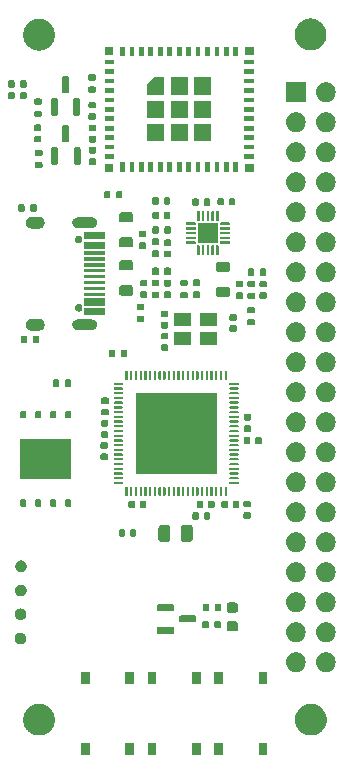
<source format=gts>
G04 #@! TF.GenerationSoftware,KiCad,Pcbnew,7.0.2-0*
G04 #@! TF.CreationDate,2024-01-15T23:03:40+01:00*
G04 #@! TF.ProjectId,network_player,6e657477-6f72-46b5-9f70-6c617965722e,rev?*
G04 #@! TF.SameCoordinates,Original*
G04 #@! TF.FileFunction,Soldermask,Top*
G04 #@! TF.FilePolarity,Negative*
%FSLAX46Y46*%
G04 Gerber Fmt 4.6, Leading zero omitted, Abs format (unit mm)*
G04 Created by KiCad (PCBNEW 7.0.2-0) date 2024-01-15 23:03:40*
%MOMM*%
%LPD*%
G01*
G04 APERTURE LIST*
G04 APERTURE END LIST*
G36*
X113305000Y-108300000D02*
G01*
X112555000Y-108300000D01*
X112555000Y-107300000D01*
X113305000Y-107300000D01*
X113305000Y-108300000D01*
G37*
G36*
X117055000Y-108300000D02*
G01*
X116305000Y-108300000D01*
X116305000Y-107300000D01*
X117055000Y-107300000D01*
X117055000Y-108300000D01*
G37*
G36*
X118925000Y-108300000D02*
G01*
X118175000Y-108300000D01*
X118175000Y-107300000D01*
X118925000Y-107300000D01*
X118925000Y-108300000D01*
G37*
G36*
X122675000Y-108300000D02*
G01*
X121925000Y-108300000D01*
X121925000Y-107300000D01*
X122675000Y-107300000D01*
X122675000Y-108300000D01*
G37*
G36*
X124575000Y-108300000D02*
G01*
X123825000Y-108300000D01*
X123825000Y-107300000D01*
X124575000Y-107300000D01*
X124575000Y-108300000D01*
G37*
G36*
X128325000Y-108300000D02*
G01*
X127575000Y-108300000D01*
X127575000Y-107300000D01*
X128325000Y-107300000D01*
X128325000Y-108300000D01*
G37*
G36*
X109046080Y-103988584D02*
G01*
X109102869Y-103988584D01*
X109165460Y-103999028D01*
X109225825Y-104004310D01*
X109273230Y-104017012D01*
X109322759Y-104025277D01*
X109389196Y-104048084D01*
X109453127Y-104065215D01*
X109492290Y-104083477D01*
X109533621Y-104097666D01*
X109601530Y-104134416D01*
X109666400Y-104164666D01*
X109696937Y-104186048D01*
X109729682Y-104203769D01*
X109796336Y-104255648D01*
X109859163Y-104299640D01*
X109881306Y-104321783D01*
X109905613Y-104340702D01*
X109968058Y-104408535D01*
X110025560Y-104466037D01*
X110040072Y-104486763D01*
X110056603Y-104504720D01*
X110111755Y-104589137D01*
X110160534Y-104658800D01*
X110168675Y-104676259D01*
X110178536Y-104691352D01*
X110223286Y-104793371D01*
X110259985Y-104872073D01*
X110263403Y-104884830D01*
X110268087Y-104895508D01*
X110299452Y-105019367D01*
X110320890Y-105099375D01*
X110321511Y-105106478D01*
X110322816Y-105111630D01*
X110338109Y-105296188D01*
X110341400Y-105333800D01*
X110338109Y-105371414D01*
X110322816Y-105555969D01*
X110321511Y-105561119D01*
X110320890Y-105568225D01*
X110299447Y-105648250D01*
X110268087Y-105772091D01*
X110263403Y-105782767D01*
X110259985Y-105795527D01*
X110223278Y-105874243D01*
X110178536Y-105976247D01*
X110168677Y-105991337D01*
X110160534Y-106008800D01*
X110111745Y-106078476D01*
X110056603Y-106162879D01*
X110040075Y-106180832D01*
X110025560Y-106201563D01*
X109968046Y-106259076D01*
X109905613Y-106326897D01*
X109881310Y-106345812D01*
X109859163Y-106367960D01*
X109796323Y-106411960D01*
X109729682Y-106463830D01*
X109696943Y-106481547D01*
X109666400Y-106502934D01*
X109601516Y-106533189D01*
X109533621Y-106569933D01*
X109492298Y-106584119D01*
X109453127Y-106602385D01*
X109389182Y-106619518D01*
X109322759Y-106642322D01*
X109273238Y-106650585D01*
X109225825Y-106663290D01*
X109165457Y-106668571D01*
X109102869Y-106679016D01*
X109046080Y-106679016D01*
X108991400Y-106683800D01*
X108936720Y-106679016D01*
X108879931Y-106679016D01*
X108817342Y-106668571D01*
X108756975Y-106663290D01*
X108709563Y-106650586D01*
X108660040Y-106642322D01*
X108593612Y-106619517D01*
X108529673Y-106602385D01*
X108490504Y-106584120D01*
X108449178Y-106569933D01*
X108381275Y-106533186D01*
X108316400Y-106502934D01*
X108285859Y-106481549D01*
X108253117Y-106463830D01*
X108186466Y-106411953D01*
X108123637Y-106367960D01*
X108101492Y-106345815D01*
X108077186Y-106326897D01*
X108014740Y-106259063D01*
X107957240Y-106201563D01*
X107942727Y-106180836D01*
X107926196Y-106162879D01*
X107871039Y-106078455D01*
X107822266Y-106008800D01*
X107814125Y-105991342D01*
X107804263Y-105976247D01*
X107759504Y-105874207D01*
X107722815Y-105795527D01*
X107719397Y-105782773D01*
X107714712Y-105772091D01*
X107683334Y-105648182D01*
X107661910Y-105568225D01*
X107661288Y-105561125D01*
X107659983Y-105555969D01*
X107644672Y-105371198D01*
X107641400Y-105333800D01*
X107644671Y-105296404D01*
X107659983Y-105111630D01*
X107661289Y-105106472D01*
X107661910Y-105099375D01*
X107683329Y-105019435D01*
X107714712Y-104895508D01*
X107719398Y-104884824D01*
X107722815Y-104872073D01*
X107759497Y-104793408D01*
X107804263Y-104691352D01*
X107814127Y-104676253D01*
X107822266Y-104658800D01*
X107871029Y-104589158D01*
X107926196Y-104504720D01*
X107942730Y-104486759D01*
X107957240Y-104466037D01*
X108014729Y-104408547D01*
X108077186Y-104340702D01*
X108101497Y-104321779D01*
X108123637Y-104299640D01*
X108186453Y-104255655D01*
X108253117Y-104203769D01*
X108285866Y-104186046D01*
X108316400Y-104164666D01*
X108381262Y-104134420D01*
X108449178Y-104097666D01*
X108490512Y-104083475D01*
X108529673Y-104065215D01*
X108593599Y-104048086D01*
X108660040Y-104025277D01*
X108709570Y-104017011D01*
X108756975Y-104004310D01*
X108817338Y-103999028D01*
X108879931Y-103988584D01*
X108936720Y-103988584D01*
X108991400Y-103983800D01*
X109046080Y-103988584D01*
G37*
G36*
X132058480Y-103988584D02*
G01*
X132115269Y-103988584D01*
X132177860Y-103999028D01*
X132238225Y-104004310D01*
X132285630Y-104017012D01*
X132335159Y-104025277D01*
X132401596Y-104048084D01*
X132465527Y-104065215D01*
X132504690Y-104083477D01*
X132546021Y-104097666D01*
X132613930Y-104134416D01*
X132678800Y-104164666D01*
X132709337Y-104186048D01*
X132742082Y-104203769D01*
X132808736Y-104255648D01*
X132871563Y-104299640D01*
X132893706Y-104321783D01*
X132918013Y-104340702D01*
X132980458Y-104408535D01*
X133037960Y-104466037D01*
X133052472Y-104486763D01*
X133069003Y-104504720D01*
X133124155Y-104589137D01*
X133172934Y-104658800D01*
X133181075Y-104676259D01*
X133190936Y-104691352D01*
X133235686Y-104793371D01*
X133272385Y-104872073D01*
X133275803Y-104884830D01*
X133280487Y-104895508D01*
X133311852Y-105019367D01*
X133333290Y-105099375D01*
X133333911Y-105106478D01*
X133335216Y-105111630D01*
X133350509Y-105296188D01*
X133353800Y-105333800D01*
X133350509Y-105371414D01*
X133335216Y-105555969D01*
X133333911Y-105561119D01*
X133333290Y-105568225D01*
X133311847Y-105648250D01*
X133280487Y-105772091D01*
X133275803Y-105782767D01*
X133272385Y-105795527D01*
X133235678Y-105874243D01*
X133190936Y-105976247D01*
X133181077Y-105991337D01*
X133172934Y-106008800D01*
X133124145Y-106078476D01*
X133069003Y-106162879D01*
X133052475Y-106180832D01*
X133037960Y-106201563D01*
X132980446Y-106259076D01*
X132918013Y-106326897D01*
X132893710Y-106345812D01*
X132871563Y-106367960D01*
X132808723Y-106411960D01*
X132742082Y-106463830D01*
X132709343Y-106481547D01*
X132678800Y-106502934D01*
X132613916Y-106533189D01*
X132546021Y-106569933D01*
X132504698Y-106584119D01*
X132465527Y-106602385D01*
X132401582Y-106619518D01*
X132335159Y-106642322D01*
X132285638Y-106650585D01*
X132238225Y-106663290D01*
X132177857Y-106668571D01*
X132115269Y-106679016D01*
X132058480Y-106679016D01*
X132003800Y-106683800D01*
X131949120Y-106679016D01*
X131892331Y-106679016D01*
X131829742Y-106668571D01*
X131769375Y-106663290D01*
X131721963Y-106650586D01*
X131672440Y-106642322D01*
X131606012Y-106619517D01*
X131542073Y-106602385D01*
X131502904Y-106584120D01*
X131461578Y-106569933D01*
X131393675Y-106533186D01*
X131328800Y-106502934D01*
X131298259Y-106481549D01*
X131265517Y-106463830D01*
X131198866Y-106411953D01*
X131136037Y-106367960D01*
X131113892Y-106345815D01*
X131089586Y-106326897D01*
X131027140Y-106259063D01*
X130969640Y-106201563D01*
X130955127Y-106180836D01*
X130938596Y-106162879D01*
X130883439Y-106078455D01*
X130834666Y-106008800D01*
X130826525Y-105991342D01*
X130816663Y-105976247D01*
X130771904Y-105874207D01*
X130735215Y-105795527D01*
X130731797Y-105782773D01*
X130727112Y-105772091D01*
X130695734Y-105648182D01*
X130674310Y-105568225D01*
X130673688Y-105561125D01*
X130672383Y-105555969D01*
X130657072Y-105371198D01*
X130653800Y-105333800D01*
X130657071Y-105296404D01*
X130672383Y-105111630D01*
X130673689Y-105106472D01*
X130674310Y-105099375D01*
X130695729Y-105019435D01*
X130727112Y-104895508D01*
X130731798Y-104884824D01*
X130735215Y-104872073D01*
X130771897Y-104793408D01*
X130816663Y-104691352D01*
X130826527Y-104676253D01*
X130834666Y-104658800D01*
X130883429Y-104589158D01*
X130938596Y-104504720D01*
X130955130Y-104486759D01*
X130969640Y-104466037D01*
X131027129Y-104408547D01*
X131089586Y-104340702D01*
X131113897Y-104321779D01*
X131136037Y-104299640D01*
X131198853Y-104255655D01*
X131265517Y-104203769D01*
X131298266Y-104186046D01*
X131328800Y-104164666D01*
X131393662Y-104134420D01*
X131461578Y-104097666D01*
X131502912Y-104083475D01*
X131542073Y-104065215D01*
X131605999Y-104048086D01*
X131672440Y-104025277D01*
X131721970Y-104017011D01*
X131769375Y-104004310D01*
X131829738Y-103999028D01*
X131892331Y-103988584D01*
X131949120Y-103988584D01*
X132003800Y-103983800D01*
X132058480Y-103988584D01*
G37*
G36*
X113305000Y-102300000D02*
G01*
X112555000Y-102300000D01*
X112555000Y-101300000D01*
X113305000Y-101300000D01*
X113305000Y-102300000D01*
G37*
G36*
X117055000Y-102300000D02*
G01*
X116305000Y-102300000D01*
X116305000Y-101300000D01*
X117055000Y-101300000D01*
X117055000Y-102300000D01*
G37*
G36*
X118925000Y-102300000D02*
G01*
X118175000Y-102300000D01*
X118175000Y-101300000D01*
X118925000Y-101300000D01*
X118925000Y-102300000D01*
G37*
G36*
X122675000Y-102300000D02*
G01*
X121925000Y-102300000D01*
X121925000Y-101300000D01*
X122675000Y-101300000D01*
X122675000Y-102300000D01*
G37*
G36*
X124575000Y-102300000D02*
G01*
X123825000Y-102300000D01*
X123825000Y-101300000D01*
X124575000Y-101300000D01*
X124575000Y-102300000D01*
G37*
G36*
X128325000Y-102300000D02*
G01*
X127575000Y-102300000D01*
X127575000Y-101300000D01*
X128325000Y-101300000D01*
X128325000Y-102300000D01*
G37*
G36*
X130982664Y-99661602D02*
G01*
X131145000Y-99733878D01*
X131288761Y-99838327D01*
X131407664Y-99970383D01*
X131496514Y-100124274D01*
X131551425Y-100293275D01*
X131570000Y-100470000D01*
X131551425Y-100646725D01*
X131496514Y-100815726D01*
X131407664Y-100969617D01*
X131288761Y-101101673D01*
X131145000Y-101206122D01*
X130982664Y-101278398D01*
X130808849Y-101315344D01*
X130631151Y-101315344D01*
X130457336Y-101278398D01*
X130295000Y-101206122D01*
X130151239Y-101101673D01*
X130032336Y-100969617D01*
X129943486Y-100815726D01*
X129888575Y-100646725D01*
X129870000Y-100470000D01*
X129888575Y-100293275D01*
X129943486Y-100124274D01*
X130032336Y-99970383D01*
X130151239Y-99838327D01*
X130295000Y-99733878D01*
X130457336Y-99661602D01*
X130631151Y-99624656D01*
X130808849Y-99624656D01*
X130982664Y-99661602D01*
G37*
G36*
X133522664Y-99661602D02*
G01*
X133685000Y-99733878D01*
X133828761Y-99838327D01*
X133947664Y-99970383D01*
X134036514Y-100124274D01*
X134091425Y-100293275D01*
X134110000Y-100470000D01*
X134091425Y-100646725D01*
X134036514Y-100815726D01*
X133947664Y-100969617D01*
X133828761Y-101101673D01*
X133685000Y-101206122D01*
X133522664Y-101278398D01*
X133348849Y-101315344D01*
X133171151Y-101315344D01*
X132997336Y-101278398D01*
X132835000Y-101206122D01*
X132691239Y-101101673D01*
X132572336Y-100969617D01*
X132483486Y-100815726D01*
X132428575Y-100646725D01*
X132410000Y-100470000D01*
X132428575Y-100293275D01*
X132483486Y-100124274D01*
X132572336Y-99970383D01*
X132691239Y-99838327D01*
X132835000Y-99733878D01*
X132997336Y-99661602D01*
X133171151Y-99624656D01*
X133348849Y-99624656D01*
X133522664Y-99661602D01*
G37*
G36*
X107445333Y-97980889D02*
G01*
X107481157Y-97980889D01*
X107510277Y-97989439D01*
X107539295Y-97993260D01*
X107578271Y-98009404D01*
X107617708Y-98020984D01*
X107638523Y-98034361D01*
X107659780Y-98043166D01*
X107698734Y-98073056D01*
X107737430Y-98097925D01*
X107749903Y-98112320D01*
X107763243Y-98122556D01*
X107797824Y-98167624D01*
X107830627Y-98205480D01*
X107836146Y-98217567D01*
X107842633Y-98226020D01*
X107868242Y-98287846D01*
X107889746Y-98334934D01*
X107890809Y-98342329D01*
X107892539Y-98346505D01*
X107904804Y-98439666D01*
X107910000Y-98475800D01*
X107904804Y-98511933D01*
X107892539Y-98605095D01*
X107890809Y-98609270D01*
X107889746Y-98616666D01*
X107868242Y-98663753D01*
X107842633Y-98725580D01*
X107836147Y-98734032D01*
X107830627Y-98746120D01*
X107797820Y-98783980D01*
X107763243Y-98829043D01*
X107749906Y-98839276D01*
X107737430Y-98853675D01*
X107698726Y-98878548D01*
X107659780Y-98908433D01*
X107638527Y-98917235D01*
X107617708Y-98930616D01*
X107578262Y-98942198D01*
X107539295Y-98958339D01*
X107510283Y-98962158D01*
X107481157Y-98970711D01*
X107445326Y-98970711D01*
X107410000Y-98975362D01*
X107374674Y-98970711D01*
X107338843Y-98970711D01*
X107309716Y-98962158D01*
X107280704Y-98958339D01*
X107241733Y-98942197D01*
X107202292Y-98930616D01*
X107181473Y-98917237D01*
X107160219Y-98908433D01*
X107121267Y-98878544D01*
X107082570Y-98853675D01*
X107070095Y-98839278D01*
X107056756Y-98829043D01*
X107022170Y-98783970D01*
X106989373Y-98746120D01*
X106983854Y-98734035D01*
X106977366Y-98725580D01*
X106951747Y-98663729D01*
X106930254Y-98616666D01*
X106929191Y-98609274D01*
X106927460Y-98605095D01*
X106915183Y-98511850D01*
X106910000Y-98475800D01*
X106915183Y-98439749D01*
X106927460Y-98346505D01*
X106929191Y-98342325D01*
X106930254Y-98334934D01*
X106951747Y-98287870D01*
X106977366Y-98226020D01*
X106983854Y-98217563D01*
X106989373Y-98205480D01*
X107022166Y-98167634D01*
X107056756Y-98122556D01*
X107070098Y-98112318D01*
X107082570Y-98097925D01*
X107121263Y-98073058D01*
X107160220Y-98043166D01*
X107181476Y-98034361D01*
X107202292Y-98020984D01*
X107241728Y-98009404D01*
X107280705Y-97993260D01*
X107309722Y-97989439D01*
X107338843Y-97980889D01*
X107374667Y-97980889D01*
X107410000Y-97976237D01*
X107445333Y-97980889D01*
G37*
G36*
X107460333Y-95923489D02*
G01*
X107496157Y-95923489D01*
X107525277Y-95932039D01*
X107554295Y-95935860D01*
X107593271Y-95952004D01*
X107632708Y-95963584D01*
X107653523Y-95976961D01*
X107674780Y-95985766D01*
X107713734Y-96015656D01*
X107752430Y-96040525D01*
X107764903Y-96054920D01*
X107778243Y-96065156D01*
X107812824Y-96110224D01*
X107845627Y-96148080D01*
X107851146Y-96160167D01*
X107857633Y-96168620D01*
X107883242Y-96230446D01*
X107904746Y-96277534D01*
X107905809Y-96284929D01*
X107907539Y-96289105D01*
X107919804Y-96382266D01*
X107925000Y-96418400D01*
X107919804Y-96454533D01*
X107907539Y-96547695D01*
X107905809Y-96551870D01*
X107904746Y-96559266D01*
X107883242Y-96606353D01*
X107857633Y-96668180D01*
X107851147Y-96676632D01*
X107845627Y-96688720D01*
X107812820Y-96726580D01*
X107778243Y-96771643D01*
X107764906Y-96781876D01*
X107752430Y-96796275D01*
X107713726Y-96821148D01*
X107674780Y-96851033D01*
X107653527Y-96859835D01*
X107632708Y-96873216D01*
X107593262Y-96884798D01*
X107554295Y-96900939D01*
X107525283Y-96904758D01*
X107496157Y-96913311D01*
X107460326Y-96913311D01*
X107425000Y-96917962D01*
X107389674Y-96913311D01*
X107353843Y-96913311D01*
X107324716Y-96904758D01*
X107295704Y-96900939D01*
X107256733Y-96884797D01*
X107217292Y-96873216D01*
X107196473Y-96859837D01*
X107175219Y-96851033D01*
X107136267Y-96821144D01*
X107097570Y-96796275D01*
X107085095Y-96781878D01*
X107071756Y-96771643D01*
X107037170Y-96726570D01*
X107004373Y-96688720D01*
X106998854Y-96676635D01*
X106992366Y-96668180D01*
X106966747Y-96606329D01*
X106945254Y-96559266D01*
X106944191Y-96551874D01*
X106942460Y-96547695D01*
X106930184Y-96454458D01*
X106925000Y-96418400D01*
X106930182Y-96382357D01*
X106942460Y-96289105D01*
X106944191Y-96284925D01*
X106945254Y-96277534D01*
X106966747Y-96230470D01*
X106992366Y-96168620D01*
X106998854Y-96160163D01*
X107004373Y-96148080D01*
X107037166Y-96110234D01*
X107071756Y-96065156D01*
X107085098Y-96054918D01*
X107097570Y-96040525D01*
X107136263Y-96015658D01*
X107175220Y-95985766D01*
X107196476Y-95976961D01*
X107217292Y-95963584D01*
X107256728Y-95952004D01*
X107295705Y-95935860D01*
X107324722Y-95932039D01*
X107353843Y-95923489D01*
X107389667Y-95923489D01*
X107425000Y-95918837D01*
X107460333Y-95923489D01*
G37*
G36*
X122222403Y-96526418D02*
G01*
X122271066Y-96558934D01*
X122303582Y-96607597D01*
X122315000Y-96665000D01*
X122315000Y-96965000D01*
X122303582Y-97022403D01*
X122271066Y-97071066D01*
X122222403Y-97103582D01*
X122165000Y-97115000D01*
X120990000Y-97115000D01*
X120932597Y-97103582D01*
X120883934Y-97071066D01*
X120851418Y-97022403D01*
X120840000Y-96965000D01*
X120840000Y-96665000D01*
X120851418Y-96607597D01*
X120883934Y-96558934D01*
X120932597Y-96526418D01*
X120990000Y-96515000D01*
X122165000Y-96515000D01*
X122222403Y-96526418D01*
G37*
G36*
X123276662Y-96965276D02*
G01*
X123320459Y-96994541D01*
X123349724Y-97038338D01*
X123360000Y-97090000D01*
X123360000Y-97460000D01*
X123349724Y-97511662D01*
X123320459Y-97555459D01*
X123276662Y-97584724D01*
X123225000Y-97595000D01*
X122955000Y-97595000D01*
X122903338Y-97584724D01*
X122859541Y-97555459D01*
X122830276Y-97511662D01*
X122820000Y-97460000D01*
X122820000Y-97090000D01*
X122830276Y-97038338D01*
X122859541Y-96994541D01*
X122903338Y-96965276D01*
X122955000Y-96955000D01*
X123225000Y-96955000D01*
X123276662Y-96965276D01*
G37*
G36*
X124296662Y-96965276D02*
G01*
X124340459Y-96994541D01*
X124369724Y-97038338D01*
X124380000Y-97090000D01*
X124380000Y-97460000D01*
X124369724Y-97511662D01*
X124340459Y-97555459D01*
X124296662Y-97584724D01*
X124245000Y-97595000D01*
X123975000Y-97595000D01*
X123923338Y-97584724D01*
X123879541Y-97555459D01*
X123850276Y-97511662D01*
X123840000Y-97460000D01*
X123840000Y-97090000D01*
X123850276Y-97038338D01*
X123879541Y-96994541D01*
X123923338Y-96965276D01*
X123975000Y-96955000D01*
X124245000Y-96955000D01*
X124296662Y-96965276D01*
G37*
G36*
X125689962Y-97001651D02*
G01*
X125760930Y-97049070D01*
X125808349Y-97120038D01*
X125825000Y-97203750D01*
X125825000Y-97641250D01*
X125808349Y-97724962D01*
X125760930Y-97795930D01*
X125689962Y-97843349D01*
X125606250Y-97860000D01*
X125093750Y-97860000D01*
X125010038Y-97843349D01*
X124939070Y-97795930D01*
X124891651Y-97724962D01*
X124875000Y-97641250D01*
X124875000Y-97203750D01*
X124891651Y-97120038D01*
X124939070Y-97049070D01*
X125010038Y-97001651D01*
X125093750Y-96985000D01*
X125606250Y-96985000D01*
X125689962Y-97001651D01*
G37*
G36*
X130982664Y-97121602D02*
G01*
X131145000Y-97193878D01*
X131288761Y-97298327D01*
X131407664Y-97430383D01*
X131496514Y-97584274D01*
X131551425Y-97753275D01*
X131570000Y-97930000D01*
X131551425Y-98106725D01*
X131496514Y-98275726D01*
X131407664Y-98429617D01*
X131288761Y-98561673D01*
X131145000Y-98666122D01*
X130982664Y-98738398D01*
X130808849Y-98775344D01*
X130631151Y-98775344D01*
X130457336Y-98738398D01*
X130295000Y-98666122D01*
X130151239Y-98561673D01*
X130032336Y-98429617D01*
X129943486Y-98275726D01*
X129888575Y-98106725D01*
X129870000Y-97930000D01*
X129888575Y-97753275D01*
X129943486Y-97584274D01*
X130032336Y-97430383D01*
X130151239Y-97298327D01*
X130295000Y-97193878D01*
X130457336Y-97121602D01*
X130631151Y-97084656D01*
X130808849Y-97084656D01*
X130982664Y-97121602D01*
G37*
G36*
X133522664Y-97121602D02*
G01*
X133685000Y-97193878D01*
X133828761Y-97298327D01*
X133947664Y-97430383D01*
X134036514Y-97584274D01*
X134091425Y-97753275D01*
X134110000Y-97930000D01*
X134091425Y-98106725D01*
X134036514Y-98275726D01*
X133947664Y-98429617D01*
X133828761Y-98561673D01*
X133685000Y-98666122D01*
X133522664Y-98738398D01*
X133348849Y-98775344D01*
X133171151Y-98775344D01*
X132997336Y-98738398D01*
X132835000Y-98666122D01*
X132691239Y-98561673D01*
X132572336Y-98429617D01*
X132483486Y-98275726D01*
X132428575Y-98106725D01*
X132410000Y-97930000D01*
X132428575Y-97753275D01*
X132483486Y-97584274D01*
X132572336Y-97430383D01*
X132691239Y-97298327D01*
X132835000Y-97193878D01*
X132997336Y-97121602D01*
X133171151Y-97084656D01*
X133348849Y-97084656D01*
X133522664Y-97121602D01*
G37*
G36*
X120347403Y-97476418D02*
G01*
X120396066Y-97508934D01*
X120428582Y-97557597D01*
X120440000Y-97615000D01*
X120440000Y-97915000D01*
X120428582Y-97972403D01*
X120396066Y-98021066D01*
X120347403Y-98053582D01*
X120290000Y-98065000D01*
X119115000Y-98065000D01*
X119057597Y-98053582D01*
X119008934Y-98021066D01*
X118976418Y-97972403D01*
X118965000Y-97915000D01*
X118965000Y-97615000D01*
X118976418Y-97557597D01*
X119008934Y-97508934D01*
X119057597Y-97476418D01*
X119115000Y-97465000D01*
X120290000Y-97465000D01*
X120347403Y-97476418D01*
G37*
G36*
X125689962Y-95426651D02*
G01*
X125760930Y-95474070D01*
X125808349Y-95545038D01*
X125825000Y-95628750D01*
X125825000Y-96066250D01*
X125808349Y-96149962D01*
X125760930Y-96220930D01*
X125689962Y-96268349D01*
X125606250Y-96285000D01*
X125093750Y-96285000D01*
X125010038Y-96268349D01*
X124939070Y-96220930D01*
X124891651Y-96149962D01*
X124875000Y-96066250D01*
X124875000Y-95628750D01*
X124891651Y-95545038D01*
X124939070Y-95474070D01*
X125010038Y-95426651D01*
X125093750Y-95410000D01*
X125606250Y-95410000D01*
X125689962Y-95426651D01*
G37*
G36*
X107485333Y-93905089D02*
G01*
X107521157Y-93905089D01*
X107550277Y-93913639D01*
X107579295Y-93917460D01*
X107618271Y-93933604D01*
X107657708Y-93945184D01*
X107678523Y-93958561D01*
X107699780Y-93967366D01*
X107738734Y-93997256D01*
X107777430Y-94022125D01*
X107789903Y-94036520D01*
X107803243Y-94046756D01*
X107837824Y-94091824D01*
X107870627Y-94129680D01*
X107876146Y-94141767D01*
X107882633Y-94150220D01*
X107908242Y-94212046D01*
X107929746Y-94259134D01*
X107930809Y-94266529D01*
X107932539Y-94270705D01*
X107944804Y-94363866D01*
X107950000Y-94400000D01*
X107944804Y-94436133D01*
X107932539Y-94529295D01*
X107930809Y-94533470D01*
X107929746Y-94540866D01*
X107908242Y-94587953D01*
X107882633Y-94649780D01*
X107876147Y-94658232D01*
X107870627Y-94670320D01*
X107837820Y-94708180D01*
X107803243Y-94753243D01*
X107789906Y-94763476D01*
X107777430Y-94777875D01*
X107738726Y-94802748D01*
X107699780Y-94832633D01*
X107678527Y-94841435D01*
X107657708Y-94854816D01*
X107618262Y-94866398D01*
X107579295Y-94882539D01*
X107550283Y-94886358D01*
X107521157Y-94894911D01*
X107485326Y-94894911D01*
X107450000Y-94899562D01*
X107414674Y-94894911D01*
X107378843Y-94894911D01*
X107349716Y-94886358D01*
X107320704Y-94882539D01*
X107281733Y-94866397D01*
X107242292Y-94854816D01*
X107221473Y-94841437D01*
X107200219Y-94832633D01*
X107161267Y-94802744D01*
X107122570Y-94777875D01*
X107110095Y-94763478D01*
X107096756Y-94753243D01*
X107062170Y-94708170D01*
X107029373Y-94670320D01*
X107023854Y-94658235D01*
X107017366Y-94649780D01*
X106991747Y-94587929D01*
X106970254Y-94540866D01*
X106969191Y-94533474D01*
X106967460Y-94529295D01*
X106955183Y-94436050D01*
X106950000Y-94400000D01*
X106955183Y-94363949D01*
X106967460Y-94270705D01*
X106969191Y-94266525D01*
X106970254Y-94259134D01*
X106991747Y-94212070D01*
X107017366Y-94150220D01*
X107023854Y-94141763D01*
X107029373Y-94129680D01*
X107062166Y-94091834D01*
X107096756Y-94046756D01*
X107110098Y-94036518D01*
X107122570Y-94022125D01*
X107161263Y-93997258D01*
X107200220Y-93967366D01*
X107221476Y-93958561D01*
X107242292Y-93945184D01*
X107281728Y-93933604D01*
X107320705Y-93917460D01*
X107349722Y-93913639D01*
X107378843Y-93905089D01*
X107414667Y-93905089D01*
X107450000Y-93900437D01*
X107485333Y-93905089D01*
G37*
G36*
X130982664Y-94581602D02*
G01*
X131145000Y-94653878D01*
X131288761Y-94758327D01*
X131407664Y-94890383D01*
X131496514Y-95044274D01*
X131551425Y-95213275D01*
X131570000Y-95390000D01*
X131551425Y-95566725D01*
X131496514Y-95735726D01*
X131407664Y-95889617D01*
X131288761Y-96021673D01*
X131145000Y-96126122D01*
X130982664Y-96198398D01*
X130808849Y-96235344D01*
X130631151Y-96235344D01*
X130457336Y-96198398D01*
X130295000Y-96126122D01*
X130151239Y-96021673D01*
X130032336Y-95889617D01*
X129943486Y-95735726D01*
X129888575Y-95566725D01*
X129870000Y-95390000D01*
X129888575Y-95213275D01*
X129943486Y-95044274D01*
X130032336Y-94890383D01*
X130151239Y-94758327D01*
X130295000Y-94653878D01*
X130457336Y-94581602D01*
X130631151Y-94544656D01*
X130808849Y-94544656D01*
X130982664Y-94581602D01*
G37*
G36*
X133522664Y-94581602D02*
G01*
X133685000Y-94653878D01*
X133828761Y-94758327D01*
X133947664Y-94890383D01*
X134036514Y-95044274D01*
X134091425Y-95213275D01*
X134110000Y-95390000D01*
X134091425Y-95566725D01*
X134036514Y-95735726D01*
X133947664Y-95889617D01*
X133828761Y-96021673D01*
X133685000Y-96126122D01*
X133522664Y-96198398D01*
X133348849Y-96235344D01*
X133171151Y-96235344D01*
X132997336Y-96198398D01*
X132835000Y-96126122D01*
X132691239Y-96021673D01*
X132572336Y-95889617D01*
X132483486Y-95735726D01*
X132428575Y-95566725D01*
X132410000Y-95390000D01*
X132428575Y-95213275D01*
X132483486Y-95044274D01*
X132572336Y-94890383D01*
X132691239Y-94758327D01*
X132835000Y-94653878D01*
X132997336Y-94581602D01*
X133171151Y-94544656D01*
X133348849Y-94544656D01*
X133522664Y-94581602D01*
G37*
G36*
X123311662Y-95540276D02*
G01*
X123355459Y-95569541D01*
X123384724Y-95613338D01*
X123395000Y-95665000D01*
X123395000Y-96035000D01*
X123384724Y-96086662D01*
X123355459Y-96130459D01*
X123311662Y-96159724D01*
X123260000Y-96170000D01*
X122990000Y-96170000D01*
X122938338Y-96159724D01*
X122894541Y-96130459D01*
X122865276Y-96086662D01*
X122855000Y-96035000D01*
X122855000Y-95665000D01*
X122865276Y-95613338D01*
X122894541Y-95569541D01*
X122938338Y-95540276D01*
X122990000Y-95530000D01*
X123260000Y-95530000D01*
X123311662Y-95540276D01*
G37*
G36*
X124331662Y-95540276D02*
G01*
X124375459Y-95569541D01*
X124404724Y-95613338D01*
X124415000Y-95665000D01*
X124415000Y-96035000D01*
X124404724Y-96086662D01*
X124375459Y-96130459D01*
X124331662Y-96159724D01*
X124280000Y-96170000D01*
X124010000Y-96170000D01*
X123958338Y-96159724D01*
X123914541Y-96130459D01*
X123885276Y-96086662D01*
X123875000Y-96035000D01*
X123875000Y-95665000D01*
X123885276Y-95613338D01*
X123914541Y-95569541D01*
X123958338Y-95540276D01*
X124010000Y-95530000D01*
X124280000Y-95530000D01*
X124331662Y-95540276D01*
G37*
G36*
X120347403Y-95576418D02*
G01*
X120396066Y-95608934D01*
X120428582Y-95657597D01*
X120440000Y-95715000D01*
X120440000Y-96015000D01*
X120428582Y-96072403D01*
X120396066Y-96121066D01*
X120347403Y-96153582D01*
X120290000Y-96165000D01*
X119115000Y-96165000D01*
X119057597Y-96153582D01*
X119008934Y-96121066D01*
X118976418Y-96072403D01*
X118965000Y-96015000D01*
X118965000Y-95715000D01*
X118976418Y-95657597D01*
X119008934Y-95608934D01*
X119057597Y-95576418D01*
X119115000Y-95565000D01*
X120290000Y-95565000D01*
X120347403Y-95576418D01*
G37*
G36*
X107495333Y-91855089D02*
G01*
X107531157Y-91855089D01*
X107560277Y-91863639D01*
X107589295Y-91867460D01*
X107628271Y-91883604D01*
X107667708Y-91895184D01*
X107688523Y-91908561D01*
X107709780Y-91917366D01*
X107748734Y-91947256D01*
X107787430Y-91972125D01*
X107799903Y-91986520D01*
X107813243Y-91996756D01*
X107847824Y-92041824D01*
X107880627Y-92079680D01*
X107886146Y-92091767D01*
X107892633Y-92100220D01*
X107918242Y-92162046D01*
X107939746Y-92209134D01*
X107940809Y-92216529D01*
X107942539Y-92220705D01*
X107954805Y-92313874D01*
X107960000Y-92350000D01*
X107954803Y-92386140D01*
X107942539Y-92479295D01*
X107940809Y-92483470D01*
X107939746Y-92490866D01*
X107918242Y-92537953D01*
X107892633Y-92599780D01*
X107886147Y-92608232D01*
X107880627Y-92620320D01*
X107847820Y-92658180D01*
X107813243Y-92703243D01*
X107799906Y-92713476D01*
X107787430Y-92727875D01*
X107748726Y-92752748D01*
X107709780Y-92782633D01*
X107688527Y-92791435D01*
X107667708Y-92804816D01*
X107628262Y-92816398D01*
X107589295Y-92832539D01*
X107560283Y-92836358D01*
X107531157Y-92844911D01*
X107495326Y-92844911D01*
X107460000Y-92849562D01*
X107424674Y-92844911D01*
X107388843Y-92844911D01*
X107359716Y-92836358D01*
X107330704Y-92832539D01*
X107291733Y-92816397D01*
X107252292Y-92804816D01*
X107231473Y-92791437D01*
X107210219Y-92782633D01*
X107171267Y-92752744D01*
X107132570Y-92727875D01*
X107120095Y-92713478D01*
X107106756Y-92703243D01*
X107072170Y-92658170D01*
X107039373Y-92620320D01*
X107033854Y-92608235D01*
X107027366Y-92599780D01*
X107001747Y-92537929D01*
X106980254Y-92490866D01*
X106979191Y-92483474D01*
X106977460Y-92479295D01*
X106965183Y-92386050D01*
X106960000Y-92350000D01*
X106965183Y-92313949D01*
X106977460Y-92220705D01*
X106979191Y-92216525D01*
X106980254Y-92209134D01*
X107001747Y-92162070D01*
X107027366Y-92100220D01*
X107033854Y-92091763D01*
X107039373Y-92079680D01*
X107072166Y-92041834D01*
X107106756Y-91996756D01*
X107120098Y-91986518D01*
X107132570Y-91972125D01*
X107171263Y-91947258D01*
X107210220Y-91917366D01*
X107231476Y-91908561D01*
X107252292Y-91895184D01*
X107291728Y-91883604D01*
X107330705Y-91867460D01*
X107359722Y-91863639D01*
X107388843Y-91855089D01*
X107424667Y-91855089D01*
X107460000Y-91850437D01*
X107495333Y-91855089D01*
G37*
G36*
X130982664Y-92041602D02*
G01*
X131145000Y-92113878D01*
X131288761Y-92218327D01*
X131407664Y-92350383D01*
X131496514Y-92504274D01*
X131551425Y-92673275D01*
X131570000Y-92850000D01*
X131551425Y-93026725D01*
X131496514Y-93195726D01*
X131407664Y-93349617D01*
X131288761Y-93481673D01*
X131145000Y-93586122D01*
X130982664Y-93658398D01*
X130808849Y-93695344D01*
X130631151Y-93695344D01*
X130457336Y-93658398D01*
X130295000Y-93586122D01*
X130151239Y-93481673D01*
X130032336Y-93349617D01*
X129943486Y-93195726D01*
X129888575Y-93026725D01*
X129870000Y-92850000D01*
X129888575Y-92673275D01*
X129943486Y-92504274D01*
X130032336Y-92350383D01*
X130151239Y-92218327D01*
X130295000Y-92113878D01*
X130457336Y-92041602D01*
X130631151Y-92004656D01*
X130808849Y-92004656D01*
X130982664Y-92041602D01*
G37*
G36*
X133522664Y-92041602D02*
G01*
X133685000Y-92113878D01*
X133828761Y-92218327D01*
X133947664Y-92350383D01*
X134036514Y-92504274D01*
X134091425Y-92673275D01*
X134110000Y-92850000D01*
X134091425Y-93026725D01*
X134036514Y-93195726D01*
X133947664Y-93349617D01*
X133828761Y-93481673D01*
X133685000Y-93586122D01*
X133522664Y-93658398D01*
X133348849Y-93695344D01*
X133171151Y-93695344D01*
X132997336Y-93658398D01*
X132835000Y-93586122D01*
X132691239Y-93481673D01*
X132572336Y-93349617D01*
X132483486Y-93195726D01*
X132428575Y-93026725D01*
X132410000Y-92850000D01*
X132428575Y-92673275D01*
X132483486Y-92504274D01*
X132572336Y-92350383D01*
X132691239Y-92218327D01*
X132835000Y-92113878D01*
X132997336Y-92041602D01*
X133171151Y-92004656D01*
X133348849Y-92004656D01*
X133522664Y-92041602D01*
G37*
G36*
X119854116Y-88845818D02*
G01*
X119905379Y-88851766D01*
X119922892Y-88859499D01*
X119945671Y-88864030D01*
X119970057Y-88880324D01*
X119990788Y-88889478D01*
X120004946Y-88903636D01*
X120026777Y-88918223D01*
X120041363Y-88940053D01*
X120055521Y-88954211D01*
X120064673Y-88974939D01*
X120080970Y-88999329D01*
X120085501Y-89022109D01*
X120093233Y-89039620D01*
X120099178Y-89090872D01*
X120100000Y-89095000D01*
X120100000Y-90045000D01*
X120099178Y-90049128D01*
X120093233Y-90100379D01*
X120085501Y-90117888D01*
X120080970Y-90140671D01*
X120064672Y-90165062D01*
X120055521Y-90185788D01*
X120041365Y-90199943D01*
X120026777Y-90221777D01*
X120004943Y-90236365D01*
X119990788Y-90250521D01*
X119970062Y-90259672D01*
X119945671Y-90275970D01*
X119922888Y-90280501D01*
X119905379Y-90288233D01*
X119854129Y-90294178D01*
X119850000Y-90295000D01*
X119350000Y-90295000D01*
X119345873Y-90294179D01*
X119294620Y-90288233D01*
X119277109Y-90280501D01*
X119254329Y-90275970D01*
X119229939Y-90259673D01*
X119209211Y-90250521D01*
X119195053Y-90236363D01*
X119173223Y-90221777D01*
X119158636Y-90199946D01*
X119144478Y-90185788D01*
X119135324Y-90165057D01*
X119119030Y-90140671D01*
X119114499Y-90117892D01*
X119106766Y-90100379D01*
X119100818Y-90049117D01*
X119100000Y-90045000D01*
X119100000Y-89095000D01*
X119100818Y-89090885D01*
X119106766Y-89039620D01*
X119114499Y-89022105D01*
X119119030Y-88999329D01*
X119135323Y-88974944D01*
X119144478Y-88954211D01*
X119158638Y-88940050D01*
X119173223Y-88918223D01*
X119195050Y-88903638D01*
X119209211Y-88889478D01*
X119229944Y-88880323D01*
X119254329Y-88864030D01*
X119277105Y-88859499D01*
X119294620Y-88851766D01*
X119345884Y-88845818D01*
X119350000Y-88845000D01*
X119850000Y-88845000D01*
X119854116Y-88845818D01*
G37*
G36*
X121754116Y-88845818D02*
G01*
X121805379Y-88851766D01*
X121822892Y-88859499D01*
X121845671Y-88864030D01*
X121870057Y-88880324D01*
X121890788Y-88889478D01*
X121904946Y-88903636D01*
X121926777Y-88918223D01*
X121941363Y-88940053D01*
X121955521Y-88954211D01*
X121964673Y-88974939D01*
X121980970Y-88999329D01*
X121985501Y-89022109D01*
X121993233Y-89039620D01*
X121999178Y-89090872D01*
X122000000Y-89095000D01*
X122000000Y-90045000D01*
X121999178Y-90049128D01*
X121993233Y-90100379D01*
X121985501Y-90117888D01*
X121980970Y-90140671D01*
X121964672Y-90165062D01*
X121955521Y-90185788D01*
X121941365Y-90199943D01*
X121926777Y-90221777D01*
X121904943Y-90236365D01*
X121890788Y-90250521D01*
X121870062Y-90259672D01*
X121845671Y-90275970D01*
X121822888Y-90280501D01*
X121805379Y-90288233D01*
X121754129Y-90294178D01*
X121750000Y-90295000D01*
X121250000Y-90295000D01*
X121245873Y-90294179D01*
X121194620Y-90288233D01*
X121177109Y-90280501D01*
X121154329Y-90275970D01*
X121129939Y-90259673D01*
X121109211Y-90250521D01*
X121095053Y-90236363D01*
X121073223Y-90221777D01*
X121058636Y-90199946D01*
X121044478Y-90185788D01*
X121035324Y-90165057D01*
X121019030Y-90140671D01*
X121014499Y-90117892D01*
X121006766Y-90100379D01*
X121000818Y-90049117D01*
X121000000Y-90045000D01*
X121000000Y-89095000D01*
X121000818Y-89090885D01*
X121006766Y-89039620D01*
X121014499Y-89022105D01*
X121019030Y-88999329D01*
X121035323Y-88974944D01*
X121044478Y-88954211D01*
X121058638Y-88940050D01*
X121073223Y-88918223D01*
X121095050Y-88903638D01*
X121109211Y-88889478D01*
X121129944Y-88880323D01*
X121154329Y-88864030D01*
X121177105Y-88859499D01*
X121194620Y-88851766D01*
X121245884Y-88845818D01*
X121250000Y-88845000D01*
X121750000Y-88845000D01*
X121754116Y-88845818D01*
G37*
G36*
X130982664Y-89501602D02*
G01*
X131145000Y-89573878D01*
X131288761Y-89678327D01*
X131407664Y-89810383D01*
X131496514Y-89964274D01*
X131551425Y-90133275D01*
X131570000Y-90310000D01*
X131551425Y-90486725D01*
X131496514Y-90655726D01*
X131407664Y-90809617D01*
X131288761Y-90941673D01*
X131145000Y-91046122D01*
X130982664Y-91118398D01*
X130808849Y-91155344D01*
X130631151Y-91155344D01*
X130457336Y-91118398D01*
X130295000Y-91046122D01*
X130151239Y-90941673D01*
X130032336Y-90809617D01*
X129943486Y-90655726D01*
X129888575Y-90486725D01*
X129870000Y-90310000D01*
X129888575Y-90133275D01*
X129943486Y-89964274D01*
X130032336Y-89810383D01*
X130151239Y-89678327D01*
X130295000Y-89573878D01*
X130457336Y-89501602D01*
X130631151Y-89464656D01*
X130808849Y-89464656D01*
X130982664Y-89501602D01*
G37*
G36*
X133522664Y-89501602D02*
G01*
X133685000Y-89573878D01*
X133828761Y-89678327D01*
X133947664Y-89810383D01*
X134036514Y-89964274D01*
X134091425Y-90133275D01*
X134110000Y-90310000D01*
X134091425Y-90486725D01*
X134036514Y-90655726D01*
X133947664Y-90809617D01*
X133828761Y-90941673D01*
X133685000Y-91046122D01*
X133522664Y-91118398D01*
X133348849Y-91155344D01*
X133171151Y-91155344D01*
X132997336Y-91118398D01*
X132835000Y-91046122D01*
X132691239Y-90941673D01*
X132572336Y-90809617D01*
X132483486Y-90655726D01*
X132428575Y-90486725D01*
X132410000Y-90310000D01*
X132428575Y-90133275D01*
X132483486Y-89964274D01*
X132572336Y-89810383D01*
X132691239Y-89678327D01*
X132835000Y-89573878D01*
X132997336Y-89501602D01*
X133171151Y-89464656D01*
X133348849Y-89464656D01*
X133522664Y-89501602D01*
G37*
G36*
X116195376Y-89235657D02*
G01*
X116240795Y-89266005D01*
X116271143Y-89311424D01*
X116281800Y-89365000D01*
X116281800Y-89705000D01*
X116271143Y-89758576D01*
X116240795Y-89803995D01*
X116195376Y-89834343D01*
X116141800Y-89845000D01*
X115861800Y-89845000D01*
X115808224Y-89834343D01*
X115762805Y-89803995D01*
X115732457Y-89758576D01*
X115721800Y-89705000D01*
X115721800Y-89365000D01*
X115732457Y-89311424D01*
X115762805Y-89266005D01*
X115808224Y-89235657D01*
X115861800Y-89225000D01*
X116141800Y-89225000D01*
X116195376Y-89235657D01*
G37*
G36*
X117155376Y-89235657D02*
G01*
X117200795Y-89266005D01*
X117231143Y-89311424D01*
X117241800Y-89365000D01*
X117241800Y-89705000D01*
X117231143Y-89758576D01*
X117200795Y-89803995D01*
X117155376Y-89834343D01*
X117101800Y-89845000D01*
X116821800Y-89845000D01*
X116768224Y-89834343D01*
X116722805Y-89803995D01*
X116692457Y-89758576D01*
X116681800Y-89705000D01*
X116681800Y-89365000D01*
X116692457Y-89311424D01*
X116722805Y-89266005D01*
X116768224Y-89235657D01*
X116821800Y-89225000D01*
X117101800Y-89225000D01*
X117155376Y-89235657D01*
G37*
G36*
X107817835Y-86684515D02*
G01*
X107858388Y-86711612D01*
X107885485Y-86752165D01*
X107895000Y-86800000D01*
X107895000Y-87200000D01*
X107885485Y-87247835D01*
X107858388Y-87288388D01*
X107817835Y-87315485D01*
X107770000Y-87325000D01*
X107520000Y-87325000D01*
X107472165Y-87315485D01*
X107431612Y-87288388D01*
X107404515Y-87247835D01*
X107395000Y-87200000D01*
X107395000Y-86800000D01*
X107404515Y-86752165D01*
X107431612Y-86711612D01*
X107472165Y-86684515D01*
X107520000Y-86675000D01*
X107770000Y-86675000D01*
X107817835Y-86684515D01*
G37*
G36*
X109087835Y-86684515D02*
G01*
X109128388Y-86711612D01*
X109155485Y-86752165D01*
X109165000Y-86800000D01*
X109165000Y-87200000D01*
X109155485Y-87247835D01*
X109128388Y-87288388D01*
X109087835Y-87315485D01*
X109040000Y-87325000D01*
X108790000Y-87325000D01*
X108742165Y-87315485D01*
X108701612Y-87288388D01*
X108674515Y-87247835D01*
X108665000Y-87200000D01*
X108665000Y-86800000D01*
X108674515Y-86752165D01*
X108701612Y-86711612D01*
X108742165Y-86684515D01*
X108790000Y-86675000D01*
X109040000Y-86675000D01*
X109087835Y-86684515D01*
G37*
G36*
X110357835Y-86684515D02*
G01*
X110398388Y-86711612D01*
X110425485Y-86752165D01*
X110435000Y-86800000D01*
X110435000Y-87200000D01*
X110425485Y-87247835D01*
X110398388Y-87288388D01*
X110357835Y-87315485D01*
X110310000Y-87325000D01*
X110060000Y-87325000D01*
X110012165Y-87315485D01*
X109971612Y-87288388D01*
X109944515Y-87247835D01*
X109935000Y-87200000D01*
X109935000Y-86800000D01*
X109944515Y-86752165D01*
X109971612Y-86711612D01*
X110012165Y-86684515D01*
X110060000Y-86675000D01*
X110310000Y-86675000D01*
X110357835Y-86684515D01*
G37*
G36*
X111627835Y-86684515D02*
G01*
X111668388Y-86711612D01*
X111695485Y-86752165D01*
X111705000Y-86800000D01*
X111705000Y-87200000D01*
X111695485Y-87247835D01*
X111668388Y-87288388D01*
X111627835Y-87315485D01*
X111580000Y-87325000D01*
X111330000Y-87325000D01*
X111282165Y-87315485D01*
X111241612Y-87288388D01*
X111214515Y-87247835D01*
X111205000Y-87200000D01*
X111205000Y-86800000D01*
X111214515Y-86752165D01*
X111241612Y-86711612D01*
X111282165Y-86684515D01*
X111330000Y-86675000D01*
X111580000Y-86675000D01*
X111627835Y-86684515D01*
G37*
G36*
X126833576Y-86820657D02*
G01*
X126878995Y-86851005D01*
X126909343Y-86896424D01*
X126920000Y-86950000D01*
X126920000Y-87230000D01*
X126909343Y-87283576D01*
X126878995Y-87328995D01*
X126833576Y-87359343D01*
X126780000Y-87370000D01*
X126440000Y-87370000D01*
X126386424Y-87359343D01*
X126341005Y-87328995D01*
X126310657Y-87283576D01*
X126300000Y-87230000D01*
X126300000Y-86950000D01*
X126310657Y-86896424D01*
X126341005Y-86851005D01*
X126386424Y-86820657D01*
X126440000Y-86810000D01*
X126780000Y-86810000D01*
X126833576Y-86820657D01*
G37*
G36*
X130982664Y-86961602D02*
G01*
X131145000Y-87033878D01*
X131288761Y-87138327D01*
X131407664Y-87270383D01*
X131496514Y-87424274D01*
X131551425Y-87593275D01*
X131570000Y-87770000D01*
X131551425Y-87946725D01*
X131496514Y-88115726D01*
X131407664Y-88269617D01*
X131288761Y-88401673D01*
X131145000Y-88506122D01*
X130982664Y-88578398D01*
X130808849Y-88615344D01*
X130631151Y-88615344D01*
X130457336Y-88578398D01*
X130295000Y-88506122D01*
X130151239Y-88401673D01*
X130032336Y-88269617D01*
X129943486Y-88115726D01*
X129888575Y-87946725D01*
X129870000Y-87770000D01*
X129888575Y-87593275D01*
X129943486Y-87424274D01*
X130032336Y-87270383D01*
X130151239Y-87138327D01*
X130295000Y-87033878D01*
X130457336Y-86961602D01*
X130631151Y-86924656D01*
X130808849Y-86924656D01*
X130982664Y-86961602D01*
G37*
G36*
X133522664Y-86961602D02*
G01*
X133685000Y-87033878D01*
X133828761Y-87138327D01*
X133947664Y-87270383D01*
X134036514Y-87424274D01*
X134091425Y-87593275D01*
X134110000Y-87770000D01*
X134091425Y-87946725D01*
X134036514Y-88115726D01*
X133947664Y-88269617D01*
X133828761Y-88401673D01*
X133685000Y-88506122D01*
X133522664Y-88578398D01*
X133348849Y-88615344D01*
X133171151Y-88615344D01*
X132997336Y-88578398D01*
X132835000Y-88506122D01*
X132691239Y-88401673D01*
X132572336Y-88269617D01*
X132483486Y-88115726D01*
X132428575Y-87946725D01*
X132410000Y-87770000D01*
X132428575Y-87593275D01*
X132483486Y-87424274D01*
X132572336Y-87270383D01*
X132691239Y-87138327D01*
X132835000Y-87033878D01*
X132997336Y-86961602D01*
X133171151Y-86924656D01*
X133348849Y-86924656D01*
X133522664Y-86961602D01*
G37*
G36*
X122453576Y-87790657D02*
G01*
X122498995Y-87821005D01*
X122529343Y-87866424D01*
X122540000Y-87920000D01*
X122540000Y-88260000D01*
X122529343Y-88313576D01*
X122498995Y-88358995D01*
X122453576Y-88389343D01*
X122400000Y-88400000D01*
X122120000Y-88400000D01*
X122066424Y-88389343D01*
X122021005Y-88358995D01*
X121990657Y-88313576D01*
X121980000Y-88260000D01*
X121980000Y-87920000D01*
X121990657Y-87866424D01*
X122021005Y-87821005D01*
X122066424Y-87790657D01*
X122120000Y-87780000D01*
X122400000Y-87780000D01*
X122453576Y-87790657D01*
G37*
G36*
X123413576Y-87790657D02*
G01*
X123458995Y-87821005D01*
X123489343Y-87866424D01*
X123500000Y-87920000D01*
X123500000Y-88260000D01*
X123489343Y-88313576D01*
X123458995Y-88358995D01*
X123413576Y-88389343D01*
X123360000Y-88400000D01*
X123080000Y-88400000D01*
X123026424Y-88389343D01*
X122981005Y-88358995D01*
X122950657Y-88313576D01*
X122940000Y-88260000D01*
X122940000Y-87920000D01*
X122950657Y-87866424D01*
X122981005Y-87821005D01*
X123026424Y-87790657D01*
X123080000Y-87780000D01*
X123360000Y-87780000D01*
X123413576Y-87790657D01*
G37*
G36*
X126833576Y-87780657D02*
G01*
X126878995Y-87811005D01*
X126909343Y-87856424D01*
X126920000Y-87910000D01*
X126920000Y-88190000D01*
X126909343Y-88243576D01*
X126878995Y-88288995D01*
X126833576Y-88319343D01*
X126780000Y-88330000D01*
X126440000Y-88330000D01*
X126386424Y-88319343D01*
X126341005Y-88288995D01*
X126310657Y-88243576D01*
X126300000Y-88190000D01*
X126300000Y-87910000D01*
X126310657Y-87856424D01*
X126341005Y-87811005D01*
X126386424Y-87780657D01*
X126440000Y-87770000D01*
X126780000Y-87770000D01*
X126833576Y-87780657D01*
G37*
G36*
X117038576Y-86825657D02*
G01*
X117083995Y-86856005D01*
X117114343Y-86901424D01*
X117125000Y-86955000D01*
X117125000Y-87295000D01*
X117114343Y-87348576D01*
X117083995Y-87393995D01*
X117038576Y-87424343D01*
X116985000Y-87435000D01*
X116705000Y-87435000D01*
X116651424Y-87424343D01*
X116606005Y-87393995D01*
X116575657Y-87348576D01*
X116565000Y-87295000D01*
X116565000Y-86955000D01*
X116575657Y-86901424D01*
X116606005Y-86856005D01*
X116651424Y-86825657D01*
X116705000Y-86815000D01*
X116985000Y-86815000D01*
X117038576Y-86825657D01*
G37*
G36*
X117998576Y-86825657D02*
G01*
X118043995Y-86856005D01*
X118074343Y-86901424D01*
X118085000Y-86955000D01*
X118085000Y-87295000D01*
X118074343Y-87348576D01*
X118043995Y-87393995D01*
X117998576Y-87424343D01*
X117945000Y-87435000D01*
X117665000Y-87435000D01*
X117611424Y-87424343D01*
X117566005Y-87393995D01*
X117535657Y-87348576D01*
X117525000Y-87295000D01*
X117525000Y-86955000D01*
X117535657Y-86901424D01*
X117566005Y-86856005D01*
X117611424Y-86825657D01*
X117665000Y-86815000D01*
X117945000Y-86815000D01*
X117998576Y-86825657D01*
G37*
G36*
X122808576Y-86825657D02*
G01*
X122853995Y-86856005D01*
X122884343Y-86901424D01*
X122895000Y-86955000D01*
X122895000Y-87295000D01*
X122884343Y-87348576D01*
X122853995Y-87393995D01*
X122808576Y-87424343D01*
X122755000Y-87435000D01*
X122475000Y-87435000D01*
X122421424Y-87424343D01*
X122376005Y-87393995D01*
X122345657Y-87348576D01*
X122335000Y-87295000D01*
X122335000Y-86955000D01*
X122345657Y-86901424D01*
X122376005Y-86856005D01*
X122421424Y-86825657D01*
X122475000Y-86815000D01*
X122755000Y-86815000D01*
X122808576Y-86825657D01*
G37*
G36*
X123768576Y-86825657D02*
G01*
X123813995Y-86856005D01*
X123844343Y-86901424D01*
X123855000Y-86955000D01*
X123855000Y-87295000D01*
X123844343Y-87348576D01*
X123813995Y-87393995D01*
X123768576Y-87424343D01*
X123715000Y-87435000D01*
X123435000Y-87435000D01*
X123381424Y-87424343D01*
X123336005Y-87393995D01*
X123305657Y-87348576D01*
X123295000Y-87295000D01*
X123295000Y-86955000D01*
X123305657Y-86901424D01*
X123336005Y-86856005D01*
X123381424Y-86825657D01*
X123435000Y-86815000D01*
X123715000Y-86815000D01*
X123768576Y-86825657D01*
G37*
G36*
X124908576Y-86825657D02*
G01*
X124953995Y-86856005D01*
X124984343Y-86901424D01*
X124995000Y-86955000D01*
X124995000Y-87295000D01*
X124984343Y-87348576D01*
X124953995Y-87393995D01*
X124908576Y-87424343D01*
X124855000Y-87435000D01*
X124575000Y-87435000D01*
X124521424Y-87424343D01*
X124476005Y-87393995D01*
X124445657Y-87348576D01*
X124435000Y-87295000D01*
X124435000Y-86955000D01*
X124445657Y-86901424D01*
X124476005Y-86856005D01*
X124521424Y-86825657D01*
X124575000Y-86815000D01*
X124855000Y-86815000D01*
X124908576Y-86825657D01*
G37*
G36*
X125868576Y-86825657D02*
G01*
X125913995Y-86856005D01*
X125944343Y-86901424D01*
X125955000Y-86955000D01*
X125955000Y-87295000D01*
X125944343Y-87348576D01*
X125913995Y-87393995D01*
X125868576Y-87424343D01*
X125815000Y-87435000D01*
X125535000Y-87435000D01*
X125481424Y-87424343D01*
X125436005Y-87393995D01*
X125405657Y-87348576D01*
X125395000Y-87295000D01*
X125395000Y-86955000D01*
X125405657Y-86901424D01*
X125436005Y-86856005D01*
X125481424Y-86825657D01*
X125535000Y-86815000D01*
X125815000Y-86815000D01*
X125868576Y-86825657D01*
G37*
G36*
X116438268Y-85607612D02*
G01*
X116470711Y-85629289D01*
X116492388Y-85661732D01*
X116500000Y-85700000D01*
X116500000Y-86300000D01*
X116492388Y-86338268D01*
X116470711Y-86370711D01*
X116438268Y-86392388D01*
X116400000Y-86400000D01*
X116361732Y-86392388D01*
X116329289Y-86370711D01*
X116307612Y-86338268D01*
X116300000Y-86300000D01*
X116300000Y-85700000D01*
X116307612Y-85661732D01*
X116329289Y-85629289D01*
X116361732Y-85607612D01*
X116400000Y-85600000D01*
X116438268Y-85607612D01*
G37*
G36*
X116838268Y-85607612D02*
G01*
X116870711Y-85629289D01*
X116892388Y-85661732D01*
X116900000Y-85700000D01*
X116900000Y-86300000D01*
X116892388Y-86338268D01*
X116870711Y-86370711D01*
X116838268Y-86392388D01*
X116800000Y-86400000D01*
X116761732Y-86392388D01*
X116729289Y-86370711D01*
X116707612Y-86338268D01*
X116700000Y-86300000D01*
X116700000Y-85700000D01*
X116707612Y-85661732D01*
X116729289Y-85629289D01*
X116761732Y-85607612D01*
X116800000Y-85600000D01*
X116838268Y-85607612D01*
G37*
G36*
X117238268Y-85607612D02*
G01*
X117270711Y-85629289D01*
X117292388Y-85661732D01*
X117300000Y-85700000D01*
X117300000Y-86300000D01*
X117292388Y-86338268D01*
X117270711Y-86370711D01*
X117238268Y-86392388D01*
X117200000Y-86400000D01*
X117161732Y-86392388D01*
X117129289Y-86370711D01*
X117107612Y-86338268D01*
X117100000Y-86300000D01*
X117100000Y-85700000D01*
X117107612Y-85661732D01*
X117129289Y-85629289D01*
X117161732Y-85607612D01*
X117200000Y-85600000D01*
X117238268Y-85607612D01*
G37*
G36*
X117638268Y-85607612D02*
G01*
X117670711Y-85629289D01*
X117692388Y-85661732D01*
X117700000Y-85700000D01*
X117700000Y-86300000D01*
X117692388Y-86338268D01*
X117670711Y-86370711D01*
X117638268Y-86392388D01*
X117600000Y-86400000D01*
X117561732Y-86392388D01*
X117529289Y-86370711D01*
X117507612Y-86338268D01*
X117500000Y-86300000D01*
X117500000Y-85700000D01*
X117507612Y-85661732D01*
X117529289Y-85629289D01*
X117561732Y-85607612D01*
X117600000Y-85600000D01*
X117638268Y-85607612D01*
G37*
G36*
X118038268Y-85607612D02*
G01*
X118070711Y-85629289D01*
X118092388Y-85661732D01*
X118100000Y-85700000D01*
X118100000Y-86300000D01*
X118092388Y-86338268D01*
X118070711Y-86370711D01*
X118038268Y-86392388D01*
X118000000Y-86400000D01*
X117961732Y-86392388D01*
X117929289Y-86370711D01*
X117907612Y-86338268D01*
X117900000Y-86300000D01*
X117900000Y-85700000D01*
X117907612Y-85661732D01*
X117929289Y-85629289D01*
X117961732Y-85607612D01*
X118000000Y-85600000D01*
X118038268Y-85607612D01*
G37*
G36*
X118438268Y-85607612D02*
G01*
X118470711Y-85629289D01*
X118492388Y-85661732D01*
X118500000Y-85700000D01*
X118500000Y-86300000D01*
X118492388Y-86338268D01*
X118470711Y-86370711D01*
X118438268Y-86392388D01*
X118400000Y-86400000D01*
X118361732Y-86392388D01*
X118329289Y-86370711D01*
X118307612Y-86338268D01*
X118300000Y-86300000D01*
X118300000Y-85700000D01*
X118307612Y-85661732D01*
X118329289Y-85629289D01*
X118361732Y-85607612D01*
X118400000Y-85600000D01*
X118438268Y-85607612D01*
G37*
G36*
X118838268Y-85607612D02*
G01*
X118870711Y-85629289D01*
X118892388Y-85661732D01*
X118900000Y-85700000D01*
X118900000Y-86300000D01*
X118892388Y-86338268D01*
X118870711Y-86370711D01*
X118838268Y-86392388D01*
X118800000Y-86400000D01*
X118761732Y-86392388D01*
X118729289Y-86370711D01*
X118707612Y-86338268D01*
X118700000Y-86300000D01*
X118700000Y-85700000D01*
X118707612Y-85661732D01*
X118729289Y-85629289D01*
X118761732Y-85607612D01*
X118800000Y-85600000D01*
X118838268Y-85607612D01*
G37*
G36*
X119238268Y-85607612D02*
G01*
X119270711Y-85629289D01*
X119292388Y-85661732D01*
X119300000Y-85700000D01*
X119300000Y-86300000D01*
X119292388Y-86338268D01*
X119270711Y-86370711D01*
X119238268Y-86392388D01*
X119200000Y-86400000D01*
X119161732Y-86392388D01*
X119129289Y-86370711D01*
X119107612Y-86338268D01*
X119100000Y-86300000D01*
X119100000Y-85700000D01*
X119107612Y-85661732D01*
X119129289Y-85629289D01*
X119161732Y-85607612D01*
X119200000Y-85600000D01*
X119238268Y-85607612D01*
G37*
G36*
X119638268Y-85607612D02*
G01*
X119670711Y-85629289D01*
X119692388Y-85661732D01*
X119700000Y-85700000D01*
X119700000Y-86300000D01*
X119692388Y-86338268D01*
X119670711Y-86370711D01*
X119638268Y-86392388D01*
X119600000Y-86400000D01*
X119561732Y-86392388D01*
X119529289Y-86370711D01*
X119507612Y-86338268D01*
X119500000Y-86300000D01*
X119500000Y-85700000D01*
X119507612Y-85661732D01*
X119529289Y-85629289D01*
X119561732Y-85607612D01*
X119600000Y-85600000D01*
X119638268Y-85607612D01*
G37*
G36*
X120038268Y-85607612D02*
G01*
X120070711Y-85629289D01*
X120092388Y-85661732D01*
X120100000Y-85700000D01*
X120100000Y-86300000D01*
X120092388Y-86338268D01*
X120070711Y-86370711D01*
X120038268Y-86392388D01*
X120000000Y-86400000D01*
X119961732Y-86392388D01*
X119929289Y-86370711D01*
X119907612Y-86338268D01*
X119900000Y-86300000D01*
X119900000Y-85700000D01*
X119907612Y-85661732D01*
X119929289Y-85629289D01*
X119961732Y-85607612D01*
X120000000Y-85600000D01*
X120038268Y-85607612D01*
G37*
G36*
X120438268Y-85607612D02*
G01*
X120470711Y-85629289D01*
X120492388Y-85661732D01*
X120500000Y-85700000D01*
X120500000Y-86300000D01*
X120492388Y-86338268D01*
X120470711Y-86370711D01*
X120438268Y-86392388D01*
X120400000Y-86400000D01*
X120361732Y-86392388D01*
X120329289Y-86370711D01*
X120307612Y-86338268D01*
X120300000Y-86300000D01*
X120300000Y-85700000D01*
X120307612Y-85661732D01*
X120329289Y-85629289D01*
X120361732Y-85607612D01*
X120400000Y-85600000D01*
X120438268Y-85607612D01*
G37*
G36*
X120838268Y-85607612D02*
G01*
X120870711Y-85629289D01*
X120892388Y-85661732D01*
X120900000Y-85700000D01*
X120900000Y-86300000D01*
X120892388Y-86338268D01*
X120870711Y-86370711D01*
X120838268Y-86392388D01*
X120800000Y-86400000D01*
X120761732Y-86392388D01*
X120729289Y-86370711D01*
X120707612Y-86338268D01*
X120700000Y-86300000D01*
X120700000Y-85700000D01*
X120707612Y-85661732D01*
X120729289Y-85629289D01*
X120761732Y-85607612D01*
X120800000Y-85600000D01*
X120838268Y-85607612D01*
G37*
G36*
X121238268Y-85607612D02*
G01*
X121270711Y-85629289D01*
X121292388Y-85661732D01*
X121300000Y-85700000D01*
X121300000Y-86300000D01*
X121292388Y-86338268D01*
X121270711Y-86370711D01*
X121238268Y-86392388D01*
X121200000Y-86400000D01*
X121161732Y-86392388D01*
X121129289Y-86370711D01*
X121107612Y-86338268D01*
X121100000Y-86300000D01*
X121100000Y-85700000D01*
X121107612Y-85661732D01*
X121129289Y-85629289D01*
X121161732Y-85607612D01*
X121200000Y-85600000D01*
X121238268Y-85607612D01*
G37*
G36*
X121638268Y-85607612D02*
G01*
X121670711Y-85629289D01*
X121692388Y-85661732D01*
X121700000Y-85700000D01*
X121700000Y-86300000D01*
X121692388Y-86338268D01*
X121670711Y-86370711D01*
X121638268Y-86392388D01*
X121600000Y-86400000D01*
X121561732Y-86392388D01*
X121529289Y-86370711D01*
X121507612Y-86338268D01*
X121500000Y-86300000D01*
X121500000Y-85700000D01*
X121507612Y-85661732D01*
X121529289Y-85629289D01*
X121561732Y-85607612D01*
X121600000Y-85600000D01*
X121638268Y-85607612D01*
G37*
G36*
X122038268Y-85607612D02*
G01*
X122070711Y-85629289D01*
X122092388Y-85661732D01*
X122100000Y-85700000D01*
X122100000Y-86300000D01*
X122092388Y-86338268D01*
X122070711Y-86370711D01*
X122038268Y-86392388D01*
X122000000Y-86400000D01*
X121961732Y-86392388D01*
X121929289Y-86370711D01*
X121907612Y-86338268D01*
X121900000Y-86300000D01*
X121900000Y-85700000D01*
X121907612Y-85661732D01*
X121929289Y-85629289D01*
X121961732Y-85607612D01*
X122000000Y-85600000D01*
X122038268Y-85607612D01*
G37*
G36*
X122438268Y-85607612D02*
G01*
X122470711Y-85629289D01*
X122492388Y-85661732D01*
X122500000Y-85700000D01*
X122500000Y-86300000D01*
X122492388Y-86338268D01*
X122470711Y-86370711D01*
X122438268Y-86392388D01*
X122400000Y-86400000D01*
X122361732Y-86392388D01*
X122329289Y-86370711D01*
X122307612Y-86338268D01*
X122300000Y-86300000D01*
X122300000Y-85700000D01*
X122307612Y-85661732D01*
X122329289Y-85629289D01*
X122361732Y-85607612D01*
X122400000Y-85600000D01*
X122438268Y-85607612D01*
G37*
G36*
X122838268Y-85607612D02*
G01*
X122870711Y-85629289D01*
X122892388Y-85661732D01*
X122900000Y-85700000D01*
X122900000Y-86300000D01*
X122892388Y-86338268D01*
X122870711Y-86370711D01*
X122838268Y-86392388D01*
X122800000Y-86400000D01*
X122761732Y-86392388D01*
X122729289Y-86370711D01*
X122707612Y-86338268D01*
X122700000Y-86300000D01*
X122700000Y-85700000D01*
X122707612Y-85661732D01*
X122729289Y-85629289D01*
X122761732Y-85607612D01*
X122800000Y-85600000D01*
X122838268Y-85607612D01*
G37*
G36*
X123238268Y-85607612D02*
G01*
X123270711Y-85629289D01*
X123292388Y-85661732D01*
X123300000Y-85700000D01*
X123300000Y-86300000D01*
X123292388Y-86338268D01*
X123270711Y-86370711D01*
X123238268Y-86392388D01*
X123200000Y-86400000D01*
X123161732Y-86392388D01*
X123129289Y-86370711D01*
X123107612Y-86338268D01*
X123100000Y-86300000D01*
X123100000Y-85700000D01*
X123107612Y-85661732D01*
X123129289Y-85629289D01*
X123161732Y-85607612D01*
X123200000Y-85600000D01*
X123238268Y-85607612D01*
G37*
G36*
X123638268Y-85607612D02*
G01*
X123670711Y-85629289D01*
X123692388Y-85661732D01*
X123700000Y-85700000D01*
X123700000Y-86300000D01*
X123692388Y-86338268D01*
X123670711Y-86370711D01*
X123638268Y-86392388D01*
X123600000Y-86400000D01*
X123561732Y-86392388D01*
X123529289Y-86370711D01*
X123507612Y-86338268D01*
X123500000Y-86300000D01*
X123500000Y-85700000D01*
X123507612Y-85661732D01*
X123529289Y-85629289D01*
X123561732Y-85607612D01*
X123600000Y-85600000D01*
X123638268Y-85607612D01*
G37*
G36*
X124038268Y-85607612D02*
G01*
X124070711Y-85629289D01*
X124092388Y-85661732D01*
X124100000Y-85700000D01*
X124100000Y-86300000D01*
X124092388Y-86338268D01*
X124070711Y-86370711D01*
X124038268Y-86392388D01*
X124000000Y-86400000D01*
X123961732Y-86392388D01*
X123929289Y-86370711D01*
X123907612Y-86338268D01*
X123900000Y-86300000D01*
X123900000Y-85700000D01*
X123907612Y-85661732D01*
X123929289Y-85629289D01*
X123961732Y-85607612D01*
X124000000Y-85600000D01*
X124038268Y-85607612D01*
G37*
G36*
X124438268Y-85607612D02*
G01*
X124470711Y-85629289D01*
X124492388Y-85661732D01*
X124500000Y-85700000D01*
X124500000Y-86300000D01*
X124492388Y-86338268D01*
X124470711Y-86370711D01*
X124438268Y-86392388D01*
X124400000Y-86400000D01*
X124361732Y-86392388D01*
X124329289Y-86370711D01*
X124307612Y-86338268D01*
X124300000Y-86300000D01*
X124300000Y-85700000D01*
X124307612Y-85661732D01*
X124329289Y-85629289D01*
X124361732Y-85607612D01*
X124400000Y-85600000D01*
X124438268Y-85607612D01*
G37*
G36*
X124838268Y-85607612D02*
G01*
X124870711Y-85629289D01*
X124892388Y-85661732D01*
X124900000Y-85700000D01*
X124900000Y-86300000D01*
X124892388Y-86338268D01*
X124870711Y-86370711D01*
X124838268Y-86392388D01*
X124800000Y-86400000D01*
X124761732Y-86392388D01*
X124729289Y-86370711D01*
X124707612Y-86338268D01*
X124700000Y-86300000D01*
X124700000Y-85700000D01*
X124707612Y-85661732D01*
X124729289Y-85629289D01*
X124761732Y-85607612D01*
X124800000Y-85600000D01*
X124838268Y-85607612D01*
G37*
G36*
X116038268Y-77607612D02*
G01*
X116070711Y-77629289D01*
X116092388Y-77661732D01*
X116100000Y-77700000D01*
X116092388Y-77738268D01*
X116070711Y-77770711D01*
X116038268Y-77792388D01*
X116000000Y-77800000D01*
X115994996Y-77800000D01*
X115405004Y-77800000D01*
X115400000Y-77800000D01*
X115361732Y-77792388D01*
X115329289Y-77770711D01*
X115307612Y-77738268D01*
X115300000Y-77700000D01*
X115307612Y-77661732D01*
X115329289Y-77629289D01*
X115361732Y-77607612D01*
X115400000Y-77600000D01*
X116000000Y-77600000D01*
X116038268Y-77607612D01*
G37*
G36*
X124020000Y-84520000D02*
G01*
X117180000Y-84520000D01*
X117180000Y-77680000D01*
X124020000Y-77680000D01*
X124020000Y-84520000D01*
G37*
G36*
X130982664Y-84421602D02*
G01*
X131145000Y-84493878D01*
X131288761Y-84598327D01*
X131407664Y-84730383D01*
X131496514Y-84884274D01*
X131551425Y-85053275D01*
X131570000Y-85230000D01*
X131551425Y-85406725D01*
X131496514Y-85575726D01*
X131407664Y-85729617D01*
X131288761Y-85861673D01*
X131145000Y-85966122D01*
X130982664Y-86038398D01*
X130808849Y-86075344D01*
X130631151Y-86075344D01*
X130457336Y-86038398D01*
X130295000Y-85966122D01*
X130151239Y-85861673D01*
X130032336Y-85729617D01*
X129943486Y-85575726D01*
X129888575Y-85406725D01*
X129870000Y-85230000D01*
X129888575Y-85053275D01*
X129943486Y-84884274D01*
X130032336Y-84730383D01*
X130151239Y-84598327D01*
X130295000Y-84493878D01*
X130457336Y-84421602D01*
X130631151Y-84384656D01*
X130808849Y-84384656D01*
X130982664Y-84421602D01*
G37*
G36*
X133522664Y-84421602D02*
G01*
X133685000Y-84493878D01*
X133828761Y-84598327D01*
X133947664Y-84730383D01*
X134036514Y-84884274D01*
X134091425Y-85053275D01*
X134110000Y-85230000D01*
X134091425Y-85406725D01*
X134036514Y-85575726D01*
X133947664Y-85729617D01*
X133828761Y-85861673D01*
X133685000Y-85966122D01*
X133522664Y-86038398D01*
X133348849Y-86075344D01*
X133171151Y-86075344D01*
X132997336Y-86038398D01*
X132835000Y-85966122D01*
X132691239Y-85861673D01*
X132572336Y-85729617D01*
X132483486Y-85575726D01*
X132428575Y-85406725D01*
X132410000Y-85230000D01*
X132428575Y-85053275D01*
X132483486Y-84884274D01*
X132572336Y-84730383D01*
X132691239Y-84598327D01*
X132835000Y-84493878D01*
X132997336Y-84421602D01*
X133171151Y-84384656D01*
X133348849Y-84384656D01*
X133522664Y-84421602D01*
G37*
G36*
X116038268Y-85207612D02*
G01*
X116070711Y-85229289D01*
X116092388Y-85261732D01*
X116100000Y-85300000D01*
X116092388Y-85338268D01*
X116070711Y-85370711D01*
X116038268Y-85392388D01*
X116000000Y-85400000D01*
X115994996Y-85400000D01*
X115405004Y-85400000D01*
X115400000Y-85400000D01*
X115361732Y-85392388D01*
X115329289Y-85370711D01*
X115307612Y-85338268D01*
X115300000Y-85300000D01*
X115307612Y-85261732D01*
X115329289Y-85229289D01*
X115361732Y-85207612D01*
X115400000Y-85200000D01*
X116000000Y-85200000D01*
X116038268Y-85207612D01*
G37*
G36*
X125838268Y-85207612D02*
G01*
X125870711Y-85229289D01*
X125892388Y-85261732D01*
X125900000Y-85300000D01*
X125892388Y-85338268D01*
X125870711Y-85370711D01*
X125838268Y-85392388D01*
X125800000Y-85400000D01*
X125794996Y-85400000D01*
X125205004Y-85400000D01*
X125200000Y-85400000D01*
X125161732Y-85392388D01*
X125129289Y-85370711D01*
X125107612Y-85338268D01*
X125100000Y-85300000D01*
X125107612Y-85261732D01*
X125129289Y-85229289D01*
X125161732Y-85207612D01*
X125200000Y-85200000D01*
X125800000Y-85200000D01*
X125838268Y-85207612D01*
G37*
G36*
X111700000Y-84950000D02*
G01*
X107400000Y-84950000D01*
X107400000Y-81550000D01*
X111700000Y-81550000D01*
X111700000Y-84950000D01*
G37*
G36*
X116038268Y-84807612D02*
G01*
X116070711Y-84829289D01*
X116092388Y-84861732D01*
X116100000Y-84900000D01*
X116092388Y-84938268D01*
X116070711Y-84970711D01*
X116038268Y-84992388D01*
X116000000Y-85000000D01*
X115994996Y-85000000D01*
X115405004Y-85000000D01*
X115400000Y-85000000D01*
X115361732Y-84992388D01*
X115329289Y-84970711D01*
X115307612Y-84938268D01*
X115300000Y-84900000D01*
X115307612Y-84861732D01*
X115329289Y-84829289D01*
X115361732Y-84807612D01*
X115400000Y-84800000D01*
X116000000Y-84800000D01*
X116038268Y-84807612D01*
G37*
G36*
X125838268Y-84807612D02*
G01*
X125870711Y-84829289D01*
X125892388Y-84861732D01*
X125900000Y-84900000D01*
X125892388Y-84938268D01*
X125870711Y-84970711D01*
X125838268Y-84992388D01*
X125800000Y-85000000D01*
X125794996Y-85000000D01*
X125205004Y-85000000D01*
X125200000Y-85000000D01*
X125161732Y-84992388D01*
X125129289Y-84970711D01*
X125107612Y-84938268D01*
X125100000Y-84900000D01*
X125107612Y-84861732D01*
X125129289Y-84829289D01*
X125161732Y-84807612D01*
X125200000Y-84800000D01*
X125800000Y-84800000D01*
X125838268Y-84807612D01*
G37*
G36*
X116038268Y-84407612D02*
G01*
X116070711Y-84429289D01*
X116092388Y-84461732D01*
X116100000Y-84500000D01*
X116092388Y-84538268D01*
X116070711Y-84570711D01*
X116038268Y-84592388D01*
X116000000Y-84600000D01*
X115994996Y-84600000D01*
X115405004Y-84600000D01*
X115400000Y-84600000D01*
X115361732Y-84592388D01*
X115329289Y-84570711D01*
X115307612Y-84538268D01*
X115300000Y-84500000D01*
X115307612Y-84461732D01*
X115329289Y-84429289D01*
X115361732Y-84407612D01*
X115400000Y-84400000D01*
X116000000Y-84400000D01*
X116038268Y-84407612D01*
G37*
G36*
X125838268Y-84407612D02*
G01*
X125870711Y-84429289D01*
X125892388Y-84461732D01*
X125900000Y-84500000D01*
X125892388Y-84538268D01*
X125870711Y-84570711D01*
X125838268Y-84592388D01*
X125800000Y-84600000D01*
X125794996Y-84600000D01*
X125205004Y-84600000D01*
X125200000Y-84600000D01*
X125161732Y-84592388D01*
X125129289Y-84570711D01*
X125107612Y-84538268D01*
X125100000Y-84500000D01*
X125107612Y-84461732D01*
X125129289Y-84429289D01*
X125161732Y-84407612D01*
X125200000Y-84400000D01*
X125800000Y-84400000D01*
X125838268Y-84407612D01*
G37*
G36*
X116038268Y-84007612D02*
G01*
X116070711Y-84029289D01*
X116092388Y-84061732D01*
X116100000Y-84100000D01*
X116092388Y-84138268D01*
X116070711Y-84170711D01*
X116038268Y-84192388D01*
X116000000Y-84200000D01*
X115994996Y-84200000D01*
X115405004Y-84200000D01*
X115400000Y-84200000D01*
X115361732Y-84192388D01*
X115329289Y-84170711D01*
X115307612Y-84138268D01*
X115300000Y-84100000D01*
X115307612Y-84061732D01*
X115329289Y-84029289D01*
X115361732Y-84007612D01*
X115400000Y-84000000D01*
X116000000Y-84000000D01*
X116038268Y-84007612D01*
G37*
G36*
X125838268Y-84007612D02*
G01*
X125870711Y-84029289D01*
X125892388Y-84061732D01*
X125900000Y-84100000D01*
X125892388Y-84138268D01*
X125870711Y-84170711D01*
X125838268Y-84192388D01*
X125800000Y-84200000D01*
X125794996Y-84200000D01*
X125205004Y-84200000D01*
X125200000Y-84200000D01*
X125161732Y-84192388D01*
X125129289Y-84170711D01*
X125107612Y-84138268D01*
X125100000Y-84100000D01*
X125107612Y-84061732D01*
X125129289Y-84029289D01*
X125161732Y-84007612D01*
X125200000Y-84000000D01*
X125800000Y-84000000D01*
X125838268Y-84007612D01*
G37*
G36*
X116038268Y-83607612D02*
G01*
X116070711Y-83629289D01*
X116092388Y-83661732D01*
X116100000Y-83700000D01*
X116092388Y-83738268D01*
X116070711Y-83770711D01*
X116038268Y-83792388D01*
X116000000Y-83800000D01*
X115994996Y-83800000D01*
X115405004Y-83800000D01*
X115400000Y-83800000D01*
X115361732Y-83792388D01*
X115329289Y-83770711D01*
X115307612Y-83738268D01*
X115300000Y-83700000D01*
X115307612Y-83661732D01*
X115329289Y-83629289D01*
X115361732Y-83607612D01*
X115400000Y-83600000D01*
X116000000Y-83600000D01*
X116038268Y-83607612D01*
G37*
G36*
X125838268Y-83607612D02*
G01*
X125870711Y-83629289D01*
X125892388Y-83661732D01*
X125900000Y-83700000D01*
X125892388Y-83738268D01*
X125870711Y-83770711D01*
X125838268Y-83792388D01*
X125800000Y-83800000D01*
X125794996Y-83800000D01*
X125205004Y-83800000D01*
X125200000Y-83800000D01*
X125161732Y-83792388D01*
X125129289Y-83770711D01*
X125107612Y-83738268D01*
X125100000Y-83700000D01*
X125107612Y-83661732D01*
X125129289Y-83629289D01*
X125161732Y-83607612D01*
X125200000Y-83600000D01*
X125800000Y-83600000D01*
X125838268Y-83607612D01*
G37*
G36*
X126792376Y-81412457D02*
G01*
X126837795Y-81442805D01*
X126868143Y-81488224D01*
X126878800Y-81541800D01*
X126878800Y-81881800D01*
X126868143Y-81935376D01*
X126837795Y-81980795D01*
X126792376Y-82011143D01*
X126738800Y-82021800D01*
X126458800Y-82021800D01*
X126405224Y-82011143D01*
X126359805Y-81980795D01*
X126329457Y-81935376D01*
X126318800Y-81881800D01*
X126318800Y-81541800D01*
X126329457Y-81488224D01*
X126359805Y-81442805D01*
X126405224Y-81412457D01*
X126458800Y-81401800D01*
X126738800Y-81401800D01*
X126792376Y-81412457D01*
G37*
G36*
X127752376Y-81412457D02*
G01*
X127797795Y-81442805D01*
X127828143Y-81488224D01*
X127838800Y-81541800D01*
X127838800Y-81881800D01*
X127828143Y-81935376D01*
X127797795Y-81980795D01*
X127752376Y-82011143D01*
X127698800Y-82021800D01*
X127418800Y-82021800D01*
X127365224Y-82011143D01*
X127319805Y-81980795D01*
X127289457Y-81935376D01*
X127278800Y-81881800D01*
X127278800Y-81541800D01*
X127289457Y-81488224D01*
X127319805Y-81442805D01*
X127365224Y-81412457D01*
X127418800Y-81401800D01*
X127698800Y-81401800D01*
X127752376Y-81412457D01*
G37*
G36*
X130982664Y-81881602D02*
G01*
X131145000Y-81953878D01*
X131288761Y-82058327D01*
X131407664Y-82190383D01*
X131496514Y-82344274D01*
X131551425Y-82513275D01*
X131570000Y-82690000D01*
X131551425Y-82866725D01*
X131496514Y-83035726D01*
X131407664Y-83189617D01*
X131288761Y-83321673D01*
X131145000Y-83426122D01*
X130982664Y-83498398D01*
X130808849Y-83535344D01*
X130631151Y-83535344D01*
X130457336Y-83498398D01*
X130295000Y-83426122D01*
X130151239Y-83321673D01*
X130032336Y-83189617D01*
X129943486Y-83035726D01*
X129888575Y-82866725D01*
X129870000Y-82690000D01*
X129888575Y-82513275D01*
X129943486Y-82344274D01*
X130032336Y-82190383D01*
X130151239Y-82058327D01*
X130295000Y-81953878D01*
X130457336Y-81881602D01*
X130631151Y-81844656D01*
X130808849Y-81844656D01*
X130982664Y-81881602D01*
G37*
G36*
X133522664Y-81881602D02*
G01*
X133685000Y-81953878D01*
X133828761Y-82058327D01*
X133947664Y-82190383D01*
X134036514Y-82344274D01*
X134091425Y-82513275D01*
X134110000Y-82690000D01*
X134091425Y-82866725D01*
X134036514Y-83035726D01*
X133947664Y-83189617D01*
X133828761Y-83321673D01*
X133685000Y-83426122D01*
X133522664Y-83498398D01*
X133348849Y-83535344D01*
X133171151Y-83535344D01*
X132997336Y-83498398D01*
X132835000Y-83426122D01*
X132691239Y-83321673D01*
X132572336Y-83189617D01*
X132483486Y-83035726D01*
X132428575Y-82866725D01*
X132410000Y-82690000D01*
X132428575Y-82513275D01*
X132483486Y-82344274D01*
X132572336Y-82190383D01*
X132691239Y-82058327D01*
X132835000Y-81953878D01*
X132997336Y-81881602D01*
X133171151Y-81844656D01*
X133348849Y-81844656D01*
X133522664Y-81881602D01*
G37*
G36*
X114723576Y-82810657D02*
G01*
X114768995Y-82841005D01*
X114799343Y-82886424D01*
X114810000Y-82940000D01*
X114810000Y-83220000D01*
X114799343Y-83273576D01*
X114768995Y-83318995D01*
X114723576Y-83349343D01*
X114670000Y-83360000D01*
X114330000Y-83360000D01*
X114276424Y-83349343D01*
X114231005Y-83318995D01*
X114200657Y-83273576D01*
X114190000Y-83220000D01*
X114190000Y-82940000D01*
X114200657Y-82886424D01*
X114231005Y-82841005D01*
X114276424Y-82810657D01*
X114330000Y-82800000D01*
X114670000Y-82800000D01*
X114723576Y-82810657D01*
G37*
G36*
X116038268Y-83207612D02*
G01*
X116070711Y-83229289D01*
X116092388Y-83261732D01*
X116100000Y-83300000D01*
X116092388Y-83338268D01*
X116070711Y-83370711D01*
X116038268Y-83392388D01*
X116000000Y-83400000D01*
X115994996Y-83400000D01*
X115405004Y-83400000D01*
X115400000Y-83400000D01*
X115361732Y-83392388D01*
X115329289Y-83370711D01*
X115307612Y-83338268D01*
X115300000Y-83300000D01*
X115307612Y-83261732D01*
X115329289Y-83229289D01*
X115361732Y-83207612D01*
X115400000Y-83200000D01*
X116000000Y-83200000D01*
X116038268Y-83207612D01*
G37*
G36*
X125838268Y-83207612D02*
G01*
X125870711Y-83229289D01*
X125892388Y-83261732D01*
X125900000Y-83300000D01*
X125892388Y-83338268D01*
X125870711Y-83370711D01*
X125838268Y-83392388D01*
X125800000Y-83400000D01*
X125794996Y-83400000D01*
X125205004Y-83400000D01*
X125200000Y-83400000D01*
X125161732Y-83392388D01*
X125129289Y-83370711D01*
X125107612Y-83338268D01*
X125100000Y-83300000D01*
X125107612Y-83261732D01*
X125129289Y-83229289D01*
X125161732Y-83207612D01*
X125200000Y-83200000D01*
X125800000Y-83200000D01*
X125838268Y-83207612D01*
G37*
G36*
X116038268Y-82807612D02*
G01*
X116070711Y-82829289D01*
X116092388Y-82861732D01*
X116100000Y-82900000D01*
X116092388Y-82938268D01*
X116070711Y-82970711D01*
X116038268Y-82992388D01*
X116000000Y-83000000D01*
X115994996Y-83000000D01*
X115405004Y-83000000D01*
X115400000Y-83000000D01*
X115361732Y-82992388D01*
X115329289Y-82970711D01*
X115307612Y-82938268D01*
X115300000Y-82900000D01*
X115307612Y-82861732D01*
X115329289Y-82829289D01*
X115361732Y-82807612D01*
X115400000Y-82800000D01*
X116000000Y-82800000D01*
X116038268Y-82807612D01*
G37*
G36*
X125838268Y-82807612D02*
G01*
X125870711Y-82829289D01*
X125892388Y-82861732D01*
X125900000Y-82900000D01*
X125892388Y-82938268D01*
X125870711Y-82970711D01*
X125838268Y-82992388D01*
X125800000Y-83000000D01*
X125794996Y-83000000D01*
X125205004Y-83000000D01*
X125200000Y-83000000D01*
X125161732Y-82992388D01*
X125129289Y-82970711D01*
X125107612Y-82938268D01*
X125100000Y-82900000D01*
X125107612Y-82861732D01*
X125129289Y-82829289D01*
X125161732Y-82807612D01*
X125200000Y-82800000D01*
X125800000Y-82800000D01*
X125838268Y-82807612D01*
G37*
G36*
X116038268Y-82407612D02*
G01*
X116070711Y-82429289D01*
X116092388Y-82461732D01*
X116100000Y-82500000D01*
X116092388Y-82538268D01*
X116070711Y-82570711D01*
X116038268Y-82592388D01*
X116000000Y-82600000D01*
X115994996Y-82600000D01*
X115405004Y-82600000D01*
X115400000Y-82600000D01*
X115361732Y-82592388D01*
X115329289Y-82570711D01*
X115307612Y-82538268D01*
X115300000Y-82500000D01*
X115307612Y-82461732D01*
X115329289Y-82429289D01*
X115361732Y-82407612D01*
X115400000Y-82400000D01*
X116000000Y-82400000D01*
X116038268Y-82407612D01*
G37*
G36*
X125838268Y-82407612D02*
G01*
X125870711Y-82429289D01*
X125892388Y-82461732D01*
X125900000Y-82500000D01*
X125892388Y-82538268D01*
X125870711Y-82570711D01*
X125838268Y-82592388D01*
X125800000Y-82600000D01*
X125794996Y-82600000D01*
X125205004Y-82600000D01*
X125200000Y-82600000D01*
X125161732Y-82592388D01*
X125129289Y-82570711D01*
X125107612Y-82538268D01*
X125100000Y-82500000D01*
X125107612Y-82461732D01*
X125129289Y-82429289D01*
X125161732Y-82407612D01*
X125200000Y-82400000D01*
X125800000Y-82400000D01*
X125838268Y-82407612D01*
G37*
G36*
X114723576Y-81850657D02*
G01*
X114768995Y-81881005D01*
X114799343Y-81926424D01*
X114810000Y-81980000D01*
X114810000Y-82260000D01*
X114799343Y-82313576D01*
X114768995Y-82358995D01*
X114723576Y-82389343D01*
X114670000Y-82400000D01*
X114330000Y-82400000D01*
X114276424Y-82389343D01*
X114231005Y-82358995D01*
X114200657Y-82313576D01*
X114190000Y-82260000D01*
X114190000Y-81980000D01*
X114200657Y-81926424D01*
X114231005Y-81881005D01*
X114276424Y-81850657D01*
X114330000Y-81840000D01*
X114670000Y-81840000D01*
X114723576Y-81850657D01*
G37*
G36*
X116038268Y-82007612D02*
G01*
X116070711Y-82029289D01*
X116092388Y-82061732D01*
X116100000Y-82100000D01*
X116092388Y-82138268D01*
X116070711Y-82170711D01*
X116038268Y-82192388D01*
X116000000Y-82200000D01*
X115994996Y-82200000D01*
X115405004Y-82200000D01*
X115400000Y-82200000D01*
X115361732Y-82192388D01*
X115329289Y-82170711D01*
X115307612Y-82138268D01*
X115300000Y-82100000D01*
X115307612Y-82061732D01*
X115329289Y-82029289D01*
X115361732Y-82007612D01*
X115400000Y-82000000D01*
X116000000Y-82000000D01*
X116038268Y-82007612D01*
G37*
G36*
X125838268Y-82007612D02*
G01*
X125870711Y-82029289D01*
X125892388Y-82061732D01*
X125900000Y-82100000D01*
X125892388Y-82138268D01*
X125870711Y-82170711D01*
X125838268Y-82192388D01*
X125800000Y-82200000D01*
X125794996Y-82200000D01*
X125205004Y-82200000D01*
X125200000Y-82200000D01*
X125161732Y-82192388D01*
X125129289Y-82170711D01*
X125107612Y-82138268D01*
X125100000Y-82100000D01*
X125107612Y-82061732D01*
X125129289Y-82029289D01*
X125161732Y-82007612D01*
X125200000Y-82000000D01*
X125800000Y-82000000D01*
X125838268Y-82007612D01*
G37*
G36*
X116038268Y-81607612D02*
G01*
X116070711Y-81629289D01*
X116092388Y-81661732D01*
X116100000Y-81700000D01*
X116092388Y-81738268D01*
X116070711Y-81770711D01*
X116038268Y-81792388D01*
X116000000Y-81800000D01*
X115994996Y-81800000D01*
X115405004Y-81800000D01*
X115400000Y-81800000D01*
X115361732Y-81792388D01*
X115329289Y-81770711D01*
X115307612Y-81738268D01*
X115300000Y-81700000D01*
X115307612Y-81661732D01*
X115329289Y-81629289D01*
X115361732Y-81607612D01*
X115400000Y-81600000D01*
X116000000Y-81600000D01*
X116038268Y-81607612D01*
G37*
G36*
X125838268Y-81607612D02*
G01*
X125870711Y-81629289D01*
X125892388Y-81661732D01*
X125900000Y-81700000D01*
X125892388Y-81738268D01*
X125870711Y-81770711D01*
X125838268Y-81792388D01*
X125800000Y-81800000D01*
X125794996Y-81800000D01*
X125205004Y-81800000D01*
X125200000Y-81800000D01*
X125161732Y-81792388D01*
X125129289Y-81770711D01*
X125107612Y-81738268D01*
X125100000Y-81700000D01*
X125107612Y-81661732D01*
X125129289Y-81629289D01*
X125161732Y-81607612D01*
X125200000Y-81600000D01*
X125800000Y-81600000D01*
X125838268Y-81607612D01*
G37*
G36*
X114777576Y-80934457D02*
G01*
X114822995Y-80964805D01*
X114853343Y-81010224D01*
X114864000Y-81063800D01*
X114864000Y-81343800D01*
X114853343Y-81397376D01*
X114822995Y-81442795D01*
X114777576Y-81473143D01*
X114724000Y-81483800D01*
X114384000Y-81483800D01*
X114330424Y-81473143D01*
X114285005Y-81442795D01*
X114254657Y-81397376D01*
X114244000Y-81343800D01*
X114244000Y-81063800D01*
X114254657Y-81010224D01*
X114285005Y-80964805D01*
X114330424Y-80934457D01*
X114384000Y-80923800D01*
X114724000Y-80923800D01*
X114777576Y-80934457D01*
G37*
G36*
X116038268Y-81207612D02*
G01*
X116070711Y-81229289D01*
X116092388Y-81261732D01*
X116100000Y-81300000D01*
X116092388Y-81338268D01*
X116070711Y-81370711D01*
X116038268Y-81392388D01*
X116000000Y-81400000D01*
X115994996Y-81400000D01*
X115405004Y-81400000D01*
X115400000Y-81400000D01*
X115361732Y-81392388D01*
X115329289Y-81370711D01*
X115307612Y-81338268D01*
X115300000Y-81300000D01*
X115307612Y-81261732D01*
X115329289Y-81229289D01*
X115361732Y-81207612D01*
X115400000Y-81200000D01*
X116000000Y-81200000D01*
X116038268Y-81207612D01*
G37*
G36*
X125838268Y-81207612D02*
G01*
X125870711Y-81229289D01*
X125892388Y-81261732D01*
X125900000Y-81300000D01*
X125892388Y-81338268D01*
X125870711Y-81370711D01*
X125838268Y-81392388D01*
X125800000Y-81400000D01*
X125794996Y-81400000D01*
X125205004Y-81400000D01*
X125200000Y-81400000D01*
X125161732Y-81392388D01*
X125129289Y-81370711D01*
X125107612Y-81338268D01*
X125100000Y-81300000D01*
X125107612Y-81261732D01*
X125129289Y-81229289D01*
X125161732Y-81207612D01*
X125200000Y-81200000D01*
X125800000Y-81200000D01*
X125838268Y-81207612D01*
G37*
G36*
X116038268Y-80807612D02*
G01*
X116070711Y-80829289D01*
X116092388Y-80861732D01*
X116100000Y-80900000D01*
X116092388Y-80938268D01*
X116070711Y-80970711D01*
X116038268Y-80992388D01*
X116000000Y-81000000D01*
X115994996Y-81000000D01*
X115405004Y-81000000D01*
X115400000Y-81000000D01*
X115361732Y-80992388D01*
X115329289Y-80970711D01*
X115307612Y-80938268D01*
X115300000Y-80900000D01*
X115307612Y-80861732D01*
X115329289Y-80829289D01*
X115361732Y-80807612D01*
X115400000Y-80800000D01*
X116000000Y-80800000D01*
X116038268Y-80807612D01*
G37*
G36*
X125838268Y-80807612D02*
G01*
X125870711Y-80829289D01*
X125892388Y-80861732D01*
X125900000Y-80900000D01*
X125892388Y-80938268D01*
X125870711Y-80970711D01*
X125838268Y-80992388D01*
X125800000Y-81000000D01*
X125794996Y-81000000D01*
X125205004Y-81000000D01*
X125200000Y-81000000D01*
X125161732Y-80992388D01*
X125129289Y-80970711D01*
X125107612Y-80938268D01*
X125100000Y-80900000D01*
X125107612Y-80861732D01*
X125129289Y-80829289D01*
X125161732Y-80807612D01*
X125200000Y-80800000D01*
X125800000Y-80800000D01*
X125838268Y-80807612D01*
G37*
G36*
X125838268Y-79207612D02*
G01*
X125870711Y-79229289D01*
X125892388Y-79261732D01*
X125900000Y-79300000D01*
X125892388Y-79338268D01*
X125870711Y-79370711D01*
X125838268Y-79392388D01*
X125800000Y-79400000D01*
X125794996Y-79400000D01*
X125205004Y-79400000D01*
X125200000Y-79400000D01*
X125161732Y-79392388D01*
X125129289Y-79370711D01*
X125107612Y-79338268D01*
X125100000Y-79300000D01*
X125107612Y-79261732D01*
X125129289Y-79229289D01*
X125161732Y-79207612D01*
X125200000Y-79200000D01*
X125800000Y-79200000D01*
X125838268Y-79207612D01*
G37*
G36*
X130982664Y-79341602D02*
G01*
X131145000Y-79413878D01*
X131288761Y-79518327D01*
X131407664Y-79650383D01*
X131496514Y-79804274D01*
X131551425Y-79973275D01*
X131570000Y-80150000D01*
X131551425Y-80326725D01*
X131496514Y-80495726D01*
X131407664Y-80649617D01*
X131288761Y-80781673D01*
X131145000Y-80886122D01*
X130982664Y-80958398D01*
X130808849Y-80995344D01*
X130631151Y-80995344D01*
X130457336Y-80958398D01*
X130295000Y-80886122D01*
X130151239Y-80781673D01*
X130032336Y-80649617D01*
X129943486Y-80495726D01*
X129888575Y-80326725D01*
X129870000Y-80150000D01*
X129888575Y-79973275D01*
X129943486Y-79804274D01*
X130032336Y-79650383D01*
X130151239Y-79518327D01*
X130295000Y-79413878D01*
X130457336Y-79341602D01*
X130631151Y-79304656D01*
X130808849Y-79304656D01*
X130982664Y-79341602D01*
G37*
G36*
X133522664Y-79341602D02*
G01*
X133685000Y-79413878D01*
X133828761Y-79518327D01*
X133947664Y-79650383D01*
X134036514Y-79804274D01*
X134091425Y-79973275D01*
X134110000Y-80150000D01*
X134091425Y-80326725D01*
X134036514Y-80495726D01*
X133947664Y-80649617D01*
X133828761Y-80781673D01*
X133685000Y-80886122D01*
X133522664Y-80958398D01*
X133348849Y-80995344D01*
X133171151Y-80995344D01*
X132997336Y-80958398D01*
X132835000Y-80886122D01*
X132691239Y-80781673D01*
X132572336Y-80649617D01*
X132483486Y-80495726D01*
X132428575Y-80326725D01*
X132410000Y-80150000D01*
X132428575Y-79973275D01*
X132483486Y-79804274D01*
X132572336Y-79650383D01*
X132691239Y-79518327D01*
X132835000Y-79413878D01*
X132997336Y-79341602D01*
X133171151Y-79304656D01*
X133348849Y-79304656D01*
X133522664Y-79341602D01*
G37*
G36*
X125838268Y-80407612D02*
G01*
X125870711Y-80429289D01*
X125892388Y-80461732D01*
X125900000Y-80500000D01*
X125892388Y-80538268D01*
X125870711Y-80570711D01*
X125838268Y-80592388D01*
X125800000Y-80600000D01*
X125794996Y-80600000D01*
X125205004Y-80600000D01*
X125200000Y-80600000D01*
X125161732Y-80592388D01*
X125129289Y-80570711D01*
X125107612Y-80538268D01*
X125100000Y-80500000D01*
X125107612Y-80461732D01*
X125129289Y-80429289D01*
X125161732Y-80407612D01*
X125200000Y-80400000D01*
X125800000Y-80400000D01*
X125838268Y-80407612D01*
G37*
G36*
X126873576Y-80430657D02*
G01*
X126918995Y-80461005D01*
X126949343Y-80506424D01*
X126960000Y-80560000D01*
X126960000Y-80840000D01*
X126949343Y-80893576D01*
X126918995Y-80938995D01*
X126873576Y-80969343D01*
X126820000Y-80980000D01*
X126480000Y-80980000D01*
X126426424Y-80969343D01*
X126381005Y-80938995D01*
X126350657Y-80893576D01*
X126340000Y-80840000D01*
X126340000Y-80560000D01*
X126350657Y-80506424D01*
X126381005Y-80461005D01*
X126426424Y-80430657D01*
X126480000Y-80420000D01*
X126820000Y-80420000D01*
X126873576Y-80430657D01*
G37*
G36*
X114777576Y-79974457D02*
G01*
X114822995Y-80004805D01*
X114853343Y-80050224D01*
X114864000Y-80103800D01*
X114864000Y-80383800D01*
X114853343Y-80437376D01*
X114822995Y-80482795D01*
X114777576Y-80513143D01*
X114724000Y-80523800D01*
X114384000Y-80523800D01*
X114330424Y-80513143D01*
X114285005Y-80482795D01*
X114254657Y-80437376D01*
X114244000Y-80383800D01*
X114244000Y-80103800D01*
X114254657Y-80050224D01*
X114285005Y-80004805D01*
X114330424Y-79974457D01*
X114384000Y-79963800D01*
X114724000Y-79963800D01*
X114777576Y-79974457D01*
G37*
G36*
X116038268Y-80407612D02*
G01*
X116070711Y-80429289D01*
X116092388Y-80461732D01*
X116100000Y-80500000D01*
X116092388Y-80538268D01*
X116070711Y-80570711D01*
X116038268Y-80592388D01*
X116000000Y-80600000D01*
X115994996Y-80600000D01*
X115405004Y-80600000D01*
X115400000Y-80600000D01*
X115361732Y-80592388D01*
X115329289Y-80570711D01*
X115307612Y-80538268D01*
X115300000Y-80500000D01*
X115307612Y-80461732D01*
X115329289Y-80429289D01*
X115361732Y-80407612D01*
X115400000Y-80400000D01*
X116000000Y-80400000D01*
X116038268Y-80407612D01*
G37*
G36*
X116038268Y-80007612D02*
G01*
X116070711Y-80029289D01*
X116092388Y-80061732D01*
X116100000Y-80100000D01*
X116092388Y-80138268D01*
X116070711Y-80170711D01*
X116038268Y-80192388D01*
X116000000Y-80200000D01*
X115994996Y-80200000D01*
X115405004Y-80200000D01*
X115400000Y-80200000D01*
X115361732Y-80192388D01*
X115329289Y-80170711D01*
X115307612Y-80138268D01*
X115300000Y-80100000D01*
X115307612Y-80061732D01*
X115329289Y-80029289D01*
X115361732Y-80007612D01*
X115400000Y-80000000D01*
X116000000Y-80000000D01*
X116038268Y-80007612D01*
G37*
G36*
X125838268Y-80007612D02*
G01*
X125870711Y-80029289D01*
X125892388Y-80061732D01*
X125900000Y-80100000D01*
X125892388Y-80138268D01*
X125870711Y-80170711D01*
X125838268Y-80192388D01*
X125800000Y-80200000D01*
X125794996Y-80200000D01*
X125205004Y-80200000D01*
X125200000Y-80200000D01*
X125161732Y-80192388D01*
X125129289Y-80170711D01*
X125107612Y-80138268D01*
X125100000Y-80100000D01*
X125107612Y-80061732D01*
X125129289Y-80029289D01*
X125161732Y-80007612D01*
X125200000Y-80000000D01*
X125800000Y-80000000D01*
X125838268Y-80007612D01*
G37*
G36*
X126873576Y-79470657D02*
G01*
X126918995Y-79501005D01*
X126949343Y-79546424D01*
X126960000Y-79600000D01*
X126960000Y-79880000D01*
X126949343Y-79933576D01*
X126918995Y-79978995D01*
X126873576Y-80009343D01*
X126820000Y-80020000D01*
X126480000Y-80020000D01*
X126426424Y-80009343D01*
X126381005Y-79978995D01*
X126350657Y-79933576D01*
X126340000Y-79880000D01*
X126340000Y-79600000D01*
X126350657Y-79546424D01*
X126381005Y-79501005D01*
X126426424Y-79470657D01*
X126480000Y-79460000D01*
X126820000Y-79460000D01*
X126873576Y-79470657D01*
G37*
G36*
X107817835Y-79184515D02*
G01*
X107858388Y-79211612D01*
X107885485Y-79252165D01*
X107895000Y-79300000D01*
X107895000Y-79700000D01*
X107885485Y-79747835D01*
X107858388Y-79788388D01*
X107817835Y-79815485D01*
X107770000Y-79825000D01*
X107520000Y-79825000D01*
X107472165Y-79815485D01*
X107431612Y-79788388D01*
X107404515Y-79747835D01*
X107395000Y-79700000D01*
X107395000Y-79300000D01*
X107404515Y-79252165D01*
X107431612Y-79211612D01*
X107472165Y-79184515D01*
X107520000Y-79175000D01*
X107770000Y-79175000D01*
X107817835Y-79184515D01*
G37*
G36*
X109087835Y-79184515D02*
G01*
X109128388Y-79211612D01*
X109155485Y-79252165D01*
X109165000Y-79300000D01*
X109165000Y-79700000D01*
X109155485Y-79747835D01*
X109128388Y-79788388D01*
X109087835Y-79815485D01*
X109040000Y-79825000D01*
X108790000Y-79825000D01*
X108742165Y-79815485D01*
X108701612Y-79788388D01*
X108674515Y-79747835D01*
X108665000Y-79700000D01*
X108665000Y-79300000D01*
X108674515Y-79252165D01*
X108701612Y-79211612D01*
X108742165Y-79184515D01*
X108790000Y-79175000D01*
X109040000Y-79175000D01*
X109087835Y-79184515D01*
G37*
G36*
X110357835Y-79184515D02*
G01*
X110398388Y-79211612D01*
X110425485Y-79252165D01*
X110435000Y-79300000D01*
X110435000Y-79700000D01*
X110425485Y-79747835D01*
X110398388Y-79788388D01*
X110357835Y-79815485D01*
X110310000Y-79825000D01*
X110060000Y-79825000D01*
X110012165Y-79815485D01*
X109971612Y-79788388D01*
X109944515Y-79747835D01*
X109935000Y-79700000D01*
X109935000Y-79300000D01*
X109944515Y-79252165D01*
X109971612Y-79211612D01*
X110012165Y-79184515D01*
X110060000Y-79175000D01*
X110310000Y-79175000D01*
X110357835Y-79184515D01*
G37*
G36*
X111627835Y-79184515D02*
G01*
X111668388Y-79211612D01*
X111695485Y-79252165D01*
X111705000Y-79300000D01*
X111705000Y-79700000D01*
X111695485Y-79747835D01*
X111668388Y-79788388D01*
X111627835Y-79815485D01*
X111580000Y-79825000D01*
X111330000Y-79825000D01*
X111282165Y-79815485D01*
X111241612Y-79788388D01*
X111214515Y-79747835D01*
X111205000Y-79700000D01*
X111205000Y-79300000D01*
X111214515Y-79252165D01*
X111241612Y-79211612D01*
X111282165Y-79184515D01*
X111330000Y-79175000D01*
X111580000Y-79175000D01*
X111627835Y-79184515D01*
G37*
G36*
X116038268Y-79607612D02*
G01*
X116070711Y-79629289D01*
X116092388Y-79661732D01*
X116100000Y-79700000D01*
X116092388Y-79738268D01*
X116070711Y-79770711D01*
X116038268Y-79792388D01*
X116000000Y-79800000D01*
X115994996Y-79800000D01*
X115405004Y-79800000D01*
X115400000Y-79800000D01*
X115361732Y-79792388D01*
X115329289Y-79770711D01*
X115307612Y-79738268D01*
X115300000Y-79700000D01*
X115307612Y-79661732D01*
X115329289Y-79629289D01*
X115361732Y-79607612D01*
X115400000Y-79600000D01*
X116000000Y-79600000D01*
X116038268Y-79607612D01*
G37*
G36*
X125838268Y-79607612D02*
G01*
X125870711Y-79629289D01*
X125892388Y-79661732D01*
X125900000Y-79700000D01*
X125892388Y-79738268D01*
X125870711Y-79770711D01*
X125838268Y-79792388D01*
X125800000Y-79800000D01*
X125794996Y-79800000D01*
X125205004Y-79800000D01*
X125200000Y-79800000D01*
X125161732Y-79792388D01*
X125129289Y-79770711D01*
X125107612Y-79738268D01*
X125100000Y-79700000D01*
X125107612Y-79661732D01*
X125129289Y-79629289D01*
X125161732Y-79607612D01*
X125200000Y-79600000D01*
X125800000Y-79600000D01*
X125838268Y-79607612D01*
G37*
G36*
X114798576Y-79030657D02*
G01*
X114843995Y-79061005D01*
X114874343Y-79106424D01*
X114885000Y-79160000D01*
X114885000Y-79440000D01*
X114874343Y-79493576D01*
X114843995Y-79538995D01*
X114798576Y-79569343D01*
X114745000Y-79580000D01*
X114405000Y-79580000D01*
X114351424Y-79569343D01*
X114306005Y-79538995D01*
X114275657Y-79493576D01*
X114265000Y-79440000D01*
X114265000Y-79160000D01*
X114275657Y-79106424D01*
X114306005Y-79061005D01*
X114351424Y-79030657D01*
X114405000Y-79020000D01*
X114745000Y-79020000D01*
X114798576Y-79030657D01*
G37*
G36*
X116038268Y-79207612D02*
G01*
X116070711Y-79229289D01*
X116092388Y-79261732D01*
X116100000Y-79300000D01*
X116092388Y-79338268D01*
X116070711Y-79370711D01*
X116038268Y-79392388D01*
X116000000Y-79400000D01*
X115994996Y-79400000D01*
X115405004Y-79400000D01*
X115400000Y-79400000D01*
X115361732Y-79392388D01*
X115329289Y-79370711D01*
X115307612Y-79338268D01*
X115300000Y-79300000D01*
X115307612Y-79261732D01*
X115329289Y-79229289D01*
X115361732Y-79207612D01*
X115400000Y-79200000D01*
X116000000Y-79200000D01*
X116038268Y-79207612D01*
G37*
G36*
X116038268Y-78807612D02*
G01*
X116070711Y-78829289D01*
X116092388Y-78861732D01*
X116100000Y-78900000D01*
X116092388Y-78938268D01*
X116070711Y-78970711D01*
X116038268Y-78992388D01*
X116000000Y-79000000D01*
X115994996Y-79000000D01*
X115405004Y-79000000D01*
X115400000Y-79000000D01*
X115361732Y-78992388D01*
X115329289Y-78970711D01*
X115307612Y-78938268D01*
X115300000Y-78900000D01*
X115307612Y-78861732D01*
X115329289Y-78829289D01*
X115361732Y-78807612D01*
X115400000Y-78800000D01*
X116000000Y-78800000D01*
X116038268Y-78807612D01*
G37*
G36*
X125838268Y-78807612D02*
G01*
X125870711Y-78829289D01*
X125892388Y-78861732D01*
X125900000Y-78900000D01*
X125892388Y-78938268D01*
X125870711Y-78970711D01*
X125838268Y-78992388D01*
X125800000Y-79000000D01*
X125794996Y-79000000D01*
X125205004Y-79000000D01*
X125200000Y-79000000D01*
X125161732Y-78992388D01*
X125129289Y-78970711D01*
X125107612Y-78938268D01*
X125100000Y-78900000D01*
X125107612Y-78861732D01*
X125129289Y-78829289D01*
X125161732Y-78807612D01*
X125200000Y-78800000D01*
X125800000Y-78800000D01*
X125838268Y-78807612D01*
G37*
G36*
X114798576Y-78070657D02*
G01*
X114843995Y-78101005D01*
X114874343Y-78146424D01*
X114885000Y-78200000D01*
X114885000Y-78480000D01*
X114874343Y-78533576D01*
X114843995Y-78578995D01*
X114798576Y-78609343D01*
X114745000Y-78620000D01*
X114405000Y-78620000D01*
X114351424Y-78609343D01*
X114306005Y-78578995D01*
X114275657Y-78533576D01*
X114265000Y-78480000D01*
X114265000Y-78200000D01*
X114275657Y-78146424D01*
X114306005Y-78101005D01*
X114351424Y-78070657D01*
X114405000Y-78060000D01*
X114745000Y-78060000D01*
X114798576Y-78070657D01*
G37*
G36*
X116038268Y-78407612D02*
G01*
X116070711Y-78429289D01*
X116092388Y-78461732D01*
X116100000Y-78500000D01*
X116092388Y-78538268D01*
X116070711Y-78570711D01*
X116038268Y-78592388D01*
X116000000Y-78600000D01*
X115994996Y-78600000D01*
X115405004Y-78600000D01*
X115400000Y-78600000D01*
X115361732Y-78592388D01*
X115329289Y-78570711D01*
X115307612Y-78538268D01*
X115300000Y-78500000D01*
X115307612Y-78461732D01*
X115329289Y-78429289D01*
X115361732Y-78407612D01*
X115400000Y-78400000D01*
X116000000Y-78400000D01*
X116038268Y-78407612D01*
G37*
G36*
X125838268Y-78407612D02*
G01*
X125870711Y-78429289D01*
X125892388Y-78461732D01*
X125900000Y-78500000D01*
X125892388Y-78538268D01*
X125870711Y-78570711D01*
X125838268Y-78592388D01*
X125800000Y-78600000D01*
X125794996Y-78600000D01*
X125205004Y-78600000D01*
X125200000Y-78600000D01*
X125161732Y-78592388D01*
X125129289Y-78570711D01*
X125107612Y-78538268D01*
X125100000Y-78500000D01*
X125107612Y-78461732D01*
X125129289Y-78429289D01*
X125161732Y-78407612D01*
X125200000Y-78400000D01*
X125800000Y-78400000D01*
X125838268Y-78407612D01*
G37*
G36*
X110598462Y-76525276D02*
G01*
X110642259Y-76554541D01*
X110671524Y-76598338D01*
X110681800Y-76650000D01*
X110681800Y-77020000D01*
X110671524Y-77071662D01*
X110642259Y-77115459D01*
X110598462Y-77144724D01*
X110546800Y-77155000D01*
X110276800Y-77155000D01*
X110225138Y-77144724D01*
X110181341Y-77115459D01*
X110152076Y-77071662D01*
X110141800Y-77020000D01*
X110141800Y-76650000D01*
X110152076Y-76598338D01*
X110181341Y-76554541D01*
X110225138Y-76525276D01*
X110276800Y-76515000D01*
X110546800Y-76515000D01*
X110598462Y-76525276D01*
G37*
G36*
X111618462Y-76525276D02*
G01*
X111662259Y-76554541D01*
X111691524Y-76598338D01*
X111701800Y-76650000D01*
X111701800Y-77020000D01*
X111691524Y-77071662D01*
X111662259Y-77115459D01*
X111618462Y-77144724D01*
X111566800Y-77155000D01*
X111296800Y-77155000D01*
X111245138Y-77144724D01*
X111201341Y-77115459D01*
X111172076Y-77071662D01*
X111161800Y-77020000D01*
X111161800Y-76650000D01*
X111172076Y-76598338D01*
X111201341Y-76554541D01*
X111245138Y-76525276D01*
X111296800Y-76515000D01*
X111566800Y-76515000D01*
X111618462Y-76525276D01*
G37*
G36*
X130982664Y-76801602D02*
G01*
X131145000Y-76873878D01*
X131288761Y-76978327D01*
X131407664Y-77110383D01*
X131496514Y-77264274D01*
X131551425Y-77433275D01*
X131570000Y-77610000D01*
X131551425Y-77786725D01*
X131496514Y-77955726D01*
X131407664Y-78109617D01*
X131288761Y-78241673D01*
X131145000Y-78346122D01*
X130982664Y-78418398D01*
X130808849Y-78455344D01*
X130631151Y-78455344D01*
X130457336Y-78418398D01*
X130295000Y-78346122D01*
X130151239Y-78241673D01*
X130032336Y-78109617D01*
X129943486Y-77955726D01*
X129888575Y-77786725D01*
X129870000Y-77610000D01*
X129888575Y-77433275D01*
X129943486Y-77264274D01*
X130032336Y-77110383D01*
X130151239Y-76978327D01*
X130295000Y-76873878D01*
X130457336Y-76801602D01*
X130631151Y-76764656D01*
X130808849Y-76764656D01*
X130982664Y-76801602D01*
G37*
G36*
X133522664Y-76801602D02*
G01*
X133685000Y-76873878D01*
X133828761Y-76978327D01*
X133947664Y-77110383D01*
X134036514Y-77264274D01*
X134091425Y-77433275D01*
X134110000Y-77610000D01*
X134091425Y-77786725D01*
X134036514Y-77955726D01*
X133947664Y-78109617D01*
X133828761Y-78241673D01*
X133685000Y-78346122D01*
X133522664Y-78418398D01*
X133348849Y-78455344D01*
X133171151Y-78455344D01*
X132997336Y-78418398D01*
X132835000Y-78346122D01*
X132691239Y-78241673D01*
X132572336Y-78109617D01*
X132483486Y-77955726D01*
X132428575Y-77786725D01*
X132410000Y-77610000D01*
X132428575Y-77433275D01*
X132483486Y-77264274D01*
X132572336Y-77110383D01*
X132691239Y-76978327D01*
X132835000Y-76873878D01*
X132997336Y-76801602D01*
X133171151Y-76764656D01*
X133348849Y-76764656D01*
X133522664Y-76801602D01*
G37*
G36*
X116038268Y-78007612D02*
G01*
X116070711Y-78029289D01*
X116092388Y-78061732D01*
X116100000Y-78100000D01*
X116092388Y-78138268D01*
X116070711Y-78170711D01*
X116038268Y-78192388D01*
X116000000Y-78200000D01*
X115994996Y-78200000D01*
X115405004Y-78200000D01*
X115400000Y-78200000D01*
X115361732Y-78192388D01*
X115329289Y-78170711D01*
X115307612Y-78138268D01*
X115300000Y-78100000D01*
X115307612Y-78061732D01*
X115329289Y-78029289D01*
X115361732Y-78007612D01*
X115400000Y-78000000D01*
X116000000Y-78000000D01*
X116038268Y-78007612D01*
G37*
G36*
X125838268Y-78007612D02*
G01*
X125870711Y-78029289D01*
X125892388Y-78061732D01*
X125900000Y-78100000D01*
X125892388Y-78138268D01*
X125870711Y-78170711D01*
X125838268Y-78192388D01*
X125800000Y-78200000D01*
X125794996Y-78200000D01*
X125205004Y-78200000D01*
X125200000Y-78200000D01*
X125161732Y-78192388D01*
X125129289Y-78170711D01*
X125107612Y-78138268D01*
X125100000Y-78100000D01*
X125107612Y-78061732D01*
X125129289Y-78029289D01*
X125161732Y-78007612D01*
X125200000Y-78000000D01*
X125800000Y-78000000D01*
X125838268Y-78007612D01*
G37*
G36*
X125838268Y-77607612D02*
G01*
X125870711Y-77629289D01*
X125892388Y-77661732D01*
X125900000Y-77700000D01*
X125892388Y-77738268D01*
X125870711Y-77770711D01*
X125838268Y-77792388D01*
X125800000Y-77800000D01*
X125794996Y-77800000D01*
X125205004Y-77800000D01*
X125200000Y-77800000D01*
X125161732Y-77792388D01*
X125129289Y-77770711D01*
X125107612Y-77738268D01*
X125100000Y-77700000D01*
X125107612Y-77661732D01*
X125129289Y-77629289D01*
X125161732Y-77607612D01*
X125200000Y-77600000D01*
X125800000Y-77600000D01*
X125838268Y-77607612D01*
G37*
G36*
X116038268Y-77207612D02*
G01*
X116070711Y-77229289D01*
X116092388Y-77261732D01*
X116100000Y-77300000D01*
X116092388Y-77338268D01*
X116070711Y-77370711D01*
X116038268Y-77392388D01*
X116000000Y-77400000D01*
X115994996Y-77400000D01*
X115405004Y-77400000D01*
X115400000Y-77400000D01*
X115361732Y-77392388D01*
X115329289Y-77370711D01*
X115307612Y-77338268D01*
X115300000Y-77300000D01*
X115307612Y-77261732D01*
X115329289Y-77229289D01*
X115361732Y-77207612D01*
X115400000Y-77200000D01*
X116000000Y-77200000D01*
X116038268Y-77207612D01*
G37*
G36*
X125838268Y-77207612D02*
G01*
X125870711Y-77229289D01*
X125892388Y-77261732D01*
X125900000Y-77300000D01*
X125892388Y-77338268D01*
X125870711Y-77370711D01*
X125838268Y-77392388D01*
X125800000Y-77400000D01*
X125794996Y-77400000D01*
X125205004Y-77400000D01*
X125200000Y-77400000D01*
X125161732Y-77392388D01*
X125129289Y-77370711D01*
X125107612Y-77338268D01*
X125100000Y-77300000D01*
X125107612Y-77261732D01*
X125129289Y-77229289D01*
X125161732Y-77207612D01*
X125200000Y-77200000D01*
X125800000Y-77200000D01*
X125838268Y-77207612D01*
G37*
G36*
X116038268Y-76807612D02*
G01*
X116070711Y-76829289D01*
X116092388Y-76861732D01*
X116100000Y-76900000D01*
X116092388Y-76938268D01*
X116070711Y-76970711D01*
X116038268Y-76992388D01*
X116000000Y-77000000D01*
X115994996Y-77000000D01*
X115405004Y-77000000D01*
X115400000Y-77000000D01*
X115361732Y-76992388D01*
X115329289Y-76970711D01*
X115307612Y-76938268D01*
X115300000Y-76900000D01*
X115307612Y-76861732D01*
X115329289Y-76829289D01*
X115361732Y-76807612D01*
X115400000Y-76800000D01*
X116000000Y-76800000D01*
X116038268Y-76807612D01*
G37*
G36*
X125838268Y-76807612D02*
G01*
X125870711Y-76829289D01*
X125892388Y-76861732D01*
X125900000Y-76900000D01*
X125892388Y-76938268D01*
X125870711Y-76970711D01*
X125838268Y-76992388D01*
X125800000Y-77000000D01*
X125794996Y-77000000D01*
X125205004Y-77000000D01*
X125200000Y-77000000D01*
X125161732Y-76992388D01*
X125129289Y-76970711D01*
X125107612Y-76938268D01*
X125100000Y-76900000D01*
X125107612Y-76861732D01*
X125129289Y-76829289D01*
X125161732Y-76807612D01*
X125200000Y-76800000D01*
X125800000Y-76800000D01*
X125838268Y-76807612D01*
G37*
G36*
X116438268Y-75807612D02*
G01*
X116470711Y-75829289D01*
X116492388Y-75861732D01*
X116500000Y-75900000D01*
X116500000Y-76500000D01*
X116492388Y-76538268D01*
X116470711Y-76570711D01*
X116438268Y-76592388D01*
X116400000Y-76600000D01*
X116361732Y-76592388D01*
X116329289Y-76570711D01*
X116307612Y-76538268D01*
X116300000Y-76500000D01*
X116300000Y-75900000D01*
X116307612Y-75861732D01*
X116329289Y-75829289D01*
X116361732Y-75807612D01*
X116400000Y-75800000D01*
X116438268Y-75807612D01*
G37*
G36*
X116838268Y-75807612D02*
G01*
X116870711Y-75829289D01*
X116892388Y-75861732D01*
X116900000Y-75900000D01*
X116900000Y-76500000D01*
X116892388Y-76538268D01*
X116870711Y-76570711D01*
X116838268Y-76592388D01*
X116800000Y-76600000D01*
X116761732Y-76592388D01*
X116729289Y-76570711D01*
X116707612Y-76538268D01*
X116700000Y-76500000D01*
X116700000Y-75900000D01*
X116707612Y-75861732D01*
X116729289Y-75829289D01*
X116761732Y-75807612D01*
X116800000Y-75800000D01*
X116838268Y-75807612D01*
G37*
G36*
X117238268Y-75807612D02*
G01*
X117270711Y-75829289D01*
X117292388Y-75861732D01*
X117300000Y-75900000D01*
X117300000Y-76500000D01*
X117292388Y-76538268D01*
X117270711Y-76570711D01*
X117238268Y-76592388D01*
X117200000Y-76600000D01*
X117161732Y-76592388D01*
X117129289Y-76570711D01*
X117107612Y-76538268D01*
X117100000Y-76500000D01*
X117100000Y-75900000D01*
X117107612Y-75861732D01*
X117129289Y-75829289D01*
X117161732Y-75807612D01*
X117200000Y-75800000D01*
X117238268Y-75807612D01*
G37*
G36*
X117638268Y-75807612D02*
G01*
X117670711Y-75829289D01*
X117692388Y-75861732D01*
X117700000Y-75900000D01*
X117700000Y-76500000D01*
X117692388Y-76538268D01*
X117670711Y-76570711D01*
X117638268Y-76592388D01*
X117600000Y-76600000D01*
X117561732Y-76592388D01*
X117529289Y-76570711D01*
X117507612Y-76538268D01*
X117500000Y-76500000D01*
X117500000Y-75900000D01*
X117507612Y-75861732D01*
X117529289Y-75829289D01*
X117561732Y-75807612D01*
X117600000Y-75800000D01*
X117638268Y-75807612D01*
G37*
G36*
X118038268Y-75807612D02*
G01*
X118070711Y-75829289D01*
X118092388Y-75861732D01*
X118100000Y-75900000D01*
X118100000Y-76500000D01*
X118092388Y-76538268D01*
X118070711Y-76570711D01*
X118038268Y-76592388D01*
X118000000Y-76600000D01*
X117961732Y-76592388D01*
X117929289Y-76570711D01*
X117907612Y-76538268D01*
X117900000Y-76500000D01*
X117900000Y-75900000D01*
X117907612Y-75861732D01*
X117929289Y-75829289D01*
X117961732Y-75807612D01*
X118000000Y-75800000D01*
X118038268Y-75807612D01*
G37*
G36*
X118438268Y-75807612D02*
G01*
X118470711Y-75829289D01*
X118492388Y-75861732D01*
X118500000Y-75900000D01*
X118500000Y-76500000D01*
X118492388Y-76538268D01*
X118470711Y-76570711D01*
X118438268Y-76592388D01*
X118400000Y-76600000D01*
X118361732Y-76592388D01*
X118329289Y-76570711D01*
X118307612Y-76538268D01*
X118300000Y-76500000D01*
X118300000Y-75900000D01*
X118307612Y-75861732D01*
X118329289Y-75829289D01*
X118361732Y-75807612D01*
X118400000Y-75800000D01*
X118438268Y-75807612D01*
G37*
G36*
X118838268Y-75807612D02*
G01*
X118870711Y-75829289D01*
X118892388Y-75861732D01*
X118900000Y-75900000D01*
X118900000Y-76500000D01*
X118892388Y-76538268D01*
X118870711Y-76570711D01*
X118838268Y-76592388D01*
X118800000Y-76600000D01*
X118761732Y-76592388D01*
X118729289Y-76570711D01*
X118707612Y-76538268D01*
X118700000Y-76500000D01*
X118700000Y-75900000D01*
X118707612Y-75861732D01*
X118729289Y-75829289D01*
X118761732Y-75807612D01*
X118800000Y-75800000D01*
X118838268Y-75807612D01*
G37*
G36*
X119238268Y-75807612D02*
G01*
X119270711Y-75829289D01*
X119292388Y-75861732D01*
X119300000Y-75900000D01*
X119300000Y-76500000D01*
X119292388Y-76538268D01*
X119270711Y-76570711D01*
X119238268Y-76592388D01*
X119200000Y-76600000D01*
X119161732Y-76592388D01*
X119129289Y-76570711D01*
X119107612Y-76538268D01*
X119100000Y-76500000D01*
X119100000Y-75900000D01*
X119107612Y-75861732D01*
X119129289Y-75829289D01*
X119161732Y-75807612D01*
X119200000Y-75800000D01*
X119238268Y-75807612D01*
G37*
G36*
X119638268Y-75807612D02*
G01*
X119670711Y-75829289D01*
X119692388Y-75861732D01*
X119700000Y-75900000D01*
X119700000Y-76500000D01*
X119692388Y-76538268D01*
X119670711Y-76570711D01*
X119638268Y-76592388D01*
X119600000Y-76600000D01*
X119561732Y-76592388D01*
X119529289Y-76570711D01*
X119507612Y-76538268D01*
X119500000Y-76500000D01*
X119500000Y-75900000D01*
X119507612Y-75861732D01*
X119529289Y-75829289D01*
X119561732Y-75807612D01*
X119600000Y-75800000D01*
X119638268Y-75807612D01*
G37*
G36*
X120038268Y-75807612D02*
G01*
X120070711Y-75829289D01*
X120092388Y-75861732D01*
X120100000Y-75900000D01*
X120100000Y-76500000D01*
X120092388Y-76538268D01*
X120070711Y-76570711D01*
X120038268Y-76592388D01*
X120000000Y-76600000D01*
X119961732Y-76592388D01*
X119929289Y-76570711D01*
X119907612Y-76538268D01*
X119900000Y-76500000D01*
X119900000Y-75900000D01*
X119907612Y-75861732D01*
X119929289Y-75829289D01*
X119961732Y-75807612D01*
X120000000Y-75800000D01*
X120038268Y-75807612D01*
G37*
G36*
X120438268Y-75807612D02*
G01*
X120470711Y-75829289D01*
X120492388Y-75861732D01*
X120500000Y-75900000D01*
X120500000Y-76500000D01*
X120492388Y-76538268D01*
X120470711Y-76570711D01*
X120438268Y-76592388D01*
X120400000Y-76600000D01*
X120361732Y-76592388D01*
X120329289Y-76570711D01*
X120307612Y-76538268D01*
X120300000Y-76500000D01*
X120300000Y-75900000D01*
X120307612Y-75861732D01*
X120329289Y-75829289D01*
X120361732Y-75807612D01*
X120400000Y-75800000D01*
X120438268Y-75807612D01*
G37*
G36*
X120838268Y-75807612D02*
G01*
X120870711Y-75829289D01*
X120892388Y-75861732D01*
X120900000Y-75900000D01*
X120900000Y-76500000D01*
X120892388Y-76538268D01*
X120870711Y-76570711D01*
X120838268Y-76592388D01*
X120800000Y-76600000D01*
X120761732Y-76592388D01*
X120729289Y-76570711D01*
X120707612Y-76538268D01*
X120700000Y-76500000D01*
X120700000Y-75900000D01*
X120707612Y-75861732D01*
X120729289Y-75829289D01*
X120761732Y-75807612D01*
X120800000Y-75800000D01*
X120838268Y-75807612D01*
G37*
G36*
X121238268Y-75807612D02*
G01*
X121270711Y-75829289D01*
X121292388Y-75861732D01*
X121300000Y-75900000D01*
X121300000Y-76500000D01*
X121292388Y-76538268D01*
X121270711Y-76570711D01*
X121238268Y-76592388D01*
X121200000Y-76600000D01*
X121161732Y-76592388D01*
X121129289Y-76570711D01*
X121107612Y-76538268D01*
X121100000Y-76500000D01*
X121100000Y-75900000D01*
X121107612Y-75861732D01*
X121129289Y-75829289D01*
X121161732Y-75807612D01*
X121200000Y-75800000D01*
X121238268Y-75807612D01*
G37*
G36*
X121638268Y-75807612D02*
G01*
X121670711Y-75829289D01*
X121692388Y-75861732D01*
X121700000Y-75900000D01*
X121700000Y-76500000D01*
X121692388Y-76538268D01*
X121670711Y-76570711D01*
X121638268Y-76592388D01*
X121600000Y-76600000D01*
X121561732Y-76592388D01*
X121529289Y-76570711D01*
X121507612Y-76538268D01*
X121500000Y-76500000D01*
X121500000Y-75900000D01*
X121507612Y-75861732D01*
X121529289Y-75829289D01*
X121561732Y-75807612D01*
X121600000Y-75800000D01*
X121638268Y-75807612D01*
G37*
G36*
X122038268Y-75807612D02*
G01*
X122070711Y-75829289D01*
X122092388Y-75861732D01*
X122100000Y-75900000D01*
X122100000Y-76500000D01*
X122092388Y-76538268D01*
X122070711Y-76570711D01*
X122038268Y-76592388D01*
X122000000Y-76600000D01*
X121961732Y-76592388D01*
X121929289Y-76570711D01*
X121907612Y-76538268D01*
X121900000Y-76500000D01*
X121900000Y-75900000D01*
X121907612Y-75861732D01*
X121929289Y-75829289D01*
X121961732Y-75807612D01*
X122000000Y-75800000D01*
X122038268Y-75807612D01*
G37*
G36*
X122438268Y-75807612D02*
G01*
X122470711Y-75829289D01*
X122492388Y-75861732D01*
X122500000Y-75900000D01*
X122500000Y-76500000D01*
X122492388Y-76538268D01*
X122470711Y-76570711D01*
X122438268Y-76592388D01*
X122400000Y-76600000D01*
X122361732Y-76592388D01*
X122329289Y-76570711D01*
X122307612Y-76538268D01*
X122300000Y-76500000D01*
X122300000Y-75900000D01*
X122307612Y-75861732D01*
X122329289Y-75829289D01*
X122361732Y-75807612D01*
X122400000Y-75800000D01*
X122438268Y-75807612D01*
G37*
G36*
X122838268Y-75807612D02*
G01*
X122870711Y-75829289D01*
X122892388Y-75861732D01*
X122900000Y-75900000D01*
X122900000Y-76500000D01*
X122892388Y-76538268D01*
X122870711Y-76570711D01*
X122838268Y-76592388D01*
X122800000Y-76600000D01*
X122761732Y-76592388D01*
X122729289Y-76570711D01*
X122707612Y-76538268D01*
X122700000Y-76500000D01*
X122700000Y-75900000D01*
X122707612Y-75861732D01*
X122729289Y-75829289D01*
X122761732Y-75807612D01*
X122800000Y-75800000D01*
X122838268Y-75807612D01*
G37*
G36*
X123238268Y-75807612D02*
G01*
X123270711Y-75829289D01*
X123292388Y-75861732D01*
X123300000Y-75900000D01*
X123300000Y-76500000D01*
X123292388Y-76538268D01*
X123270711Y-76570711D01*
X123238268Y-76592388D01*
X123200000Y-76600000D01*
X123161732Y-76592388D01*
X123129289Y-76570711D01*
X123107612Y-76538268D01*
X123100000Y-76500000D01*
X123100000Y-75900000D01*
X123107612Y-75861732D01*
X123129289Y-75829289D01*
X123161732Y-75807612D01*
X123200000Y-75800000D01*
X123238268Y-75807612D01*
G37*
G36*
X123638268Y-75807612D02*
G01*
X123670711Y-75829289D01*
X123692388Y-75861732D01*
X123700000Y-75900000D01*
X123700000Y-76500000D01*
X123692388Y-76538268D01*
X123670711Y-76570711D01*
X123638268Y-76592388D01*
X123600000Y-76600000D01*
X123561732Y-76592388D01*
X123529289Y-76570711D01*
X123507612Y-76538268D01*
X123500000Y-76500000D01*
X123500000Y-75900000D01*
X123507612Y-75861732D01*
X123529289Y-75829289D01*
X123561732Y-75807612D01*
X123600000Y-75800000D01*
X123638268Y-75807612D01*
G37*
G36*
X124038268Y-75807612D02*
G01*
X124070711Y-75829289D01*
X124092388Y-75861732D01*
X124100000Y-75900000D01*
X124100000Y-76500000D01*
X124092388Y-76538268D01*
X124070711Y-76570711D01*
X124038268Y-76592388D01*
X124000000Y-76600000D01*
X123961732Y-76592388D01*
X123929289Y-76570711D01*
X123907612Y-76538268D01*
X123900000Y-76500000D01*
X123900000Y-75900000D01*
X123907612Y-75861732D01*
X123929289Y-75829289D01*
X123961732Y-75807612D01*
X124000000Y-75800000D01*
X124038268Y-75807612D01*
G37*
G36*
X124438268Y-75807612D02*
G01*
X124470711Y-75829289D01*
X124492388Y-75861732D01*
X124500000Y-75900000D01*
X124500000Y-76500000D01*
X124492388Y-76538268D01*
X124470711Y-76570711D01*
X124438268Y-76592388D01*
X124400000Y-76600000D01*
X124361732Y-76592388D01*
X124329289Y-76570711D01*
X124307612Y-76538268D01*
X124300000Y-76500000D01*
X124300000Y-75900000D01*
X124307612Y-75861732D01*
X124329289Y-75829289D01*
X124361732Y-75807612D01*
X124400000Y-75800000D01*
X124438268Y-75807612D01*
G37*
G36*
X124838268Y-75807612D02*
G01*
X124870711Y-75829289D01*
X124892388Y-75861732D01*
X124900000Y-75900000D01*
X124900000Y-76500000D01*
X124892388Y-76538268D01*
X124870711Y-76570711D01*
X124838268Y-76592388D01*
X124800000Y-76600000D01*
X124761732Y-76592388D01*
X124729289Y-76570711D01*
X124707612Y-76538268D01*
X124700000Y-76500000D01*
X124700000Y-75900000D01*
X124707612Y-75861732D01*
X124729289Y-75829289D01*
X124761732Y-75807612D01*
X124800000Y-75800000D01*
X124838268Y-75807612D01*
G37*
G36*
X115366662Y-74020276D02*
G01*
X115410459Y-74049541D01*
X115439724Y-74093338D01*
X115450000Y-74145000D01*
X115450000Y-74515000D01*
X115439724Y-74566662D01*
X115410459Y-74610459D01*
X115366662Y-74639724D01*
X115315000Y-74650000D01*
X115045000Y-74650000D01*
X114993338Y-74639724D01*
X114949541Y-74610459D01*
X114920276Y-74566662D01*
X114910000Y-74515000D01*
X114910000Y-74145000D01*
X114920276Y-74093338D01*
X114949541Y-74049541D01*
X114993338Y-74020276D01*
X115045000Y-74010000D01*
X115315000Y-74010000D01*
X115366662Y-74020276D01*
G37*
G36*
X116386662Y-74020276D02*
G01*
X116430459Y-74049541D01*
X116459724Y-74093338D01*
X116470000Y-74145000D01*
X116470000Y-74515000D01*
X116459724Y-74566662D01*
X116430459Y-74610459D01*
X116386662Y-74639724D01*
X116335000Y-74650000D01*
X116065000Y-74650000D01*
X116013338Y-74639724D01*
X115969541Y-74610459D01*
X115940276Y-74566662D01*
X115930000Y-74515000D01*
X115930000Y-74145000D01*
X115940276Y-74093338D01*
X115969541Y-74049541D01*
X116013338Y-74020276D01*
X116065000Y-74010000D01*
X116335000Y-74010000D01*
X116386662Y-74020276D01*
G37*
G36*
X130982664Y-74261602D02*
G01*
X131145000Y-74333878D01*
X131288761Y-74438327D01*
X131407664Y-74570383D01*
X131496514Y-74724274D01*
X131551425Y-74893275D01*
X131570000Y-75070000D01*
X131551425Y-75246725D01*
X131496514Y-75415726D01*
X131407664Y-75569617D01*
X131288761Y-75701673D01*
X131145000Y-75806122D01*
X130982664Y-75878398D01*
X130808849Y-75915344D01*
X130631151Y-75915344D01*
X130457336Y-75878398D01*
X130295000Y-75806122D01*
X130151239Y-75701673D01*
X130032336Y-75569617D01*
X129943486Y-75415726D01*
X129888575Y-75246725D01*
X129870000Y-75070000D01*
X129888575Y-74893275D01*
X129943486Y-74724274D01*
X130032336Y-74570383D01*
X130151239Y-74438327D01*
X130295000Y-74333878D01*
X130457336Y-74261602D01*
X130631151Y-74224656D01*
X130808849Y-74224656D01*
X130982664Y-74261602D01*
G37*
G36*
X133522664Y-74261602D02*
G01*
X133685000Y-74333878D01*
X133828761Y-74438327D01*
X133947664Y-74570383D01*
X134036514Y-74724274D01*
X134091425Y-74893275D01*
X134110000Y-75070000D01*
X134091425Y-75246725D01*
X134036514Y-75415726D01*
X133947664Y-75569617D01*
X133828761Y-75701673D01*
X133685000Y-75806122D01*
X133522664Y-75878398D01*
X133348849Y-75915344D01*
X133171151Y-75915344D01*
X132997336Y-75878398D01*
X132835000Y-75806122D01*
X132691239Y-75701673D01*
X132572336Y-75569617D01*
X132483486Y-75415726D01*
X132428575Y-75246725D01*
X132410000Y-75070000D01*
X132428575Y-74893275D01*
X132483486Y-74724274D01*
X132572336Y-74570383D01*
X132691239Y-74438327D01*
X132835000Y-74333878D01*
X132997336Y-74261602D01*
X133171151Y-74224656D01*
X133348849Y-74224656D01*
X133522664Y-74261602D01*
G37*
G36*
X119857576Y-73565857D02*
G01*
X119902995Y-73596205D01*
X119933343Y-73641624D01*
X119944000Y-73695200D01*
X119944000Y-73975200D01*
X119933343Y-74028776D01*
X119902995Y-74074195D01*
X119857576Y-74104543D01*
X119804000Y-74115200D01*
X119464000Y-74115200D01*
X119410424Y-74104543D01*
X119365005Y-74074195D01*
X119334657Y-74028776D01*
X119324000Y-73975200D01*
X119324000Y-73695200D01*
X119334657Y-73641624D01*
X119365005Y-73596205D01*
X119410424Y-73565857D01*
X119464000Y-73555200D01*
X119804000Y-73555200D01*
X119857576Y-73565857D01*
G37*
G36*
X121842400Y-73650600D02*
G01*
X120442400Y-73650600D01*
X120442400Y-72500600D01*
X121842400Y-72500600D01*
X121842400Y-73650600D01*
G37*
G36*
X124042400Y-73650600D02*
G01*
X122642400Y-73650600D01*
X122642400Y-72500600D01*
X124042400Y-72500600D01*
X124042400Y-73650600D01*
G37*
G36*
X107896662Y-72840276D02*
G01*
X107940459Y-72869541D01*
X107969724Y-72913338D01*
X107980000Y-72965000D01*
X107980000Y-73335000D01*
X107969724Y-73386662D01*
X107940459Y-73430459D01*
X107896662Y-73459724D01*
X107845000Y-73470000D01*
X107575000Y-73470000D01*
X107523338Y-73459724D01*
X107479541Y-73430459D01*
X107450276Y-73386662D01*
X107440000Y-73335000D01*
X107440000Y-72965000D01*
X107450276Y-72913338D01*
X107479541Y-72869541D01*
X107523338Y-72840276D01*
X107575000Y-72830000D01*
X107845000Y-72830000D01*
X107896662Y-72840276D01*
G37*
G36*
X108916662Y-72840276D02*
G01*
X108960459Y-72869541D01*
X108989724Y-72913338D01*
X109000000Y-72965000D01*
X109000000Y-73335000D01*
X108989724Y-73386662D01*
X108960459Y-73430459D01*
X108916662Y-73459724D01*
X108865000Y-73470000D01*
X108595000Y-73470000D01*
X108543338Y-73459724D01*
X108499541Y-73430459D01*
X108470276Y-73386662D01*
X108460000Y-73335000D01*
X108460000Y-72965000D01*
X108470276Y-72913338D01*
X108499541Y-72869541D01*
X108543338Y-72840276D01*
X108595000Y-72830000D01*
X108865000Y-72830000D01*
X108916662Y-72840276D01*
G37*
G36*
X112377174Y-70149937D02*
G01*
X112406436Y-70149937D01*
X112428978Y-70158141D01*
X112450237Y-70161509D01*
X112480265Y-70176809D01*
X112512500Y-70188542D01*
X112526735Y-70200487D01*
X112540658Y-70207581D01*
X112569175Y-70236098D01*
X112598964Y-70261094D01*
X112605511Y-70272434D01*
X112612418Y-70279341D01*
X112634345Y-70322375D01*
X112655400Y-70358843D01*
X112656708Y-70366266D01*
X112658490Y-70369762D01*
X112668770Y-70434668D01*
X112675000Y-70470000D01*
X112668769Y-70505335D01*
X112658490Y-70570237D01*
X112656709Y-70573731D01*
X112655400Y-70581157D01*
X112634340Y-70617631D01*
X112612418Y-70660658D01*
X112605512Y-70667563D01*
X112598964Y-70678906D01*
X112569168Y-70703907D01*
X112540658Y-70732418D01*
X112526738Y-70739510D01*
X112512500Y-70751458D01*
X112480258Y-70763193D01*
X112450237Y-70778490D01*
X112428983Y-70781856D01*
X112406436Y-70790063D01*
X112377168Y-70790063D01*
X112350000Y-70794366D01*
X112322832Y-70790063D01*
X112293564Y-70790063D01*
X112271017Y-70781856D01*
X112249762Y-70778490D01*
X112219737Y-70763191D01*
X112187500Y-70751458D01*
X112173262Y-70739511D01*
X112159341Y-70732418D01*
X112130824Y-70703901D01*
X112101036Y-70678906D01*
X112094488Y-70667565D01*
X112087581Y-70660658D01*
X112065650Y-70617617D01*
X112044600Y-70581157D01*
X112043291Y-70573734D01*
X112041509Y-70570237D01*
X112031220Y-70505279D01*
X112025000Y-70470000D01*
X112031220Y-70434723D01*
X112041509Y-70369762D01*
X112043291Y-70366263D01*
X112044600Y-70358843D01*
X112065646Y-70322390D01*
X112087581Y-70279341D01*
X112094489Y-70272432D01*
X112101036Y-70261094D01*
X112130818Y-70236103D01*
X112159341Y-70207581D01*
X112173265Y-70200485D01*
X112187500Y-70188542D01*
X112219731Y-70176810D01*
X112249762Y-70161509D01*
X112271022Y-70158141D01*
X112293564Y-70149937D01*
X112322825Y-70149937D01*
X112350000Y-70145633D01*
X112377174Y-70149937D01*
G37*
G36*
X114565000Y-70780000D02*
G01*
X114565000Y-71080000D01*
X112815000Y-71080000D01*
X112815000Y-70780000D01*
X112815000Y-70480000D01*
X114565000Y-70480000D01*
X114565000Y-70780000D01*
G37*
G36*
X119832176Y-70723657D02*
G01*
X119877595Y-70754005D01*
X119907943Y-70799424D01*
X119918600Y-70853000D01*
X119918600Y-71133000D01*
X119907943Y-71186576D01*
X119877595Y-71231995D01*
X119832176Y-71262343D01*
X119778600Y-71273000D01*
X119438600Y-71273000D01*
X119385024Y-71262343D01*
X119339605Y-71231995D01*
X119309257Y-71186576D01*
X119298600Y-71133000D01*
X119298600Y-70853000D01*
X119309257Y-70799424D01*
X119339605Y-70754005D01*
X119385024Y-70723657D01*
X119438600Y-70713000D01*
X119778600Y-70713000D01*
X119832176Y-70723657D01*
G37*
G36*
X121842400Y-72050600D02*
G01*
X120442400Y-72050600D01*
X120442400Y-70900600D01*
X121842400Y-70900600D01*
X121842400Y-72050600D01*
G37*
G36*
X124042400Y-72050600D02*
G01*
X122642400Y-72050600D01*
X122642400Y-70900600D01*
X124042400Y-70900600D01*
X124042400Y-72050600D01*
G37*
G36*
X125648576Y-71000657D02*
G01*
X125693995Y-71031005D01*
X125724343Y-71076424D01*
X125735000Y-71130000D01*
X125735000Y-71410000D01*
X125724343Y-71463576D01*
X125693995Y-71508995D01*
X125648576Y-71539343D01*
X125595000Y-71550000D01*
X125255000Y-71550000D01*
X125201424Y-71539343D01*
X125156005Y-71508995D01*
X125125657Y-71463576D01*
X125115000Y-71410000D01*
X125115000Y-71130000D01*
X125125657Y-71076424D01*
X125156005Y-71031005D01*
X125201424Y-71000657D01*
X125255000Y-70990000D01*
X125595000Y-70990000D01*
X125648576Y-71000657D01*
G37*
G36*
X127186662Y-71410276D02*
G01*
X127230459Y-71439541D01*
X127259724Y-71483338D01*
X127270000Y-71535000D01*
X127270000Y-71805000D01*
X127259724Y-71856662D01*
X127230459Y-71900459D01*
X127186662Y-71929724D01*
X127135000Y-71940000D01*
X126765000Y-71940000D01*
X126713338Y-71929724D01*
X126669541Y-71900459D01*
X126640276Y-71856662D01*
X126630000Y-71805000D01*
X126630000Y-71535000D01*
X126640276Y-71483338D01*
X126669541Y-71439541D01*
X126713338Y-71410276D01*
X126765000Y-71400000D01*
X127135000Y-71400000D01*
X127186662Y-71410276D01*
G37*
G36*
X130982664Y-71721602D02*
G01*
X131145000Y-71793878D01*
X131288761Y-71898327D01*
X131407664Y-72030383D01*
X131496514Y-72184274D01*
X131551425Y-72353275D01*
X131570000Y-72530000D01*
X131551425Y-72706725D01*
X131496514Y-72875726D01*
X131407664Y-73029617D01*
X131288761Y-73161673D01*
X131145000Y-73266122D01*
X130982664Y-73338398D01*
X130808849Y-73375344D01*
X130631151Y-73375344D01*
X130457336Y-73338398D01*
X130295000Y-73266122D01*
X130151239Y-73161673D01*
X130032336Y-73029617D01*
X129943486Y-72875726D01*
X129888575Y-72706725D01*
X129870000Y-72530000D01*
X129888575Y-72353275D01*
X129943486Y-72184274D01*
X130032336Y-72030383D01*
X130151239Y-71898327D01*
X130295000Y-71793878D01*
X130457336Y-71721602D01*
X130631151Y-71684656D01*
X130808849Y-71684656D01*
X130982664Y-71721602D01*
G37*
G36*
X133522664Y-71721602D02*
G01*
X133685000Y-71793878D01*
X133828761Y-71898327D01*
X133947664Y-72030383D01*
X134036514Y-72184274D01*
X134091425Y-72353275D01*
X134110000Y-72530000D01*
X134091425Y-72706725D01*
X134036514Y-72875726D01*
X133947664Y-73029617D01*
X133828761Y-73161673D01*
X133685000Y-73266122D01*
X133522664Y-73338398D01*
X133348849Y-73375344D01*
X133171151Y-73375344D01*
X132997336Y-73338398D01*
X132835000Y-73266122D01*
X132691239Y-73161673D01*
X132572336Y-73029617D01*
X132483486Y-72875726D01*
X132428575Y-72706725D01*
X132410000Y-72530000D01*
X132428575Y-72353275D01*
X132483486Y-72184274D01*
X132572336Y-72030383D01*
X132691239Y-71898327D01*
X132835000Y-71793878D01*
X132997336Y-71721602D01*
X133171151Y-71684656D01*
X133348849Y-71684656D01*
X133522664Y-71721602D01*
G37*
G36*
X119857576Y-72605857D02*
G01*
X119902995Y-72636205D01*
X119933343Y-72681624D01*
X119944000Y-72735200D01*
X119944000Y-73015200D01*
X119933343Y-73068776D01*
X119902995Y-73114195D01*
X119857576Y-73144543D01*
X119804000Y-73155200D01*
X119464000Y-73155200D01*
X119410424Y-73144543D01*
X119365005Y-73114195D01*
X119334657Y-73068776D01*
X119324000Y-73015200D01*
X119324000Y-72735200D01*
X119334657Y-72681624D01*
X119365005Y-72636205D01*
X119410424Y-72605857D01*
X119464000Y-72595200D01*
X119804000Y-72595200D01*
X119857576Y-72605857D01*
G37*
G36*
X125648576Y-71960657D02*
G01*
X125693995Y-71991005D01*
X125724343Y-72036424D01*
X125735000Y-72090000D01*
X125735000Y-72370000D01*
X125724343Y-72423576D01*
X125693995Y-72468995D01*
X125648576Y-72499343D01*
X125595000Y-72510000D01*
X125255000Y-72510000D01*
X125201424Y-72499343D01*
X125156005Y-72468995D01*
X125125657Y-72423576D01*
X125115000Y-72370000D01*
X125115000Y-72090000D01*
X125125657Y-72036424D01*
X125156005Y-71991005D01*
X125201424Y-71960657D01*
X125255000Y-71950000D01*
X125595000Y-71950000D01*
X125648576Y-71960657D01*
G37*
G36*
X108971580Y-71400227D02*
G01*
X109036327Y-71404655D01*
X109072113Y-71414682D01*
X109110866Y-71420254D01*
X109140817Y-71433932D01*
X109169008Y-71441831D01*
X109201863Y-71461810D01*
X109240320Y-71479373D01*
X109262857Y-71498901D01*
X109285242Y-71512514D01*
X109313562Y-71542837D01*
X109347875Y-71572570D01*
X109362316Y-71595041D01*
X109378093Y-71611934D01*
X109398568Y-71651450D01*
X109424816Y-71692292D01*
X109431465Y-71714939D01*
X109440680Y-71732722D01*
X109450348Y-71779246D01*
X109464911Y-71828843D01*
X109464910Y-71849325D01*
X109468357Y-71865908D01*
X109464911Y-71916290D01*
X109464911Y-71971157D01*
X109460018Y-71987818D01*
X109459074Y-72001631D01*
X109441177Y-72051984D01*
X109424816Y-72107708D01*
X109417113Y-72119692D01*
X109413517Y-72129813D01*
X109381050Y-72175808D01*
X109347875Y-72227430D01*
X109339473Y-72234709D01*
X109335069Y-72240950D01*
X109289307Y-72278178D01*
X109240320Y-72320627D01*
X109233050Y-72323947D01*
X109229542Y-72326801D01*
X109173431Y-72351173D01*
X109110866Y-72379746D01*
X109106062Y-72380436D01*
X109104770Y-72380998D01*
X109045461Y-72389149D01*
X108970000Y-72400000D01*
X108966524Y-72400000D01*
X108371742Y-72400000D01*
X108370000Y-72400000D01*
X108368419Y-72399772D01*
X108303672Y-72395344D01*
X108267891Y-72385318D01*
X108229134Y-72379746D01*
X108199178Y-72366065D01*
X108170991Y-72358168D01*
X108138139Y-72338190D01*
X108099680Y-72320627D01*
X108077141Y-72301097D01*
X108054757Y-72287485D01*
X108026437Y-72257162D01*
X107992125Y-72227430D01*
X107977683Y-72204958D01*
X107961906Y-72188065D01*
X107941428Y-72148545D01*
X107915184Y-72107708D01*
X107908534Y-72085062D01*
X107899319Y-72067277D01*
X107889649Y-72020744D01*
X107875089Y-71971157D01*
X107875089Y-71950678D01*
X107871642Y-71934091D01*
X107875089Y-71883693D01*
X107875089Y-71828843D01*
X107879979Y-71812186D01*
X107880925Y-71798368D01*
X107898828Y-71747993D01*
X107915184Y-71692292D01*
X107922883Y-71680311D01*
X107926482Y-71670186D01*
X107958967Y-71624164D01*
X107992125Y-71572570D01*
X108000521Y-71565294D01*
X108004930Y-71559049D01*
X108050726Y-71521791D01*
X108099680Y-71479373D01*
X108106944Y-71476055D01*
X108110457Y-71473198D01*
X108166633Y-71448796D01*
X108229134Y-71420254D01*
X108233932Y-71419564D01*
X108235229Y-71419001D01*
X108294640Y-71410835D01*
X108370000Y-71400000D01*
X108970000Y-71400000D01*
X108971580Y-71400227D01*
G37*
G36*
X113517069Y-71455026D02*
G01*
X113548275Y-71464651D01*
X113576633Y-71468729D01*
X113608139Y-71483117D01*
X113645248Y-71494564D01*
X113669683Y-71511223D01*
X113693006Y-71521875D01*
X113721430Y-71546504D01*
X113756078Y-71570127D01*
X113772594Y-71590837D01*
X113789691Y-71605652D01*
X113811620Y-71639775D01*
X113839711Y-71675000D01*
X113848266Y-71696798D01*
X113858859Y-71713281D01*
X113871109Y-71755000D01*
X113888718Y-71799866D01*
X113890237Y-71820143D01*
X113894903Y-71836032D01*
X113894903Y-71882400D01*
X113898742Y-71933629D01*
X113894903Y-71950448D01*
X113894903Y-71963967D01*
X113881046Y-72011157D01*
X113868893Y-72064403D01*
X113861808Y-72076674D01*
X113858859Y-72086718D01*
X113830815Y-72130354D01*
X113801824Y-72180570D01*
X113793701Y-72188106D01*
X113789691Y-72194347D01*
X113748642Y-72229915D01*
X113703494Y-72271807D01*
X113696295Y-72275273D01*
X113693006Y-72278124D01*
X113642144Y-72301351D01*
X113582640Y-72330008D01*
X113577798Y-72330737D01*
X113576633Y-72331270D01*
X113525265Y-72338655D01*
X113450000Y-72350000D01*
X113446366Y-72350000D01*
X112253634Y-72350000D01*
X112250000Y-72350000D01*
X112182931Y-72344974D01*
X112151720Y-72335346D01*
X112123366Y-72331270D01*
X112091864Y-72316883D01*
X112054752Y-72305436D01*
X112030314Y-72288774D01*
X112006993Y-72278124D01*
X111978570Y-72253496D01*
X111943922Y-72229873D01*
X111927405Y-72209161D01*
X111910308Y-72194347D01*
X111888377Y-72160222D01*
X111860289Y-72125000D01*
X111851734Y-72103203D01*
X111841140Y-72086718D01*
X111828889Y-72044996D01*
X111811282Y-72000134D01*
X111809762Y-71979855D01*
X111805097Y-71963967D01*
X111805097Y-71917599D01*
X111801258Y-71866371D01*
X111805097Y-71849551D01*
X111805097Y-71836032D01*
X111818956Y-71788832D01*
X111831107Y-71735597D01*
X111838189Y-71723330D01*
X111841140Y-71713281D01*
X111869198Y-71669620D01*
X111898176Y-71619430D01*
X111906294Y-71611896D01*
X111910308Y-71605652D01*
X111951388Y-71570056D01*
X111996506Y-71528193D01*
X112003699Y-71524728D01*
X112006993Y-71521875D01*
X112057914Y-71498619D01*
X112117360Y-71469992D01*
X112122196Y-71469262D01*
X112123366Y-71468729D01*
X112174834Y-71461329D01*
X112250000Y-71450000D01*
X113450000Y-71450000D01*
X113517069Y-71455026D01*
G37*
G36*
X117836662Y-71165276D02*
G01*
X117880459Y-71194541D01*
X117909724Y-71238338D01*
X117920000Y-71290000D01*
X117920000Y-71560000D01*
X117909724Y-71611662D01*
X117880459Y-71655459D01*
X117836662Y-71684724D01*
X117785000Y-71695000D01*
X117415000Y-71695000D01*
X117363338Y-71684724D01*
X117319541Y-71655459D01*
X117290276Y-71611662D01*
X117280000Y-71560000D01*
X117280000Y-71290000D01*
X117290276Y-71238338D01*
X117319541Y-71194541D01*
X117363338Y-71165276D01*
X117415000Y-71155000D01*
X117785000Y-71155000D01*
X117836662Y-71165276D01*
G37*
G36*
X119832176Y-71683657D02*
G01*
X119877595Y-71714005D01*
X119907943Y-71759424D01*
X119918600Y-71813000D01*
X119918600Y-72093000D01*
X119907943Y-72146576D01*
X119877595Y-72191995D01*
X119832176Y-72222343D01*
X119778600Y-72233000D01*
X119438600Y-72233000D01*
X119385024Y-72222343D01*
X119339605Y-72191995D01*
X119309257Y-72146576D01*
X119298600Y-72093000D01*
X119298600Y-71813000D01*
X119309257Y-71759424D01*
X119339605Y-71714005D01*
X119385024Y-71683657D01*
X119438600Y-71673000D01*
X119778600Y-71673000D01*
X119832176Y-71683657D01*
G37*
G36*
X114565000Y-69980000D02*
G01*
X114565000Y-70280000D01*
X112815000Y-70280000D01*
X112815000Y-69980000D01*
X112815000Y-69680000D01*
X114565000Y-69680000D01*
X114565000Y-69980000D01*
G37*
G36*
X117836662Y-70145276D02*
G01*
X117880459Y-70174541D01*
X117909724Y-70218338D01*
X117920000Y-70270000D01*
X117920000Y-70540000D01*
X117909724Y-70591662D01*
X117880459Y-70635459D01*
X117836662Y-70664724D01*
X117785000Y-70675000D01*
X117415000Y-70675000D01*
X117363338Y-70664724D01*
X117319541Y-70635459D01*
X117290276Y-70591662D01*
X117280000Y-70540000D01*
X117280000Y-70270000D01*
X117290276Y-70218338D01*
X117319541Y-70174541D01*
X117363338Y-70145276D01*
X117415000Y-70135000D01*
X117785000Y-70135000D01*
X117836662Y-70145276D01*
G37*
G36*
X127186662Y-70390276D02*
G01*
X127230459Y-70419541D01*
X127259724Y-70463338D01*
X127270000Y-70515000D01*
X127270000Y-70785000D01*
X127259724Y-70836662D01*
X127230459Y-70880459D01*
X127186662Y-70909724D01*
X127135000Y-70920000D01*
X126765000Y-70920000D01*
X126713338Y-70909724D01*
X126669541Y-70880459D01*
X126640276Y-70836662D01*
X126630000Y-70785000D01*
X126630000Y-70515000D01*
X126640276Y-70463338D01*
X126669541Y-70419541D01*
X126713338Y-70390276D01*
X126765000Y-70380000D01*
X127135000Y-70380000D01*
X127186662Y-70390276D01*
G37*
G36*
X116824962Y-68576651D02*
G01*
X116895930Y-68624070D01*
X116943349Y-68695038D01*
X116960000Y-68778750D01*
X116960000Y-69216250D01*
X116943349Y-69299962D01*
X116895930Y-69370930D01*
X116824962Y-69418349D01*
X116741250Y-69435000D01*
X115978750Y-69435000D01*
X115895038Y-69418349D01*
X115824070Y-69370930D01*
X115776651Y-69299962D01*
X115760000Y-69216250D01*
X115760000Y-68778750D01*
X115776651Y-68695038D01*
X115824070Y-68624070D01*
X115895038Y-68576651D01*
X115978750Y-68560000D01*
X116741250Y-68560000D01*
X116824962Y-68576651D01*
G37*
G36*
X125024962Y-68701651D02*
G01*
X125095930Y-68749070D01*
X125143349Y-68820038D01*
X125160000Y-68903750D01*
X125160000Y-69341250D01*
X125143349Y-69424962D01*
X125095930Y-69495930D01*
X125024962Y-69543349D01*
X124941250Y-69560000D01*
X124178750Y-69560000D01*
X124095038Y-69543349D01*
X124024070Y-69495930D01*
X123976651Y-69424962D01*
X123960000Y-69341250D01*
X123960000Y-68903750D01*
X123976651Y-68820038D01*
X124024070Y-68749070D01*
X124095038Y-68701651D01*
X124178750Y-68685000D01*
X124941250Y-68685000D01*
X125024962Y-68701651D01*
G37*
G36*
X126183576Y-69150657D02*
G01*
X126228995Y-69181005D01*
X126259343Y-69226424D01*
X126270000Y-69280000D01*
X126270000Y-69560000D01*
X126259343Y-69613576D01*
X126228995Y-69658995D01*
X126183576Y-69689343D01*
X126130000Y-69700000D01*
X125790000Y-69700000D01*
X125736424Y-69689343D01*
X125691005Y-69658995D01*
X125660657Y-69613576D01*
X125650000Y-69560000D01*
X125650000Y-69280000D01*
X125660657Y-69226424D01*
X125691005Y-69181005D01*
X125736424Y-69150657D01*
X125790000Y-69140000D01*
X126130000Y-69140000D01*
X126183576Y-69150657D01*
G37*
G36*
X130982664Y-69181602D02*
G01*
X131145000Y-69253878D01*
X131288761Y-69358327D01*
X131407664Y-69490383D01*
X131496514Y-69644274D01*
X131551425Y-69813275D01*
X131570000Y-69990000D01*
X131551425Y-70166725D01*
X131496514Y-70335726D01*
X131407664Y-70489617D01*
X131288761Y-70621673D01*
X131145000Y-70726122D01*
X130982664Y-70798398D01*
X130808849Y-70835344D01*
X130631151Y-70835344D01*
X130457336Y-70798398D01*
X130295000Y-70726122D01*
X130151239Y-70621673D01*
X130032336Y-70489617D01*
X129943486Y-70335726D01*
X129888575Y-70166725D01*
X129870000Y-69990000D01*
X129888575Y-69813275D01*
X129943486Y-69644274D01*
X130032336Y-69490383D01*
X130151239Y-69358327D01*
X130295000Y-69253878D01*
X130457336Y-69181602D01*
X130631151Y-69144656D01*
X130808849Y-69144656D01*
X130982664Y-69181602D01*
G37*
G36*
X133522664Y-69181602D02*
G01*
X133685000Y-69253878D01*
X133828761Y-69358327D01*
X133947664Y-69490383D01*
X134036514Y-69644274D01*
X134091425Y-69813275D01*
X134110000Y-69990000D01*
X134091425Y-70166725D01*
X134036514Y-70335726D01*
X133947664Y-70489617D01*
X133828761Y-70621673D01*
X133685000Y-70726122D01*
X133522664Y-70798398D01*
X133348849Y-70835344D01*
X133171151Y-70835344D01*
X132997336Y-70798398D01*
X132835000Y-70726122D01*
X132691239Y-70621673D01*
X132572336Y-70489617D01*
X132483486Y-70335726D01*
X132428575Y-70166725D01*
X132410000Y-69990000D01*
X132428575Y-69813275D01*
X132483486Y-69644274D01*
X132572336Y-69490383D01*
X132691239Y-69358327D01*
X132835000Y-69253878D01*
X132997336Y-69181602D01*
X133171151Y-69144656D01*
X133348849Y-69144656D01*
X133522664Y-69181602D01*
G37*
G36*
X127196662Y-69200276D02*
G01*
X127240459Y-69229541D01*
X127269724Y-69273338D01*
X127280000Y-69325000D01*
X127280000Y-69595000D01*
X127269724Y-69646662D01*
X127240459Y-69690459D01*
X127196662Y-69719724D01*
X127145000Y-69730000D01*
X126775000Y-69730000D01*
X126723338Y-69719724D01*
X126679541Y-69690459D01*
X126650276Y-69646662D01*
X126640000Y-69595000D01*
X126640000Y-69325000D01*
X126650276Y-69273338D01*
X126679541Y-69229541D01*
X126723338Y-69200276D01*
X126775000Y-69190000D01*
X127145000Y-69190000D01*
X127196662Y-69200276D01*
G37*
G36*
X128183576Y-69160657D02*
G01*
X128228995Y-69191005D01*
X128259343Y-69236424D01*
X128270000Y-69290000D01*
X128270000Y-69570000D01*
X128259343Y-69623576D01*
X128228995Y-69668995D01*
X128183576Y-69699343D01*
X128130000Y-69710000D01*
X127790000Y-69710000D01*
X127736424Y-69699343D01*
X127691005Y-69668995D01*
X127660657Y-69623576D01*
X127650000Y-69570000D01*
X127650000Y-69290000D01*
X127660657Y-69236424D01*
X127691005Y-69191005D01*
X127736424Y-69160657D01*
X127790000Y-69150000D01*
X128130000Y-69150000D01*
X128183576Y-69160657D01*
G37*
G36*
X118083576Y-69063157D02*
G01*
X118128995Y-69093505D01*
X118159343Y-69138924D01*
X118170000Y-69192500D01*
X118170000Y-69472500D01*
X118159343Y-69526076D01*
X118128995Y-69571495D01*
X118083576Y-69601843D01*
X118030000Y-69612500D01*
X117690000Y-69612500D01*
X117636424Y-69601843D01*
X117591005Y-69571495D01*
X117560657Y-69526076D01*
X117550000Y-69472500D01*
X117550000Y-69192500D01*
X117560657Y-69138924D01*
X117591005Y-69093505D01*
X117636424Y-69063157D01*
X117690000Y-69052500D01*
X118030000Y-69052500D01*
X118083576Y-69063157D01*
G37*
G36*
X119096662Y-69132776D02*
G01*
X119140459Y-69162041D01*
X119169724Y-69205838D01*
X119180000Y-69257500D01*
X119180000Y-69527500D01*
X119169724Y-69579162D01*
X119140459Y-69622959D01*
X119096662Y-69652224D01*
X119045000Y-69662500D01*
X118675000Y-69662500D01*
X118623338Y-69652224D01*
X118579541Y-69622959D01*
X118550276Y-69579162D01*
X118540000Y-69527500D01*
X118540000Y-69257500D01*
X118550276Y-69205838D01*
X118579541Y-69162041D01*
X118623338Y-69132776D01*
X118675000Y-69122500D01*
X119045000Y-69122500D01*
X119096662Y-69132776D01*
G37*
G36*
X120083576Y-69083157D02*
G01*
X120128995Y-69113505D01*
X120159343Y-69158924D01*
X120170000Y-69212500D01*
X120170000Y-69492500D01*
X120159343Y-69546076D01*
X120128995Y-69591495D01*
X120083576Y-69621843D01*
X120030000Y-69632500D01*
X119690000Y-69632500D01*
X119636424Y-69621843D01*
X119591005Y-69591495D01*
X119560657Y-69546076D01*
X119550000Y-69492500D01*
X119550000Y-69212500D01*
X119560657Y-69158924D01*
X119591005Y-69113505D01*
X119636424Y-69083157D01*
X119690000Y-69072500D01*
X120030000Y-69072500D01*
X120083576Y-69083157D01*
G37*
G36*
X121496662Y-69112776D02*
G01*
X121540459Y-69142041D01*
X121569724Y-69185838D01*
X121580000Y-69237500D01*
X121580000Y-69507500D01*
X121569724Y-69559162D01*
X121540459Y-69602959D01*
X121496662Y-69632224D01*
X121445000Y-69642500D01*
X121075000Y-69642500D01*
X121023338Y-69632224D01*
X120979541Y-69602959D01*
X120950276Y-69559162D01*
X120940000Y-69507500D01*
X120940000Y-69237500D01*
X120950276Y-69185838D01*
X120979541Y-69142041D01*
X121023338Y-69112776D01*
X121075000Y-69102500D01*
X121445000Y-69102500D01*
X121496662Y-69112776D01*
G37*
G36*
X122546662Y-69097776D02*
G01*
X122590459Y-69127041D01*
X122619724Y-69170838D01*
X122630000Y-69222500D01*
X122630000Y-69492500D01*
X122619724Y-69544162D01*
X122590459Y-69587959D01*
X122546662Y-69617224D01*
X122495000Y-69627500D01*
X122125000Y-69627500D01*
X122073338Y-69617224D01*
X122029541Y-69587959D01*
X122000276Y-69544162D01*
X121990000Y-69492500D01*
X121990000Y-69222500D01*
X122000276Y-69170838D01*
X122029541Y-69127041D01*
X122073338Y-69097776D01*
X122125000Y-69087500D01*
X122495000Y-69087500D01*
X122546662Y-69097776D01*
G37*
G36*
X114565000Y-69480000D02*
G01*
X112815000Y-69480000D01*
X112815000Y-69180000D01*
X114565000Y-69180000D01*
X114565000Y-69480000D01*
G37*
G36*
X114565000Y-68980000D02*
G01*
X112815000Y-68980000D01*
X112815000Y-68680000D01*
X114565000Y-68680000D01*
X114565000Y-68980000D01*
G37*
G36*
X122546662Y-68077776D02*
G01*
X122590459Y-68107041D01*
X122619724Y-68150838D01*
X122630000Y-68202500D01*
X122630000Y-68472500D01*
X122619724Y-68524162D01*
X122590459Y-68567959D01*
X122546662Y-68597224D01*
X122495000Y-68607500D01*
X122125000Y-68607500D01*
X122073338Y-68597224D01*
X122029541Y-68567959D01*
X122000276Y-68524162D01*
X121990000Y-68472500D01*
X121990000Y-68202500D01*
X122000276Y-68150838D01*
X122029541Y-68107041D01*
X122073338Y-68077776D01*
X122125000Y-68067500D01*
X122495000Y-68067500D01*
X122546662Y-68077776D01*
G37*
G36*
X127196662Y-68180276D02*
G01*
X127240459Y-68209541D01*
X127269724Y-68253338D01*
X127280000Y-68305000D01*
X127280000Y-68575000D01*
X127269724Y-68626662D01*
X127240459Y-68670459D01*
X127196662Y-68699724D01*
X127145000Y-68710000D01*
X126775000Y-68710000D01*
X126723338Y-68699724D01*
X126679541Y-68670459D01*
X126650276Y-68626662D01*
X126640000Y-68575000D01*
X126640000Y-68305000D01*
X126650276Y-68253338D01*
X126679541Y-68209541D01*
X126723338Y-68180276D01*
X126775000Y-68170000D01*
X127145000Y-68170000D01*
X127196662Y-68180276D01*
G37*
G36*
X128183576Y-68200657D02*
G01*
X128228995Y-68231005D01*
X128259343Y-68276424D01*
X128270000Y-68330000D01*
X128270000Y-68610000D01*
X128259343Y-68663576D01*
X128228995Y-68708995D01*
X128183576Y-68739343D01*
X128130000Y-68750000D01*
X127790000Y-68750000D01*
X127736424Y-68739343D01*
X127691005Y-68708995D01*
X127660657Y-68663576D01*
X127650000Y-68610000D01*
X127650000Y-68330000D01*
X127660657Y-68276424D01*
X127691005Y-68231005D01*
X127736424Y-68200657D01*
X127790000Y-68190000D01*
X128130000Y-68190000D01*
X128183576Y-68200657D01*
G37*
G36*
X126183576Y-68190657D02*
G01*
X126228995Y-68221005D01*
X126259343Y-68266424D01*
X126270000Y-68320000D01*
X126270000Y-68600000D01*
X126259343Y-68653576D01*
X126228995Y-68698995D01*
X126183576Y-68729343D01*
X126130000Y-68740000D01*
X125790000Y-68740000D01*
X125736424Y-68729343D01*
X125691005Y-68698995D01*
X125660657Y-68653576D01*
X125650000Y-68600000D01*
X125650000Y-68320000D01*
X125660657Y-68266424D01*
X125691005Y-68221005D01*
X125736424Y-68190657D01*
X125790000Y-68180000D01*
X126130000Y-68180000D01*
X126183576Y-68190657D01*
G37*
G36*
X118083576Y-68103157D02*
G01*
X118128995Y-68133505D01*
X118159343Y-68178924D01*
X118170000Y-68232500D01*
X118170000Y-68512500D01*
X118159343Y-68566076D01*
X118128995Y-68611495D01*
X118083576Y-68641843D01*
X118030000Y-68652500D01*
X117690000Y-68652500D01*
X117636424Y-68641843D01*
X117591005Y-68611495D01*
X117560657Y-68566076D01*
X117550000Y-68512500D01*
X117550000Y-68232500D01*
X117560657Y-68178924D01*
X117591005Y-68133505D01*
X117636424Y-68103157D01*
X117690000Y-68092500D01*
X118030000Y-68092500D01*
X118083576Y-68103157D01*
G37*
G36*
X119096662Y-68112776D02*
G01*
X119140459Y-68142041D01*
X119169724Y-68185838D01*
X119180000Y-68237500D01*
X119180000Y-68507500D01*
X119169724Y-68559162D01*
X119140459Y-68602959D01*
X119096662Y-68632224D01*
X119045000Y-68642500D01*
X118675000Y-68642500D01*
X118623338Y-68632224D01*
X118579541Y-68602959D01*
X118550276Y-68559162D01*
X118540000Y-68507500D01*
X118540000Y-68237500D01*
X118550276Y-68185838D01*
X118579541Y-68142041D01*
X118623338Y-68112776D01*
X118675000Y-68102500D01*
X119045000Y-68102500D01*
X119096662Y-68112776D01*
G37*
G36*
X120083576Y-68123157D02*
G01*
X120128995Y-68153505D01*
X120159343Y-68198924D01*
X120170000Y-68252500D01*
X120170000Y-68532500D01*
X120159343Y-68586076D01*
X120128995Y-68631495D01*
X120083576Y-68661843D01*
X120030000Y-68672500D01*
X119690000Y-68672500D01*
X119636424Y-68661843D01*
X119591005Y-68631495D01*
X119560657Y-68586076D01*
X119550000Y-68532500D01*
X119550000Y-68252500D01*
X119560657Y-68198924D01*
X119591005Y-68153505D01*
X119636424Y-68123157D01*
X119690000Y-68112500D01*
X120030000Y-68112500D01*
X120083576Y-68123157D01*
G37*
G36*
X121496662Y-68092776D02*
G01*
X121540459Y-68122041D01*
X121569724Y-68165838D01*
X121580000Y-68217500D01*
X121580000Y-68487500D01*
X121569724Y-68539162D01*
X121540459Y-68582959D01*
X121496662Y-68612224D01*
X121445000Y-68622500D01*
X121075000Y-68622500D01*
X121023338Y-68612224D01*
X120979541Y-68582959D01*
X120950276Y-68539162D01*
X120940000Y-68487500D01*
X120940000Y-68217500D01*
X120950276Y-68165838D01*
X120979541Y-68122041D01*
X121023338Y-68092776D01*
X121075000Y-68082500D01*
X121445000Y-68082500D01*
X121496662Y-68092776D01*
G37*
G36*
X114565000Y-68480000D02*
G01*
X112815000Y-68480000D01*
X112815000Y-68180000D01*
X114565000Y-68180000D01*
X114565000Y-68480000D01*
G37*
G36*
X114565000Y-66480000D02*
G01*
X112815000Y-66480000D01*
X112815000Y-66180000D01*
X114565000Y-66180000D01*
X114565000Y-66480000D01*
G37*
G36*
X116824962Y-66451651D02*
G01*
X116895930Y-66499070D01*
X116943349Y-66570038D01*
X116960000Y-66653750D01*
X116960000Y-67091250D01*
X116943349Y-67174962D01*
X116895930Y-67245930D01*
X116824962Y-67293349D01*
X116741250Y-67310000D01*
X115978750Y-67310000D01*
X115895038Y-67293349D01*
X115824070Y-67245930D01*
X115776651Y-67174962D01*
X115760000Y-67091250D01*
X115760000Y-66653750D01*
X115776651Y-66570038D01*
X115824070Y-66499070D01*
X115895038Y-66451651D01*
X115978750Y-66435000D01*
X116741250Y-66435000D01*
X116824962Y-66451651D01*
G37*
G36*
X125024962Y-66576651D02*
G01*
X125095930Y-66624070D01*
X125143349Y-66695038D01*
X125160000Y-66778750D01*
X125160000Y-67216250D01*
X125143349Y-67299962D01*
X125095930Y-67370930D01*
X125024962Y-67418349D01*
X124941250Y-67435000D01*
X124178750Y-67435000D01*
X124095038Y-67418349D01*
X124024070Y-67370930D01*
X123976651Y-67299962D01*
X123960000Y-67216250D01*
X123960000Y-66778750D01*
X123976651Y-66695038D01*
X124024070Y-66624070D01*
X124095038Y-66576651D01*
X124178750Y-66560000D01*
X124941250Y-66560000D01*
X125024962Y-66576651D01*
G37*
G36*
X130982664Y-66641602D02*
G01*
X131145000Y-66713878D01*
X131288761Y-66818327D01*
X131407664Y-66950383D01*
X131496514Y-67104274D01*
X131551425Y-67273275D01*
X131570000Y-67450000D01*
X131551425Y-67626725D01*
X131496514Y-67795726D01*
X131407664Y-67949617D01*
X131288761Y-68081673D01*
X131145000Y-68186122D01*
X130982664Y-68258398D01*
X130808849Y-68295344D01*
X130631151Y-68295344D01*
X130457336Y-68258398D01*
X130295000Y-68186122D01*
X130151239Y-68081673D01*
X130032336Y-67949617D01*
X129943486Y-67795726D01*
X129888575Y-67626725D01*
X129870000Y-67450000D01*
X129888575Y-67273275D01*
X129943486Y-67104274D01*
X130032336Y-66950383D01*
X130151239Y-66818327D01*
X130295000Y-66713878D01*
X130457336Y-66641602D01*
X130631151Y-66604656D01*
X130808849Y-66604656D01*
X130982664Y-66641602D01*
G37*
G36*
X133522664Y-66641602D02*
G01*
X133685000Y-66713878D01*
X133828761Y-66818327D01*
X133947664Y-66950383D01*
X134036514Y-67104274D01*
X134091425Y-67273275D01*
X134110000Y-67450000D01*
X134091425Y-67626725D01*
X134036514Y-67795726D01*
X133947664Y-67949617D01*
X133828761Y-68081673D01*
X133685000Y-68186122D01*
X133522664Y-68258398D01*
X133348849Y-68295344D01*
X133171151Y-68295344D01*
X132997336Y-68258398D01*
X132835000Y-68186122D01*
X132691239Y-68081673D01*
X132572336Y-67949617D01*
X132483486Y-67795726D01*
X132428575Y-67626725D01*
X132410000Y-67450000D01*
X132428575Y-67273275D01*
X132483486Y-67104274D01*
X132572336Y-66950383D01*
X132691239Y-66818327D01*
X132835000Y-66713878D01*
X132997336Y-66641602D01*
X133171151Y-66604656D01*
X133348849Y-66604656D01*
X133522664Y-66641602D01*
G37*
G36*
X114565000Y-67980000D02*
G01*
X112815000Y-67980000D01*
X112815000Y-67680000D01*
X114565000Y-67680000D01*
X114565000Y-67980000D01*
G37*
G36*
X127126662Y-67150276D02*
G01*
X127170459Y-67179541D01*
X127199724Y-67223338D01*
X127210000Y-67275000D01*
X127210000Y-67645000D01*
X127199724Y-67696662D01*
X127170459Y-67740459D01*
X127126662Y-67769724D01*
X127075000Y-67780000D01*
X126805000Y-67780000D01*
X126753338Y-67769724D01*
X126709541Y-67740459D01*
X126680276Y-67696662D01*
X126670000Y-67645000D01*
X126670000Y-67275000D01*
X126680276Y-67223338D01*
X126709541Y-67179541D01*
X126753338Y-67150276D01*
X126805000Y-67140000D01*
X127075000Y-67140000D01*
X127126662Y-67150276D01*
G37*
G36*
X128146662Y-67150276D02*
G01*
X128190459Y-67179541D01*
X128219724Y-67223338D01*
X128230000Y-67275000D01*
X128230000Y-67645000D01*
X128219724Y-67696662D01*
X128190459Y-67740459D01*
X128146662Y-67769724D01*
X128095000Y-67780000D01*
X127825000Y-67780000D01*
X127773338Y-67769724D01*
X127729541Y-67740459D01*
X127700276Y-67696662D01*
X127690000Y-67645000D01*
X127690000Y-67275000D01*
X127700276Y-67223338D01*
X127729541Y-67179541D01*
X127773338Y-67150276D01*
X127825000Y-67140000D01*
X128095000Y-67140000D01*
X128146662Y-67150276D01*
G37*
G36*
X119036662Y-67062776D02*
G01*
X119080459Y-67092041D01*
X119109724Y-67135838D01*
X119120000Y-67187500D01*
X119120000Y-67557500D01*
X119109724Y-67609162D01*
X119080459Y-67652959D01*
X119036662Y-67682224D01*
X118985000Y-67692500D01*
X118715000Y-67692500D01*
X118663338Y-67682224D01*
X118619541Y-67652959D01*
X118590276Y-67609162D01*
X118580000Y-67557500D01*
X118580000Y-67187500D01*
X118590276Y-67135838D01*
X118619541Y-67092041D01*
X118663338Y-67062776D01*
X118715000Y-67052500D01*
X118985000Y-67052500D01*
X119036662Y-67062776D01*
G37*
G36*
X120056662Y-67062776D02*
G01*
X120100459Y-67092041D01*
X120129724Y-67135838D01*
X120140000Y-67187500D01*
X120140000Y-67557500D01*
X120129724Y-67609162D01*
X120100459Y-67652959D01*
X120056662Y-67682224D01*
X120005000Y-67692500D01*
X119735000Y-67692500D01*
X119683338Y-67682224D01*
X119639541Y-67652959D01*
X119610276Y-67609162D01*
X119600000Y-67557500D01*
X119600000Y-67187500D01*
X119610276Y-67135838D01*
X119639541Y-67092041D01*
X119683338Y-67062776D01*
X119735000Y-67052500D01*
X120005000Y-67052500D01*
X120056662Y-67062776D01*
G37*
G36*
X114565000Y-67480000D02*
G01*
X112815000Y-67480000D01*
X112815000Y-67180000D01*
X114565000Y-67180000D01*
X114565000Y-67480000D01*
G37*
G36*
X114565000Y-66980000D02*
G01*
X112815000Y-66980000D01*
X112815000Y-66680000D01*
X114565000Y-66680000D01*
X114565000Y-66980000D01*
G37*
G36*
X119086662Y-65617776D02*
G01*
X119130459Y-65647041D01*
X119159724Y-65690838D01*
X119170000Y-65742500D01*
X119170000Y-66012500D01*
X119159724Y-66064162D01*
X119130459Y-66107959D01*
X119086662Y-66137224D01*
X119035000Y-66147500D01*
X118665000Y-66147500D01*
X118613338Y-66137224D01*
X118569541Y-66107959D01*
X118540276Y-66064162D01*
X118530000Y-66012500D01*
X118530000Y-65742500D01*
X118540276Y-65690838D01*
X118569541Y-65647041D01*
X118613338Y-65617776D01*
X118665000Y-65607500D01*
X119035000Y-65607500D01*
X119086662Y-65617776D01*
G37*
G36*
X120103576Y-65658157D02*
G01*
X120148995Y-65688505D01*
X120179343Y-65733924D01*
X120190000Y-65787500D01*
X120190000Y-66067500D01*
X120179343Y-66121076D01*
X120148995Y-66166495D01*
X120103576Y-66196843D01*
X120050000Y-66207500D01*
X119710000Y-66207500D01*
X119656424Y-66196843D01*
X119611005Y-66166495D01*
X119580657Y-66121076D01*
X119570000Y-66067500D01*
X119570000Y-65787500D01*
X119580657Y-65733924D01*
X119611005Y-65688505D01*
X119656424Y-65658157D01*
X119710000Y-65647500D01*
X120050000Y-65647500D01*
X120103576Y-65658157D01*
G37*
G36*
X114565000Y-64380000D02*
G01*
X114565000Y-64680000D01*
X112815000Y-64680000D01*
X112815000Y-64380000D01*
X112815000Y-64080000D01*
X114565000Y-64080000D01*
X114565000Y-64380000D01*
G37*
G36*
X116824962Y-64501651D02*
G01*
X116895930Y-64549070D01*
X116943349Y-64620038D01*
X116960000Y-64703750D01*
X116960000Y-65141250D01*
X116943349Y-65224962D01*
X116895930Y-65295930D01*
X116824962Y-65343349D01*
X116741250Y-65360000D01*
X115978750Y-65360000D01*
X115895038Y-65343349D01*
X115824070Y-65295930D01*
X115776651Y-65224962D01*
X115760000Y-65141250D01*
X115760000Y-64703750D01*
X115776651Y-64620038D01*
X115824070Y-64549070D01*
X115895038Y-64501651D01*
X115978750Y-64485000D01*
X116741250Y-64485000D01*
X116824962Y-64501651D01*
G37*
G36*
X119086662Y-64597776D02*
G01*
X119130459Y-64627041D01*
X119159724Y-64670838D01*
X119170000Y-64722500D01*
X119170000Y-64992500D01*
X119159724Y-65044162D01*
X119130459Y-65087959D01*
X119086662Y-65117224D01*
X119035000Y-65127500D01*
X118665000Y-65127500D01*
X118613338Y-65117224D01*
X118569541Y-65087959D01*
X118540276Y-65044162D01*
X118530000Y-64992500D01*
X118530000Y-64722500D01*
X118540276Y-64670838D01*
X118569541Y-64627041D01*
X118613338Y-64597776D01*
X118665000Y-64587500D01*
X119035000Y-64587500D01*
X119086662Y-64597776D01*
G37*
G36*
X120103576Y-64698157D02*
G01*
X120148995Y-64728505D01*
X120179343Y-64773924D01*
X120190000Y-64827500D01*
X120190000Y-65107500D01*
X120179343Y-65161076D01*
X120148995Y-65206495D01*
X120103576Y-65236843D01*
X120050000Y-65247500D01*
X119710000Y-65247500D01*
X119656424Y-65236843D01*
X119611005Y-65206495D01*
X119580657Y-65161076D01*
X119570000Y-65107500D01*
X119570000Y-64827500D01*
X119580657Y-64773924D01*
X119611005Y-64728505D01*
X119656424Y-64698157D01*
X119710000Y-64687500D01*
X120050000Y-64687500D01*
X120103576Y-64698157D01*
G37*
G36*
X122559134Y-65176306D02*
G01*
X122575355Y-65187145D01*
X122586194Y-65203366D01*
X122590000Y-65222500D01*
X122590000Y-65972500D01*
X122586194Y-65991634D01*
X122575355Y-66007855D01*
X122559134Y-66018694D01*
X122540000Y-66022500D01*
X122440000Y-66022500D01*
X122420866Y-66018694D01*
X122404645Y-66007855D01*
X122393806Y-65991634D01*
X122390000Y-65972500D01*
X122390000Y-65222500D01*
X122393806Y-65203366D01*
X122404645Y-65187145D01*
X122420866Y-65176306D01*
X122440000Y-65172500D01*
X122540000Y-65172500D01*
X122559134Y-65176306D01*
G37*
G36*
X122959134Y-65176306D02*
G01*
X122975355Y-65187145D01*
X122986194Y-65203366D01*
X122990000Y-65222500D01*
X122990000Y-65972500D01*
X122986194Y-65991634D01*
X122975355Y-66007855D01*
X122959134Y-66018694D01*
X122940000Y-66022500D01*
X122840000Y-66022500D01*
X122820866Y-66018694D01*
X122804645Y-66007855D01*
X122793806Y-65991634D01*
X122790000Y-65972500D01*
X122790000Y-65222500D01*
X122793806Y-65203366D01*
X122804645Y-65187145D01*
X122820866Y-65176306D01*
X122840000Y-65172500D01*
X122940000Y-65172500D01*
X122959134Y-65176306D01*
G37*
G36*
X123359134Y-65176306D02*
G01*
X123375355Y-65187145D01*
X123386194Y-65203366D01*
X123390000Y-65222500D01*
X123390000Y-65972500D01*
X123386194Y-65991634D01*
X123375355Y-66007855D01*
X123359134Y-66018694D01*
X123340000Y-66022500D01*
X123240000Y-66022500D01*
X123220866Y-66018694D01*
X123204645Y-66007855D01*
X123193806Y-65991634D01*
X123190000Y-65972500D01*
X123190000Y-65222500D01*
X123193806Y-65203366D01*
X123204645Y-65187145D01*
X123220866Y-65176306D01*
X123240000Y-65172500D01*
X123340000Y-65172500D01*
X123359134Y-65176306D01*
G37*
G36*
X123759134Y-65176306D02*
G01*
X123775355Y-65187145D01*
X123786194Y-65203366D01*
X123790000Y-65222500D01*
X123790000Y-65972500D01*
X123786194Y-65991634D01*
X123775355Y-66007855D01*
X123759134Y-66018694D01*
X123740000Y-66022500D01*
X123640000Y-66022500D01*
X123620866Y-66018694D01*
X123604645Y-66007855D01*
X123593806Y-65991634D01*
X123590000Y-65972500D01*
X123590000Y-65222500D01*
X123593806Y-65203366D01*
X123604645Y-65187145D01*
X123620866Y-65176306D01*
X123640000Y-65172500D01*
X123740000Y-65172500D01*
X123759134Y-65176306D01*
G37*
G36*
X124159134Y-65176306D02*
G01*
X124175355Y-65187145D01*
X124186194Y-65203366D01*
X124190000Y-65222500D01*
X124190000Y-65972500D01*
X124186194Y-65991634D01*
X124175355Y-66007855D01*
X124159134Y-66018694D01*
X124140000Y-66022500D01*
X124040000Y-66022500D01*
X124020866Y-66018694D01*
X124004645Y-66007855D01*
X123993806Y-65991634D01*
X123990000Y-65972500D01*
X123990000Y-65222500D01*
X123993806Y-65203366D01*
X124004645Y-65187145D01*
X124020866Y-65176306D01*
X124040000Y-65172500D01*
X124140000Y-65172500D01*
X124159134Y-65176306D01*
G37*
G36*
X114565000Y-65980000D02*
G01*
X112815000Y-65980000D01*
X112815000Y-65680000D01*
X114565000Y-65680000D01*
X114565000Y-65980000D01*
G37*
G36*
X108971580Y-62760227D02*
G01*
X109036327Y-62764655D01*
X109072113Y-62774682D01*
X109110866Y-62780254D01*
X109140817Y-62793932D01*
X109169008Y-62801831D01*
X109201863Y-62821810D01*
X109240320Y-62839373D01*
X109262857Y-62858901D01*
X109285242Y-62872514D01*
X109313562Y-62902837D01*
X109347875Y-62932570D01*
X109362316Y-62955041D01*
X109378093Y-62971934D01*
X109398568Y-63011450D01*
X109424816Y-63052292D01*
X109431465Y-63074939D01*
X109440680Y-63092722D01*
X109450348Y-63139246D01*
X109464911Y-63188843D01*
X109464910Y-63209325D01*
X109468357Y-63225908D01*
X109464911Y-63276290D01*
X109464911Y-63331157D01*
X109460018Y-63347818D01*
X109459074Y-63361631D01*
X109441177Y-63411984D01*
X109424816Y-63467708D01*
X109417113Y-63479692D01*
X109413517Y-63489813D01*
X109381050Y-63535808D01*
X109347875Y-63587430D01*
X109339473Y-63594709D01*
X109335069Y-63600950D01*
X109289307Y-63638178D01*
X109240320Y-63680627D01*
X109233050Y-63683947D01*
X109229542Y-63686801D01*
X109173431Y-63711173D01*
X109110866Y-63739746D01*
X109106062Y-63740436D01*
X109104770Y-63740998D01*
X109045461Y-63749149D01*
X108970000Y-63760000D01*
X108966524Y-63760000D01*
X108371742Y-63760000D01*
X108370000Y-63760000D01*
X108368419Y-63759772D01*
X108303672Y-63755344D01*
X108267891Y-63745318D01*
X108229134Y-63739746D01*
X108199178Y-63726065D01*
X108170991Y-63718168D01*
X108138139Y-63698190D01*
X108099680Y-63680627D01*
X108077141Y-63661097D01*
X108054757Y-63647485D01*
X108026437Y-63617162D01*
X107992125Y-63587430D01*
X107977683Y-63564958D01*
X107961906Y-63548065D01*
X107941428Y-63508545D01*
X107915184Y-63467708D01*
X107908534Y-63445062D01*
X107899319Y-63427277D01*
X107889649Y-63380744D01*
X107875089Y-63331157D01*
X107875089Y-63310678D01*
X107871642Y-63294091D01*
X107875089Y-63243693D01*
X107875089Y-63188843D01*
X107879979Y-63172186D01*
X107880925Y-63158368D01*
X107898828Y-63107993D01*
X107915184Y-63052292D01*
X107922883Y-63040311D01*
X107926482Y-63030186D01*
X107958967Y-62984164D01*
X107992125Y-62932570D01*
X108000521Y-62925294D01*
X108004930Y-62919049D01*
X108050726Y-62881791D01*
X108099680Y-62839373D01*
X108106944Y-62836055D01*
X108110457Y-62833198D01*
X108166633Y-62808796D01*
X108229134Y-62780254D01*
X108233932Y-62779564D01*
X108235229Y-62779001D01*
X108294640Y-62770835D01*
X108370000Y-62760000D01*
X108970000Y-62760000D01*
X108971580Y-62760227D01*
G37*
G36*
X113517069Y-62815026D02*
G01*
X113548275Y-62824651D01*
X113576633Y-62828729D01*
X113608139Y-62843117D01*
X113645248Y-62854564D01*
X113669683Y-62871223D01*
X113693006Y-62881875D01*
X113721430Y-62906504D01*
X113756078Y-62930127D01*
X113772594Y-62950837D01*
X113789691Y-62965652D01*
X113811620Y-62999775D01*
X113839711Y-63035000D01*
X113848266Y-63056798D01*
X113858859Y-63073281D01*
X113871109Y-63115000D01*
X113888718Y-63159866D01*
X113890237Y-63180143D01*
X113894903Y-63196032D01*
X113894903Y-63242400D01*
X113898742Y-63293629D01*
X113894903Y-63310448D01*
X113894903Y-63323967D01*
X113881046Y-63371157D01*
X113868893Y-63424403D01*
X113861808Y-63436674D01*
X113858859Y-63446718D01*
X113830815Y-63490354D01*
X113801824Y-63540570D01*
X113793701Y-63548106D01*
X113789691Y-63554347D01*
X113748642Y-63589915D01*
X113703494Y-63631807D01*
X113696295Y-63635273D01*
X113693006Y-63638124D01*
X113642144Y-63661351D01*
X113582640Y-63690008D01*
X113577798Y-63690737D01*
X113576633Y-63691270D01*
X113525265Y-63698655D01*
X113450000Y-63710000D01*
X113446366Y-63710000D01*
X112253634Y-63710000D01*
X112250000Y-63710000D01*
X112182931Y-63704974D01*
X112151720Y-63695346D01*
X112123366Y-63691270D01*
X112091864Y-63676883D01*
X112054752Y-63665436D01*
X112030314Y-63648774D01*
X112006993Y-63638124D01*
X111978570Y-63613496D01*
X111943922Y-63589873D01*
X111927405Y-63569161D01*
X111910308Y-63554347D01*
X111888377Y-63520222D01*
X111860289Y-63485000D01*
X111851734Y-63463203D01*
X111841140Y-63446718D01*
X111828889Y-63404996D01*
X111811282Y-63360134D01*
X111809762Y-63339855D01*
X111805097Y-63323967D01*
X111805097Y-63277599D01*
X111801258Y-63226371D01*
X111805097Y-63209551D01*
X111805097Y-63196032D01*
X111818956Y-63148832D01*
X111831107Y-63095597D01*
X111838189Y-63083330D01*
X111841140Y-63073281D01*
X111869198Y-63029620D01*
X111898176Y-62979430D01*
X111906294Y-62971896D01*
X111910308Y-62965652D01*
X111951388Y-62930056D01*
X111996506Y-62888193D01*
X112003699Y-62884728D01*
X112006993Y-62881875D01*
X112057914Y-62858619D01*
X112117360Y-62829992D01*
X112122196Y-62829262D01*
X112123366Y-62828729D01*
X112174834Y-62821329D01*
X112250000Y-62810000D01*
X113450000Y-62810000D01*
X113517069Y-62815026D01*
G37*
G36*
X122234134Y-63251306D02*
G01*
X122250355Y-63262145D01*
X122261194Y-63278366D01*
X122265000Y-63297500D01*
X122265000Y-63397500D01*
X122261194Y-63416634D01*
X122250355Y-63432855D01*
X122234134Y-63443694D01*
X122215000Y-63447500D01*
X121465000Y-63447500D01*
X121445866Y-63443694D01*
X121429645Y-63432855D01*
X121418806Y-63416634D01*
X121415000Y-63397500D01*
X121415000Y-63297500D01*
X121418806Y-63278366D01*
X121429645Y-63262145D01*
X121445866Y-63251306D01*
X121465000Y-63247500D01*
X122215000Y-63247500D01*
X122234134Y-63251306D01*
G37*
G36*
X124115000Y-64972500D02*
G01*
X122465000Y-64972500D01*
X122465000Y-63322500D01*
X124115000Y-63322500D01*
X124115000Y-64972500D01*
G37*
G36*
X125134134Y-64051306D02*
G01*
X125150355Y-64062145D01*
X125161194Y-64078366D01*
X125165000Y-64097500D01*
X125165000Y-64197500D01*
X125161194Y-64216634D01*
X125150355Y-64232855D01*
X125134134Y-64243694D01*
X125115000Y-64247500D01*
X124365000Y-64247500D01*
X124345866Y-64243694D01*
X124329645Y-64232855D01*
X124318806Y-64216634D01*
X124315000Y-64197500D01*
X124315000Y-64097500D01*
X124318806Y-64078366D01*
X124329645Y-64062145D01*
X124345866Y-64051306D01*
X124365000Y-64047500D01*
X125115000Y-64047500D01*
X125134134Y-64051306D01*
G37*
G36*
X130982664Y-64101602D02*
G01*
X131145000Y-64173878D01*
X131288761Y-64278327D01*
X131407664Y-64410383D01*
X131496514Y-64564274D01*
X131551425Y-64733275D01*
X131570000Y-64910000D01*
X131551425Y-65086725D01*
X131496514Y-65255726D01*
X131407664Y-65409617D01*
X131288761Y-65541673D01*
X131145000Y-65646122D01*
X130982664Y-65718398D01*
X130808849Y-65755344D01*
X130631151Y-65755344D01*
X130457336Y-65718398D01*
X130295000Y-65646122D01*
X130151239Y-65541673D01*
X130032336Y-65409617D01*
X129943486Y-65255726D01*
X129888575Y-65086725D01*
X129870000Y-64910000D01*
X129888575Y-64733275D01*
X129943486Y-64564274D01*
X130032336Y-64410383D01*
X130151239Y-64278327D01*
X130295000Y-64173878D01*
X130457336Y-64101602D01*
X130631151Y-64064656D01*
X130808849Y-64064656D01*
X130982664Y-64101602D01*
G37*
G36*
X133522664Y-64101602D02*
G01*
X133685000Y-64173878D01*
X133828761Y-64278327D01*
X133947664Y-64410383D01*
X134036514Y-64564274D01*
X134091425Y-64733275D01*
X134110000Y-64910000D01*
X134091425Y-65086725D01*
X134036514Y-65255726D01*
X133947664Y-65409617D01*
X133828761Y-65541673D01*
X133685000Y-65646122D01*
X133522664Y-65718398D01*
X133348849Y-65755344D01*
X133171151Y-65755344D01*
X132997336Y-65718398D01*
X132835000Y-65646122D01*
X132691239Y-65541673D01*
X132572336Y-65409617D01*
X132483486Y-65255726D01*
X132428575Y-65086725D01*
X132410000Y-64910000D01*
X132428575Y-64733275D01*
X132483486Y-64564274D01*
X132572336Y-64410383D01*
X132691239Y-64278327D01*
X132835000Y-64173878D01*
X132997336Y-64101602D01*
X133171151Y-64064656D01*
X133348849Y-64064656D01*
X133522664Y-64101602D01*
G37*
G36*
X112377174Y-64369937D02*
G01*
X112406436Y-64369937D01*
X112428978Y-64378141D01*
X112450237Y-64381509D01*
X112480265Y-64396809D01*
X112512500Y-64408542D01*
X112526735Y-64420487D01*
X112540658Y-64427581D01*
X112569175Y-64456098D01*
X112598964Y-64481094D01*
X112605511Y-64492434D01*
X112612418Y-64499341D01*
X112634345Y-64542375D01*
X112655400Y-64578843D01*
X112656708Y-64586266D01*
X112658490Y-64589762D01*
X112668770Y-64654668D01*
X112675000Y-64690000D01*
X112668769Y-64725335D01*
X112658490Y-64790237D01*
X112656709Y-64793731D01*
X112655400Y-64801157D01*
X112634340Y-64837631D01*
X112612418Y-64880658D01*
X112605512Y-64887563D01*
X112598964Y-64898906D01*
X112569168Y-64923907D01*
X112540658Y-64952418D01*
X112526738Y-64959510D01*
X112512500Y-64971458D01*
X112480258Y-64983193D01*
X112450237Y-64998490D01*
X112428983Y-65001856D01*
X112406436Y-65010063D01*
X112377168Y-65010063D01*
X112350000Y-65014366D01*
X112322832Y-65010063D01*
X112293564Y-65010063D01*
X112271017Y-65001856D01*
X112249762Y-64998490D01*
X112219737Y-64983191D01*
X112187500Y-64971458D01*
X112173262Y-64959511D01*
X112159341Y-64952418D01*
X112130824Y-64923901D01*
X112101036Y-64898906D01*
X112094488Y-64887565D01*
X112087581Y-64880658D01*
X112065650Y-64837617D01*
X112044600Y-64801157D01*
X112043291Y-64793734D01*
X112041509Y-64790237D01*
X112031220Y-64725279D01*
X112025000Y-64690000D01*
X112031220Y-64654723D01*
X112041509Y-64589762D01*
X112043291Y-64586263D01*
X112044600Y-64578843D01*
X112065646Y-64542390D01*
X112087581Y-64499341D01*
X112094489Y-64492432D01*
X112101036Y-64481094D01*
X112130818Y-64456103D01*
X112159341Y-64427581D01*
X112173265Y-64420485D01*
X112187500Y-64408542D01*
X112219731Y-64396810D01*
X112249762Y-64381509D01*
X112271022Y-64378141D01*
X112293564Y-64369937D01*
X112322825Y-64369937D01*
X112350000Y-64365633D01*
X112377174Y-64369937D01*
G37*
G36*
X114565000Y-65180000D02*
G01*
X114565000Y-65480000D01*
X112815000Y-65480000D01*
X112815000Y-65180000D01*
X112815000Y-64880000D01*
X114565000Y-64880000D01*
X114565000Y-65180000D01*
G37*
G36*
X117983576Y-64928157D02*
G01*
X118028995Y-64958505D01*
X118059343Y-65003924D01*
X118070000Y-65057500D01*
X118070000Y-65337500D01*
X118059343Y-65391076D01*
X118028995Y-65436495D01*
X117983576Y-65466843D01*
X117930000Y-65477500D01*
X117590000Y-65477500D01*
X117536424Y-65466843D01*
X117491005Y-65436495D01*
X117460657Y-65391076D01*
X117450000Y-65337500D01*
X117450000Y-65057500D01*
X117460657Y-65003924D01*
X117491005Y-64958505D01*
X117536424Y-64928157D01*
X117590000Y-64917500D01*
X117930000Y-64917500D01*
X117983576Y-64928157D01*
G37*
G36*
X122234134Y-64851306D02*
G01*
X122250355Y-64862145D01*
X122261194Y-64878366D01*
X122265000Y-64897500D01*
X122265000Y-64997500D01*
X122261194Y-65016634D01*
X122250355Y-65032855D01*
X122234134Y-65043694D01*
X122215000Y-65047500D01*
X121465000Y-65047500D01*
X121445866Y-65043694D01*
X121429645Y-65032855D01*
X121418806Y-65016634D01*
X121415000Y-64997500D01*
X121415000Y-64897500D01*
X121418806Y-64878366D01*
X121429645Y-64862145D01*
X121445866Y-64851306D01*
X121465000Y-64847500D01*
X122215000Y-64847500D01*
X122234134Y-64851306D01*
G37*
G36*
X125134134Y-64851306D02*
G01*
X125150355Y-64862145D01*
X125161194Y-64878366D01*
X125165000Y-64897500D01*
X125165000Y-64997500D01*
X125161194Y-65016634D01*
X125150355Y-65032855D01*
X125134134Y-65043694D01*
X125115000Y-65047500D01*
X124365000Y-65047500D01*
X124345866Y-65043694D01*
X124329645Y-65032855D01*
X124318806Y-65016634D01*
X124315000Y-64997500D01*
X124315000Y-64897500D01*
X124318806Y-64878366D01*
X124329645Y-64862145D01*
X124345866Y-64851306D01*
X124365000Y-64847500D01*
X125115000Y-64847500D01*
X125134134Y-64851306D01*
G37*
G36*
X117983576Y-63968157D02*
G01*
X118028995Y-63998505D01*
X118059343Y-64043924D01*
X118070000Y-64097500D01*
X118070000Y-64377500D01*
X118059343Y-64431076D01*
X118028995Y-64476495D01*
X117983576Y-64506843D01*
X117930000Y-64517500D01*
X117590000Y-64517500D01*
X117536424Y-64506843D01*
X117491005Y-64476495D01*
X117460657Y-64431076D01*
X117450000Y-64377500D01*
X117450000Y-64097500D01*
X117460657Y-64043924D01*
X117491005Y-63998505D01*
X117536424Y-63968157D01*
X117590000Y-63957500D01*
X117930000Y-63957500D01*
X117983576Y-63968157D01*
G37*
G36*
X122234134Y-64451306D02*
G01*
X122250355Y-64462145D01*
X122261194Y-64478366D01*
X122265000Y-64497500D01*
X122265000Y-64597500D01*
X122261194Y-64616634D01*
X122250355Y-64632855D01*
X122234134Y-64643694D01*
X122215000Y-64647500D01*
X121465000Y-64647500D01*
X121445866Y-64643694D01*
X121429645Y-64632855D01*
X121418806Y-64616634D01*
X121415000Y-64597500D01*
X121415000Y-64497500D01*
X121418806Y-64478366D01*
X121429645Y-64462145D01*
X121445866Y-64451306D01*
X121465000Y-64447500D01*
X122215000Y-64447500D01*
X122234134Y-64451306D01*
G37*
G36*
X125134134Y-64451306D02*
G01*
X125150355Y-64462145D01*
X125161194Y-64478366D01*
X125165000Y-64497500D01*
X125165000Y-64597500D01*
X125161194Y-64616634D01*
X125150355Y-64632855D01*
X125134134Y-64643694D01*
X125115000Y-64647500D01*
X124365000Y-64647500D01*
X124345866Y-64643694D01*
X124329645Y-64632855D01*
X124318806Y-64616634D01*
X124315000Y-64597500D01*
X124315000Y-64497500D01*
X124318806Y-64478366D01*
X124329645Y-64462145D01*
X124345866Y-64451306D01*
X124365000Y-64447500D01*
X125115000Y-64447500D01*
X125134134Y-64451306D01*
G37*
G36*
X119046662Y-63567776D02*
G01*
X119090459Y-63597041D01*
X119119724Y-63640838D01*
X119130000Y-63692500D01*
X119130000Y-64062500D01*
X119119724Y-64114162D01*
X119090459Y-64157959D01*
X119046662Y-64187224D01*
X118995000Y-64197500D01*
X118725000Y-64197500D01*
X118673338Y-64187224D01*
X118629541Y-64157959D01*
X118600276Y-64114162D01*
X118590000Y-64062500D01*
X118590000Y-63692500D01*
X118600276Y-63640838D01*
X118629541Y-63597041D01*
X118673338Y-63567776D01*
X118725000Y-63557500D01*
X118995000Y-63557500D01*
X119046662Y-63567776D01*
G37*
G36*
X120066662Y-63567776D02*
G01*
X120110459Y-63597041D01*
X120139724Y-63640838D01*
X120150000Y-63692500D01*
X120150000Y-64062500D01*
X120139724Y-64114162D01*
X120110459Y-64157959D01*
X120066662Y-64187224D01*
X120015000Y-64197500D01*
X119745000Y-64197500D01*
X119693338Y-64187224D01*
X119649541Y-64157959D01*
X119620276Y-64114162D01*
X119610000Y-64062500D01*
X119610000Y-63692500D01*
X119620276Y-63640838D01*
X119649541Y-63597041D01*
X119693338Y-63567776D01*
X119745000Y-63557500D01*
X120015000Y-63557500D01*
X120066662Y-63567776D01*
G37*
G36*
X122234134Y-64051306D02*
G01*
X122250355Y-64062145D01*
X122261194Y-64078366D01*
X122265000Y-64097500D01*
X122265000Y-64197500D01*
X122261194Y-64216634D01*
X122250355Y-64232855D01*
X122234134Y-64243694D01*
X122215000Y-64247500D01*
X121465000Y-64247500D01*
X121445866Y-64243694D01*
X121429645Y-64232855D01*
X121418806Y-64216634D01*
X121415000Y-64197500D01*
X121415000Y-64097500D01*
X121418806Y-64078366D01*
X121429645Y-64062145D01*
X121445866Y-64051306D01*
X121465000Y-64047500D01*
X122215000Y-64047500D01*
X122234134Y-64051306D01*
G37*
G36*
X122234134Y-63651306D02*
G01*
X122250355Y-63662145D01*
X122261194Y-63678366D01*
X122265000Y-63697500D01*
X122265000Y-63797500D01*
X122261194Y-63816634D01*
X122250355Y-63832855D01*
X122234134Y-63843694D01*
X122215000Y-63847500D01*
X121465000Y-63847500D01*
X121445866Y-63843694D01*
X121429645Y-63832855D01*
X121418806Y-63816634D01*
X121415000Y-63797500D01*
X121415000Y-63697500D01*
X121418806Y-63678366D01*
X121429645Y-63662145D01*
X121445866Y-63651306D01*
X121465000Y-63647500D01*
X122215000Y-63647500D01*
X122234134Y-63651306D01*
G37*
G36*
X125134134Y-63651306D02*
G01*
X125150355Y-63662145D01*
X125161194Y-63678366D01*
X125165000Y-63697500D01*
X125165000Y-63797500D01*
X125161194Y-63816634D01*
X125150355Y-63832855D01*
X125134134Y-63843694D01*
X125115000Y-63847500D01*
X124365000Y-63847500D01*
X124345866Y-63843694D01*
X124329645Y-63832855D01*
X124318806Y-63816634D01*
X124315000Y-63797500D01*
X124315000Y-63697500D01*
X124318806Y-63678366D01*
X124329645Y-63662145D01*
X124345866Y-63651306D01*
X124365000Y-63647500D01*
X125115000Y-63647500D01*
X125134134Y-63651306D01*
G37*
G36*
X125134134Y-63251306D02*
G01*
X125150355Y-63262145D01*
X125161194Y-63278366D01*
X125165000Y-63297500D01*
X125165000Y-63397500D01*
X125161194Y-63416634D01*
X125150355Y-63432855D01*
X125134134Y-63443694D01*
X125115000Y-63447500D01*
X124365000Y-63447500D01*
X124345866Y-63443694D01*
X124329645Y-63432855D01*
X124318806Y-63416634D01*
X124315000Y-63397500D01*
X124315000Y-63297500D01*
X124318806Y-63278366D01*
X124329645Y-63262145D01*
X124345866Y-63251306D01*
X124365000Y-63247500D01*
X125115000Y-63247500D01*
X125134134Y-63251306D01*
G37*
G36*
X116824962Y-62376651D02*
G01*
X116895930Y-62424070D01*
X116943349Y-62495038D01*
X116960000Y-62578750D01*
X116960000Y-63016250D01*
X116943349Y-63099962D01*
X116895930Y-63170930D01*
X116824962Y-63218349D01*
X116741250Y-63235000D01*
X115978750Y-63235000D01*
X115895038Y-63218349D01*
X115824070Y-63170930D01*
X115776651Y-63099962D01*
X115760000Y-63016250D01*
X115760000Y-62578750D01*
X115776651Y-62495038D01*
X115824070Y-62424070D01*
X115895038Y-62376651D01*
X115978750Y-62360000D01*
X116741250Y-62360000D01*
X116824962Y-62376651D01*
G37*
G36*
X114951662Y-60565276D02*
G01*
X114995459Y-60594541D01*
X115024724Y-60638338D01*
X115035000Y-60690000D01*
X115035000Y-61060000D01*
X115024724Y-61111662D01*
X114995459Y-61155459D01*
X114951662Y-61184724D01*
X114900000Y-61195000D01*
X114630000Y-61195000D01*
X114578338Y-61184724D01*
X114534541Y-61155459D01*
X114505276Y-61111662D01*
X114495000Y-61060000D01*
X114495000Y-60690000D01*
X114505276Y-60638338D01*
X114534541Y-60594541D01*
X114578338Y-60565276D01*
X114630000Y-60555000D01*
X114900000Y-60555000D01*
X114951662Y-60565276D01*
G37*
G36*
X115971662Y-60565276D02*
G01*
X116015459Y-60594541D01*
X116044724Y-60638338D01*
X116055000Y-60690000D01*
X116055000Y-61060000D01*
X116044724Y-61111662D01*
X116015459Y-61155459D01*
X115971662Y-61184724D01*
X115920000Y-61195000D01*
X115650000Y-61195000D01*
X115598338Y-61184724D01*
X115554541Y-61155459D01*
X115525276Y-61111662D01*
X115515000Y-61060000D01*
X115515000Y-60690000D01*
X115525276Y-60638338D01*
X115554541Y-60594541D01*
X115598338Y-60565276D01*
X115650000Y-60555000D01*
X115920000Y-60555000D01*
X115971662Y-60565276D01*
G37*
G36*
X119053576Y-61118157D02*
G01*
X119098995Y-61148505D01*
X119129343Y-61193924D01*
X119140000Y-61247500D01*
X119140000Y-61587500D01*
X119129343Y-61641076D01*
X119098995Y-61686495D01*
X119053576Y-61716843D01*
X119000000Y-61727500D01*
X118720000Y-61727500D01*
X118666424Y-61716843D01*
X118621005Y-61686495D01*
X118590657Y-61641076D01*
X118580000Y-61587500D01*
X118580000Y-61247500D01*
X118590657Y-61193924D01*
X118621005Y-61148505D01*
X118666424Y-61118157D01*
X118720000Y-61107500D01*
X119000000Y-61107500D01*
X119053576Y-61118157D01*
G37*
G36*
X120013576Y-61118157D02*
G01*
X120058995Y-61148505D01*
X120089343Y-61193924D01*
X120100000Y-61247500D01*
X120100000Y-61587500D01*
X120089343Y-61641076D01*
X120058995Y-61686495D01*
X120013576Y-61716843D01*
X119960000Y-61727500D01*
X119680000Y-61727500D01*
X119626424Y-61716843D01*
X119581005Y-61686495D01*
X119550657Y-61641076D01*
X119540000Y-61587500D01*
X119540000Y-61247500D01*
X119550657Y-61193924D01*
X119581005Y-61148505D01*
X119626424Y-61118157D01*
X119680000Y-61107500D01*
X119960000Y-61107500D01*
X120013576Y-61118157D01*
G37*
G36*
X124572176Y-61192757D02*
G01*
X124617595Y-61223105D01*
X124647943Y-61268524D01*
X124658600Y-61322100D01*
X124658600Y-61662100D01*
X124647943Y-61715676D01*
X124617595Y-61761095D01*
X124572176Y-61791443D01*
X124518600Y-61802100D01*
X124238600Y-61802100D01*
X124185024Y-61791443D01*
X124139605Y-61761095D01*
X124109257Y-61715676D01*
X124098600Y-61662100D01*
X124098600Y-61322100D01*
X124109257Y-61268524D01*
X124139605Y-61223105D01*
X124185024Y-61192757D01*
X124238600Y-61182100D01*
X124518600Y-61182100D01*
X124572176Y-61192757D01*
G37*
G36*
X125532176Y-61192757D02*
G01*
X125577595Y-61223105D01*
X125607943Y-61268524D01*
X125618600Y-61322100D01*
X125618600Y-61662100D01*
X125607943Y-61715676D01*
X125577595Y-61761095D01*
X125532176Y-61791443D01*
X125478600Y-61802100D01*
X125198600Y-61802100D01*
X125145024Y-61791443D01*
X125099605Y-61761095D01*
X125069257Y-61715676D01*
X125058600Y-61662100D01*
X125058600Y-61322100D01*
X125069257Y-61268524D01*
X125099605Y-61223105D01*
X125145024Y-61192757D01*
X125198600Y-61182100D01*
X125478600Y-61182100D01*
X125532176Y-61192757D01*
G37*
G36*
X130982664Y-61561602D02*
G01*
X131145000Y-61633878D01*
X131288761Y-61738327D01*
X131407664Y-61870383D01*
X131496514Y-62024274D01*
X131551425Y-62193275D01*
X131570000Y-62370000D01*
X131551425Y-62546725D01*
X131496514Y-62715726D01*
X131407664Y-62869617D01*
X131288761Y-63001673D01*
X131145000Y-63106122D01*
X130982664Y-63178398D01*
X130808849Y-63215344D01*
X130631151Y-63215344D01*
X130457336Y-63178398D01*
X130295000Y-63106122D01*
X130151239Y-63001673D01*
X130032336Y-62869617D01*
X129943486Y-62715726D01*
X129888575Y-62546725D01*
X129870000Y-62370000D01*
X129888575Y-62193275D01*
X129943486Y-62024274D01*
X130032336Y-61870383D01*
X130151239Y-61738327D01*
X130295000Y-61633878D01*
X130457336Y-61561602D01*
X130631151Y-61524656D01*
X130808849Y-61524656D01*
X130982664Y-61561602D01*
G37*
G36*
X133522664Y-61561602D02*
G01*
X133685000Y-61633878D01*
X133828761Y-61738327D01*
X133947664Y-61870383D01*
X134036514Y-62024274D01*
X134091425Y-62193275D01*
X134110000Y-62370000D01*
X134091425Y-62546725D01*
X134036514Y-62715726D01*
X133947664Y-62869617D01*
X133828761Y-63001673D01*
X133685000Y-63106122D01*
X133522664Y-63178398D01*
X133348849Y-63215344D01*
X133171151Y-63215344D01*
X132997336Y-63178398D01*
X132835000Y-63106122D01*
X132691239Y-63001673D01*
X132572336Y-62869617D01*
X132483486Y-62715726D01*
X132428575Y-62546725D01*
X132410000Y-62370000D01*
X132428575Y-62193275D01*
X132483486Y-62024274D01*
X132572336Y-61870383D01*
X132691239Y-61738327D01*
X132835000Y-61633878D01*
X132997336Y-61561602D01*
X133171151Y-61524656D01*
X133348849Y-61524656D01*
X133522664Y-61561602D01*
G37*
G36*
X107686662Y-61710276D02*
G01*
X107730459Y-61739541D01*
X107759724Y-61783338D01*
X107770000Y-61835000D01*
X107770000Y-62205000D01*
X107759724Y-62256662D01*
X107730459Y-62300459D01*
X107686662Y-62329724D01*
X107635000Y-62340000D01*
X107365000Y-62340000D01*
X107313338Y-62329724D01*
X107269541Y-62300459D01*
X107240276Y-62256662D01*
X107230000Y-62205000D01*
X107230000Y-61835000D01*
X107240276Y-61783338D01*
X107269541Y-61739541D01*
X107313338Y-61710276D01*
X107365000Y-61700000D01*
X107635000Y-61700000D01*
X107686662Y-61710276D01*
G37*
G36*
X108706662Y-61710276D02*
G01*
X108750459Y-61739541D01*
X108779724Y-61783338D01*
X108790000Y-61835000D01*
X108790000Y-62205000D01*
X108779724Y-62256662D01*
X108750459Y-62300459D01*
X108706662Y-62329724D01*
X108655000Y-62340000D01*
X108385000Y-62340000D01*
X108333338Y-62329724D01*
X108289541Y-62300459D01*
X108260276Y-62256662D01*
X108250000Y-62205000D01*
X108250000Y-61835000D01*
X108260276Y-61783338D01*
X108289541Y-61739541D01*
X108333338Y-61710276D01*
X108385000Y-61700000D01*
X108655000Y-61700000D01*
X108706662Y-61710276D01*
G37*
G36*
X122559134Y-62276306D02*
G01*
X122575355Y-62287145D01*
X122586194Y-62303366D01*
X122590000Y-62322500D01*
X122590000Y-63072500D01*
X122586194Y-63091634D01*
X122575355Y-63107855D01*
X122559134Y-63118694D01*
X122540000Y-63122500D01*
X122440000Y-63122500D01*
X122420866Y-63118694D01*
X122404645Y-63107855D01*
X122393806Y-63091634D01*
X122390000Y-63072500D01*
X122390000Y-62322500D01*
X122393806Y-62303366D01*
X122404645Y-62287145D01*
X122420866Y-62276306D01*
X122440000Y-62272500D01*
X122540000Y-62272500D01*
X122559134Y-62276306D01*
G37*
G36*
X122959134Y-62276306D02*
G01*
X122975355Y-62287145D01*
X122986194Y-62303366D01*
X122990000Y-62322500D01*
X122990000Y-63072500D01*
X122986194Y-63091634D01*
X122975355Y-63107855D01*
X122959134Y-63118694D01*
X122940000Y-63122500D01*
X122840000Y-63122500D01*
X122820866Y-63118694D01*
X122804645Y-63107855D01*
X122793806Y-63091634D01*
X122790000Y-63072500D01*
X122790000Y-62322500D01*
X122793806Y-62303366D01*
X122804645Y-62287145D01*
X122820866Y-62276306D01*
X122840000Y-62272500D01*
X122940000Y-62272500D01*
X122959134Y-62276306D01*
G37*
G36*
X123359134Y-62276306D02*
G01*
X123375355Y-62287145D01*
X123386194Y-62303366D01*
X123390000Y-62322500D01*
X123390000Y-63072500D01*
X123386194Y-63091634D01*
X123375355Y-63107855D01*
X123359134Y-63118694D01*
X123340000Y-63122500D01*
X123240000Y-63122500D01*
X123220866Y-63118694D01*
X123204645Y-63107855D01*
X123193806Y-63091634D01*
X123190000Y-63072500D01*
X123190000Y-62322500D01*
X123193806Y-62303366D01*
X123204645Y-62287145D01*
X123220866Y-62276306D01*
X123240000Y-62272500D01*
X123340000Y-62272500D01*
X123359134Y-62276306D01*
G37*
G36*
X123759134Y-62276306D02*
G01*
X123775355Y-62287145D01*
X123786194Y-62303366D01*
X123790000Y-62322500D01*
X123790000Y-63072500D01*
X123786194Y-63091634D01*
X123775355Y-63107855D01*
X123759134Y-63118694D01*
X123740000Y-63122500D01*
X123640000Y-63122500D01*
X123620866Y-63118694D01*
X123604645Y-63107855D01*
X123593806Y-63091634D01*
X123590000Y-63072500D01*
X123590000Y-62322500D01*
X123593806Y-62303366D01*
X123604645Y-62287145D01*
X123620866Y-62276306D01*
X123640000Y-62272500D01*
X123740000Y-62272500D01*
X123759134Y-62276306D01*
G37*
G36*
X124159134Y-62276306D02*
G01*
X124175355Y-62287145D01*
X124186194Y-62303366D01*
X124190000Y-62322500D01*
X124190000Y-63072500D01*
X124186194Y-63091634D01*
X124175355Y-63107855D01*
X124159134Y-63118694D01*
X124140000Y-63122500D01*
X124040000Y-63122500D01*
X124020866Y-63118694D01*
X124004645Y-63107855D01*
X123993806Y-63091634D01*
X123990000Y-63072500D01*
X123990000Y-62322500D01*
X123993806Y-62303366D01*
X124004645Y-62287145D01*
X124020866Y-62276306D01*
X124040000Y-62272500D01*
X124140000Y-62272500D01*
X124159134Y-62276306D01*
G37*
G36*
X119063576Y-62348157D02*
G01*
X119108995Y-62378505D01*
X119139343Y-62423924D01*
X119150000Y-62477500D01*
X119150000Y-62817500D01*
X119139343Y-62871076D01*
X119108995Y-62916495D01*
X119063576Y-62946843D01*
X119010000Y-62957500D01*
X118730000Y-62957500D01*
X118676424Y-62946843D01*
X118631005Y-62916495D01*
X118600657Y-62871076D01*
X118590000Y-62817500D01*
X118590000Y-62477500D01*
X118600657Y-62423924D01*
X118631005Y-62378505D01*
X118676424Y-62348157D01*
X118730000Y-62337500D01*
X119010000Y-62337500D01*
X119063576Y-62348157D01*
G37*
G36*
X120023576Y-62348157D02*
G01*
X120068995Y-62378505D01*
X120099343Y-62423924D01*
X120110000Y-62477500D01*
X120110000Y-62817500D01*
X120099343Y-62871076D01*
X120068995Y-62916495D01*
X120023576Y-62946843D01*
X119970000Y-62957500D01*
X119690000Y-62957500D01*
X119636424Y-62946843D01*
X119591005Y-62916495D01*
X119560657Y-62871076D01*
X119550000Y-62817500D01*
X119550000Y-62477500D01*
X119560657Y-62423924D01*
X119591005Y-62378505D01*
X119636424Y-62348157D01*
X119690000Y-62337500D01*
X119970000Y-62337500D01*
X120023576Y-62348157D01*
G37*
G36*
X122438576Y-61225657D02*
G01*
X122483995Y-61256005D01*
X122514343Y-61301424D01*
X122525000Y-61355000D01*
X122525000Y-61695000D01*
X122514343Y-61748576D01*
X122483995Y-61793995D01*
X122438576Y-61824343D01*
X122385000Y-61835000D01*
X122105000Y-61835000D01*
X122051424Y-61824343D01*
X122006005Y-61793995D01*
X121975657Y-61748576D01*
X121965000Y-61695000D01*
X121965000Y-61355000D01*
X121975657Y-61301424D01*
X122006005Y-61256005D01*
X122051424Y-61225657D01*
X122105000Y-61215000D01*
X122385000Y-61215000D01*
X122438576Y-61225657D01*
G37*
G36*
X123398576Y-61225657D02*
G01*
X123443995Y-61256005D01*
X123474343Y-61301424D01*
X123485000Y-61355000D01*
X123485000Y-61695000D01*
X123474343Y-61748576D01*
X123443995Y-61793995D01*
X123398576Y-61824343D01*
X123345000Y-61835000D01*
X123065000Y-61835000D01*
X123011424Y-61824343D01*
X122966005Y-61793995D01*
X122935657Y-61748576D01*
X122925000Y-61695000D01*
X122925000Y-61355000D01*
X122935657Y-61301424D01*
X122966005Y-61256005D01*
X123011424Y-61225657D01*
X123065000Y-61215000D01*
X123345000Y-61215000D01*
X123398576Y-61225657D01*
G37*
G36*
X130982664Y-59021602D02*
G01*
X131145000Y-59093878D01*
X131288761Y-59198327D01*
X131407664Y-59330383D01*
X131496514Y-59484274D01*
X131551425Y-59653275D01*
X131570000Y-59830000D01*
X131551425Y-60006725D01*
X131496514Y-60175726D01*
X131407664Y-60329617D01*
X131288761Y-60461673D01*
X131145000Y-60566122D01*
X130982664Y-60638398D01*
X130808849Y-60675344D01*
X130631151Y-60675344D01*
X130457336Y-60638398D01*
X130295000Y-60566122D01*
X130151239Y-60461673D01*
X130032336Y-60329617D01*
X129943486Y-60175726D01*
X129888575Y-60006725D01*
X129870000Y-59830000D01*
X129888575Y-59653275D01*
X129943486Y-59484274D01*
X130032336Y-59330383D01*
X130151239Y-59198327D01*
X130295000Y-59093878D01*
X130457336Y-59021602D01*
X130631151Y-58984656D01*
X130808849Y-58984656D01*
X130982664Y-59021602D01*
G37*
G36*
X133522664Y-59021602D02*
G01*
X133685000Y-59093878D01*
X133828761Y-59198327D01*
X133947664Y-59330383D01*
X134036514Y-59484274D01*
X134091425Y-59653275D01*
X134110000Y-59830000D01*
X134091425Y-60006725D01*
X134036514Y-60175726D01*
X133947664Y-60329617D01*
X133828761Y-60461673D01*
X133685000Y-60566122D01*
X133522664Y-60638398D01*
X133348849Y-60675344D01*
X133171151Y-60675344D01*
X132997336Y-60638398D01*
X132835000Y-60566122D01*
X132691239Y-60461673D01*
X132572336Y-60329617D01*
X132483486Y-60175726D01*
X132428575Y-60006725D01*
X132410000Y-59830000D01*
X132428575Y-59653275D01*
X132483486Y-59484274D01*
X132572336Y-59330383D01*
X132691239Y-59198327D01*
X132835000Y-59093878D01*
X132997336Y-59021602D01*
X133171151Y-58984656D01*
X133348849Y-58984656D01*
X133522664Y-59021602D01*
G37*
G36*
X110517403Y-56883918D02*
G01*
X110566066Y-56916434D01*
X110598582Y-56965097D01*
X110610000Y-57022500D01*
X110610000Y-58197500D01*
X110598582Y-58254903D01*
X110566066Y-58303566D01*
X110517403Y-58336082D01*
X110460000Y-58347500D01*
X110160000Y-58347500D01*
X110102597Y-58336082D01*
X110053934Y-58303566D01*
X110021418Y-58254903D01*
X110010000Y-58197500D01*
X110010000Y-57022500D01*
X110021418Y-56965097D01*
X110053934Y-56916434D01*
X110102597Y-56883918D01*
X110160000Y-56872500D01*
X110460000Y-56872500D01*
X110517403Y-56883918D01*
G37*
G36*
X112417403Y-56883918D02*
G01*
X112466066Y-56916434D01*
X112498582Y-56965097D01*
X112510000Y-57022500D01*
X112510000Y-58197500D01*
X112498582Y-58254903D01*
X112466066Y-58303566D01*
X112417403Y-58336082D01*
X112360000Y-58347500D01*
X112060000Y-58347500D01*
X112002597Y-58336082D01*
X111953934Y-58303566D01*
X111921418Y-58254903D01*
X111910000Y-58197500D01*
X111910000Y-57022500D01*
X111921418Y-56965097D01*
X111953934Y-56916434D01*
X112002597Y-56883918D01*
X112060000Y-56872500D01*
X112360000Y-56872500D01*
X112417403Y-56883918D01*
G37*
G36*
X113750776Y-57828457D02*
G01*
X113796195Y-57858805D01*
X113826543Y-57904224D01*
X113837200Y-57957800D01*
X113837200Y-58237800D01*
X113826543Y-58291376D01*
X113796195Y-58336795D01*
X113750776Y-58367143D01*
X113697200Y-58377800D01*
X113357200Y-58377800D01*
X113303624Y-58367143D01*
X113258205Y-58336795D01*
X113227857Y-58291376D01*
X113217200Y-58237800D01*
X113217200Y-57957800D01*
X113227857Y-57904224D01*
X113258205Y-57858805D01*
X113303624Y-57828457D01*
X113357200Y-57817800D01*
X113697200Y-57817800D01*
X113750776Y-57828457D01*
G37*
G36*
X115253800Y-58968000D02*
G01*
X114553800Y-58968000D01*
X114553800Y-58268000D01*
X115253800Y-58268000D01*
X115253800Y-58968000D01*
G37*
G36*
X116253800Y-58968000D02*
G01*
X115853800Y-58968000D01*
X115853800Y-58168000D01*
X116253800Y-58168000D01*
X116253800Y-58968000D01*
G37*
G36*
X117053800Y-58968000D02*
G01*
X116653800Y-58968000D01*
X116653800Y-58168000D01*
X117053800Y-58168000D01*
X117053800Y-58968000D01*
G37*
G36*
X117853800Y-58968000D02*
G01*
X117453800Y-58968000D01*
X117453800Y-58168000D01*
X117853800Y-58168000D01*
X117853800Y-58968000D01*
G37*
G36*
X118653800Y-58968000D02*
G01*
X118253800Y-58968000D01*
X118253800Y-58168000D01*
X118653800Y-58168000D01*
X118653800Y-58968000D01*
G37*
G36*
X119453800Y-58968000D02*
G01*
X119053800Y-58968000D01*
X119053800Y-58168000D01*
X119453800Y-58168000D01*
X119453800Y-58968000D01*
G37*
G36*
X120253800Y-58968000D02*
G01*
X119853800Y-58968000D01*
X119853800Y-58168000D01*
X120253800Y-58168000D01*
X120253800Y-58968000D01*
G37*
G36*
X121053800Y-58968000D02*
G01*
X120653800Y-58968000D01*
X120653800Y-58168000D01*
X121053800Y-58168000D01*
X121053800Y-58968000D01*
G37*
G36*
X121853800Y-58968000D02*
G01*
X121453800Y-58968000D01*
X121453800Y-58168000D01*
X121853800Y-58168000D01*
X121853800Y-58968000D01*
G37*
G36*
X122653800Y-58968000D02*
G01*
X122253800Y-58968000D01*
X122253800Y-58168000D01*
X122653800Y-58168000D01*
X122653800Y-58968000D01*
G37*
G36*
X123453800Y-58968000D02*
G01*
X123053800Y-58968000D01*
X123053800Y-58168000D01*
X123453800Y-58168000D01*
X123453800Y-58968000D01*
G37*
G36*
X124253800Y-58968000D02*
G01*
X123853800Y-58968000D01*
X123853800Y-58168000D01*
X124253800Y-58168000D01*
X124253800Y-58968000D01*
G37*
G36*
X125053800Y-58968000D02*
G01*
X124653800Y-58968000D01*
X124653800Y-58168000D01*
X125053800Y-58168000D01*
X125053800Y-58968000D01*
G37*
G36*
X125853800Y-58968000D02*
G01*
X125453800Y-58968000D01*
X125453800Y-58168000D01*
X125853800Y-58168000D01*
X125853800Y-58968000D01*
G37*
G36*
X127153800Y-58968000D02*
G01*
X126453800Y-58968000D01*
X126453800Y-58268000D01*
X127153800Y-58268000D01*
X127153800Y-58968000D01*
G37*
G36*
X109206662Y-58130276D02*
G01*
X109250459Y-58159541D01*
X109279724Y-58203338D01*
X109290000Y-58255000D01*
X109290000Y-58525000D01*
X109279724Y-58576662D01*
X109250459Y-58620459D01*
X109206662Y-58649724D01*
X109155000Y-58660000D01*
X108785000Y-58660000D01*
X108733338Y-58649724D01*
X108689541Y-58620459D01*
X108660276Y-58576662D01*
X108650000Y-58525000D01*
X108650000Y-58255000D01*
X108660276Y-58203338D01*
X108689541Y-58159541D01*
X108733338Y-58130276D01*
X108785000Y-58120000D01*
X109155000Y-58120000D01*
X109206662Y-58130276D01*
G37*
G36*
X109103576Y-54960657D02*
G01*
X109148995Y-54991005D01*
X109179343Y-55036424D01*
X109190000Y-55090000D01*
X109190000Y-55370000D01*
X109179343Y-55423576D01*
X109148995Y-55468995D01*
X109103576Y-55499343D01*
X109050000Y-55510000D01*
X108710000Y-55510000D01*
X108656424Y-55499343D01*
X108611005Y-55468995D01*
X108580657Y-55423576D01*
X108570000Y-55370000D01*
X108570000Y-55090000D01*
X108580657Y-55036424D01*
X108611005Y-54991005D01*
X108656424Y-54960657D01*
X108710000Y-54950000D01*
X109050000Y-54950000D01*
X109103576Y-54960657D01*
G37*
G36*
X111467403Y-55008918D02*
G01*
X111516066Y-55041434D01*
X111548582Y-55090097D01*
X111560000Y-55147500D01*
X111560000Y-56322500D01*
X111548582Y-56379903D01*
X111516066Y-56428566D01*
X111467403Y-56461082D01*
X111410000Y-56472500D01*
X111110000Y-56472500D01*
X111052597Y-56461082D01*
X111003934Y-56428566D01*
X110971418Y-56379903D01*
X110960000Y-56322500D01*
X110960000Y-55147500D01*
X110971418Y-55090097D01*
X111003934Y-55041434D01*
X111052597Y-55008918D01*
X111110000Y-54997500D01*
X111410000Y-54997500D01*
X111467403Y-55008918D01*
G37*
G36*
X113730776Y-55928457D02*
G01*
X113776195Y-55958805D01*
X113806543Y-56004224D01*
X113817200Y-56057800D01*
X113817200Y-56337800D01*
X113806543Y-56391376D01*
X113776195Y-56436795D01*
X113730776Y-56467143D01*
X113677200Y-56477800D01*
X113337200Y-56477800D01*
X113283624Y-56467143D01*
X113238205Y-56436795D01*
X113207857Y-56391376D01*
X113197200Y-56337800D01*
X113197200Y-56057800D01*
X113207857Y-56004224D01*
X113238205Y-55958805D01*
X113283624Y-55928457D01*
X113337200Y-55917800D01*
X113677200Y-55917800D01*
X113730776Y-55928457D01*
G37*
G36*
X130982664Y-56481602D02*
G01*
X131145000Y-56553878D01*
X131288761Y-56658327D01*
X131407664Y-56790383D01*
X131496514Y-56944274D01*
X131551425Y-57113275D01*
X131570000Y-57290000D01*
X131551425Y-57466725D01*
X131496514Y-57635726D01*
X131407664Y-57789617D01*
X131288761Y-57921673D01*
X131145000Y-58026122D01*
X130982664Y-58098398D01*
X130808849Y-58135344D01*
X130631151Y-58135344D01*
X130457336Y-58098398D01*
X130295000Y-58026122D01*
X130151239Y-57921673D01*
X130032336Y-57789617D01*
X129943486Y-57635726D01*
X129888575Y-57466725D01*
X129870000Y-57290000D01*
X129888575Y-57113275D01*
X129943486Y-56944274D01*
X130032336Y-56790383D01*
X130151239Y-56658327D01*
X130295000Y-56553878D01*
X130457336Y-56481602D01*
X130631151Y-56444656D01*
X130808849Y-56444656D01*
X130982664Y-56481602D01*
G37*
G36*
X133522664Y-56481602D02*
G01*
X133685000Y-56553878D01*
X133828761Y-56658327D01*
X133947664Y-56790383D01*
X134036514Y-56944274D01*
X134091425Y-57113275D01*
X134110000Y-57290000D01*
X134091425Y-57466725D01*
X134036514Y-57635726D01*
X133947664Y-57789617D01*
X133828761Y-57921673D01*
X133685000Y-58026122D01*
X133522664Y-58098398D01*
X133348849Y-58135344D01*
X133171151Y-58135344D01*
X132997336Y-58098398D01*
X132835000Y-58026122D01*
X132691239Y-57921673D01*
X132572336Y-57789617D01*
X132483486Y-57635726D01*
X132428575Y-57466725D01*
X132410000Y-57290000D01*
X132428575Y-57113275D01*
X132483486Y-56944274D01*
X132572336Y-56790383D01*
X132691239Y-56658327D01*
X132835000Y-56553878D01*
X132997336Y-56481602D01*
X133171151Y-56444656D01*
X133348849Y-56444656D01*
X133522664Y-56481602D01*
G37*
G36*
X115353800Y-57868000D02*
G01*
X114553800Y-57868000D01*
X114553800Y-57468000D01*
X115353800Y-57468000D01*
X115353800Y-57868000D01*
G37*
G36*
X127153800Y-57868000D02*
G01*
X126353800Y-57868000D01*
X126353800Y-57468000D01*
X127153800Y-57468000D01*
X127153800Y-57868000D01*
G37*
G36*
X109206662Y-57110276D02*
G01*
X109250459Y-57139541D01*
X109279724Y-57183338D01*
X109290000Y-57235000D01*
X109290000Y-57505000D01*
X109279724Y-57556662D01*
X109250459Y-57600459D01*
X109206662Y-57629724D01*
X109155000Y-57640000D01*
X108785000Y-57640000D01*
X108733338Y-57629724D01*
X108689541Y-57600459D01*
X108660276Y-57556662D01*
X108650000Y-57505000D01*
X108650000Y-57235000D01*
X108660276Y-57183338D01*
X108689541Y-57139541D01*
X108733338Y-57110276D01*
X108785000Y-57100000D01*
X109155000Y-57100000D01*
X109206662Y-57110276D01*
G37*
G36*
X113750776Y-56868457D02*
G01*
X113796195Y-56898805D01*
X113826543Y-56944224D01*
X113837200Y-56997800D01*
X113837200Y-57277800D01*
X113826543Y-57331376D01*
X113796195Y-57376795D01*
X113750776Y-57407143D01*
X113697200Y-57417800D01*
X113357200Y-57417800D01*
X113303624Y-57407143D01*
X113258205Y-57376795D01*
X113227857Y-57331376D01*
X113217200Y-57277800D01*
X113217200Y-56997800D01*
X113227857Y-56944224D01*
X113258205Y-56898805D01*
X113303624Y-56868457D01*
X113357200Y-56857800D01*
X113697200Y-56857800D01*
X113750776Y-56868457D01*
G37*
G36*
X115353800Y-57068000D02*
G01*
X114553800Y-57068000D01*
X114553800Y-56668000D01*
X115353800Y-56668000D01*
X115353800Y-57068000D01*
G37*
G36*
X127153800Y-57068000D02*
G01*
X126353800Y-57068000D01*
X126353800Y-56668000D01*
X127153800Y-56668000D01*
X127153800Y-57068000D01*
G37*
G36*
X109103576Y-55920657D02*
G01*
X109148995Y-55951005D01*
X109179343Y-55996424D01*
X109190000Y-56050000D01*
X109190000Y-56330000D01*
X109179343Y-56383576D01*
X109148995Y-56428995D01*
X109103576Y-56459343D01*
X109050000Y-56470000D01*
X108710000Y-56470000D01*
X108656424Y-56459343D01*
X108611005Y-56428995D01*
X108580657Y-56383576D01*
X108570000Y-56330000D01*
X108570000Y-56050000D01*
X108580657Y-55996424D01*
X108611005Y-55951005D01*
X108656424Y-55920657D01*
X108710000Y-55910000D01*
X109050000Y-55910000D01*
X109103576Y-55920657D01*
G37*
G36*
X119603800Y-56368000D02*
G01*
X118153800Y-56368000D01*
X118153800Y-54918000D01*
X119603800Y-54918000D01*
X119603800Y-56368000D01*
G37*
G36*
X121578800Y-56368000D02*
G01*
X120128800Y-56368000D01*
X120128800Y-54918000D01*
X121578800Y-54918000D01*
X121578800Y-56368000D01*
G37*
G36*
X123553800Y-56368000D02*
G01*
X122103800Y-56368000D01*
X122103800Y-54918000D01*
X123553800Y-54918000D01*
X123553800Y-56368000D01*
G37*
G36*
X115353800Y-56268000D02*
G01*
X114553800Y-56268000D01*
X114553800Y-55868000D01*
X115353800Y-55868000D01*
X115353800Y-56268000D01*
G37*
G36*
X127153800Y-56268000D02*
G01*
X126353800Y-56268000D01*
X126353800Y-55868000D01*
X127153800Y-55868000D01*
X127153800Y-56268000D01*
G37*
G36*
X106836662Y-52190276D02*
G01*
X106880459Y-52219541D01*
X106909724Y-52263338D01*
X106920000Y-52315000D01*
X106920000Y-52685000D01*
X106909724Y-52736662D01*
X106880459Y-52780459D01*
X106836662Y-52809724D01*
X106785000Y-52820000D01*
X106515000Y-52820000D01*
X106463338Y-52809724D01*
X106419541Y-52780459D01*
X106390276Y-52736662D01*
X106380000Y-52685000D01*
X106380000Y-52315000D01*
X106390276Y-52263338D01*
X106419541Y-52219541D01*
X106463338Y-52190276D01*
X106515000Y-52180000D01*
X106785000Y-52180000D01*
X106836662Y-52190276D01*
G37*
G36*
X107856662Y-52190276D02*
G01*
X107900459Y-52219541D01*
X107929724Y-52263338D01*
X107940000Y-52315000D01*
X107940000Y-52685000D01*
X107929724Y-52736662D01*
X107900459Y-52780459D01*
X107856662Y-52809724D01*
X107805000Y-52820000D01*
X107535000Y-52820000D01*
X107483338Y-52809724D01*
X107439541Y-52780459D01*
X107410276Y-52736662D01*
X107400000Y-52685000D01*
X107400000Y-52315000D01*
X107410276Y-52263338D01*
X107439541Y-52219541D01*
X107483338Y-52190276D01*
X107535000Y-52180000D01*
X107805000Y-52180000D01*
X107856662Y-52190276D01*
G37*
G36*
X115353800Y-53068000D02*
G01*
X114553800Y-53068000D01*
X114553800Y-52668000D01*
X115353800Y-52668000D01*
X115353800Y-53068000D01*
G37*
G36*
X119603800Y-54393000D02*
G01*
X118153800Y-54393000D01*
X118153800Y-52943000D01*
X119603800Y-52943000D01*
X119603800Y-54393000D01*
G37*
G36*
X121578800Y-54393000D02*
G01*
X120128800Y-54393000D01*
X120128800Y-52943000D01*
X121578800Y-52943000D01*
X121578800Y-54393000D01*
G37*
G36*
X123553800Y-54393000D02*
G01*
X122103800Y-54393000D01*
X122103800Y-52943000D01*
X123553800Y-52943000D01*
X123553800Y-54393000D01*
G37*
G36*
X130982664Y-53941602D02*
G01*
X131145000Y-54013878D01*
X131288761Y-54118327D01*
X131407664Y-54250383D01*
X131496514Y-54404274D01*
X131551425Y-54573275D01*
X131570000Y-54750000D01*
X131551425Y-54926725D01*
X131496514Y-55095726D01*
X131407664Y-55249617D01*
X131288761Y-55381673D01*
X131145000Y-55486122D01*
X130982664Y-55558398D01*
X130808849Y-55595344D01*
X130631151Y-55595344D01*
X130457336Y-55558398D01*
X130295000Y-55486122D01*
X130151239Y-55381673D01*
X130032336Y-55249617D01*
X129943486Y-55095726D01*
X129888575Y-54926725D01*
X129870000Y-54750000D01*
X129888575Y-54573275D01*
X129943486Y-54404274D01*
X130032336Y-54250383D01*
X130151239Y-54118327D01*
X130295000Y-54013878D01*
X130457336Y-53941602D01*
X130631151Y-53904656D01*
X130808849Y-53904656D01*
X130982664Y-53941602D01*
G37*
G36*
X133522664Y-53941602D02*
G01*
X133685000Y-54013878D01*
X133828761Y-54118327D01*
X133947664Y-54250383D01*
X134036514Y-54404274D01*
X134091425Y-54573275D01*
X134110000Y-54750000D01*
X134091425Y-54926725D01*
X134036514Y-55095726D01*
X133947664Y-55249617D01*
X133828761Y-55381673D01*
X133685000Y-55486122D01*
X133522664Y-55558398D01*
X133348849Y-55595344D01*
X133171151Y-55595344D01*
X132997336Y-55558398D01*
X132835000Y-55486122D01*
X132691239Y-55381673D01*
X132572336Y-55249617D01*
X132483486Y-55095726D01*
X132428575Y-54926725D01*
X132410000Y-54750000D01*
X132428575Y-54573275D01*
X132483486Y-54404274D01*
X132572336Y-54250383D01*
X132691239Y-54118327D01*
X132835000Y-54013878D01*
X132997336Y-53941602D01*
X133171151Y-53904656D01*
X133348849Y-53904656D01*
X133522664Y-53941602D01*
G37*
G36*
X113730776Y-54968457D02*
G01*
X113776195Y-54998805D01*
X113806543Y-55044224D01*
X113817200Y-55097800D01*
X113817200Y-55377800D01*
X113806543Y-55431376D01*
X113776195Y-55476795D01*
X113730776Y-55507143D01*
X113677200Y-55517800D01*
X113337200Y-55517800D01*
X113283624Y-55507143D01*
X113238205Y-55476795D01*
X113207857Y-55431376D01*
X113197200Y-55377800D01*
X113197200Y-55097800D01*
X113207857Y-55044224D01*
X113238205Y-54998805D01*
X113283624Y-54968457D01*
X113337200Y-54957800D01*
X113677200Y-54957800D01*
X113730776Y-54968457D01*
G37*
G36*
X115353800Y-55468000D02*
G01*
X114553800Y-55468000D01*
X114553800Y-55068000D01*
X115353800Y-55068000D01*
X115353800Y-55468000D01*
G37*
G36*
X127153800Y-55468000D02*
G01*
X126353800Y-55468000D01*
X126353800Y-55068000D01*
X127153800Y-55068000D01*
X127153800Y-55468000D01*
G37*
G36*
X110487403Y-52731418D02*
G01*
X110536066Y-52763934D01*
X110568582Y-52812597D01*
X110580000Y-52870000D01*
X110580000Y-54045000D01*
X110568582Y-54102403D01*
X110536066Y-54151066D01*
X110487403Y-54183582D01*
X110430000Y-54195000D01*
X110130000Y-54195000D01*
X110072597Y-54183582D01*
X110023934Y-54151066D01*
X109991418Y-54102403D01*
X109980000Y-54045000D01*
X109980000Y-52870000D01*
X109991418Y-52812597D01*
X110023934Y-52763934D01*
X110072597Y-52731418D01*
X110130000Y-52720000D01*
X110430000Y-52720000D01*
X110487403Y-52731418D01*
G37*
G36*
X112387403Y-52731418D02*
G01*
X112436066Y-52763934D01*
X112468582Y-52812597D01*
X112480000Y-52870000D01*
X112480000Y-54045000D01*
X112468582Y-54102403D01*
X112436066Y-54151066D01*
X112387403Y-54183582D01*
X112330000Y-54195000D01*
X112030000Y-54195000D01*
X111972597Y-54183582D01*
X111923934Y-54151066D01*
X111891418Y-54102403D01*
X111880000Y-54045000D01*
X111880000Y-52870000D01*
X111891418Y-52812597D01*
X111923934Y-52763934D01*
X111972597Y-52731418D01*
X112030000Y-52720000D01*
X112330000Y-52720000D01*
X112387403Y-52731418D01*
G37*
G36*
X113710776Y-54008457D02*
G01*
X113756195Y-54038805D01*
X113786543Y-54084224D01*
X113797200Y-54137800D01*
X113797200Y-54417800D01*
X113786543Y-54471376D01*
X113756195Y-54516795D01*
X113710776Y-54547143D01*
X113657200Y-54557800D01*
X113317200Y-54557800D01*
X113263624Y-54547143D01*
X113218205Y-54516795D01*
X113187857Y-54471376D01*
X113177200Y-54417800D01*
X113177200Y-54137800D01*
X113187857Y-54084224D01*
X113218205Y-54038805D01*
X113263624Y-54008457D01*
X113317200Y-53997800D01*
X113657200Y-53997800D01*
X113710776Y-54008457D01*
G37*
G36*
X115353800Y-54668000D02*
G01*
X114553800Y-54668000D01*
X114553800Y-54268000D01*
X115353800Y-54268000D01*
X115353800Y-54668000D01*
G37*
G36*
X127153800Y-54668000D02*
G01*
X126353800Y-54668000D01*
X126353800Y-54268000D01*
X127153800Y-54268000D01*
X127153800Y-54668000D01*
G37*
G36*
X109146662Y-53780276D02*
G01*
X109190459Y-53809541D01*
X109219724Y-53853338D01*
X109230000Y-53905000D01*
X109230000Y-54175000D01*
X109219724Y-54226662D01*
X109190459Y-54270459D01*
X109146662Y-54299724D01*
X109095000Y-54310000D01*
X108725000Y-54310000D01*
X108673338Y-54299724D01*
X108629541Y-54270459D01*
X108600276Y-54226662D01*
X108590000Y-54175000D01*
X108590000Y-53905000D01*
X108600276Y-53853338D01*
X108629541Y-53809541D01*
X108673338Y-53780276D01*
X108725000Y-53770000D01*
X109095000Y-53770000D01*
X109146662Y-53780276D01*
G37*
G36*
X113710776Y-53048457D02*
G01*
X113756195Y-53078805D01*
X113786543Y-53124224D01*
X113797200Y-53177800D01*
X113797200Y-53457800D01*
X113786543Y-53511376D01*
X113756195Y-53556795D01*
X113710776Y-53587143D01*
X113657200Y-53597800D01*
X113317200Y-53597800D01*
X113263624Y-53587143D01*
X113218205Y-53556795D01*
X113187857Y-53511376D01*
X113177200Y-53457800D01*
X113177200Y-53177800D01*
X113187857Y-53124224D01*
X113218205Y-53078805D01*
X113263624Y-53048457D01*
X113317200Y-53037800D01*
X113657200Y-53037800D01*
X113710776Y-53048457D01*
G37*
G36*
X115353800Y-53868000D02*
G01*
X114553800Y-53868000D01*
X114553800Y-53468000D01*
X115353800Y-53468000D01*
X115353800Y-53868000D01*
G37*
G36*
X127153800Y-53868000D02*
G01*
X126353800Y-53868000D01*
X126353800Y-53468000D01*
X127153800Y-53468000D01*
X127153800Y-53868000D01*
G37*
G36*
X109146662Y-52760276D02*
G01*
X109190459Y-52789541D01*
X109219724Y-52833338D01*
X109230000Y-52885000D01*
X109230000Y-53155000D01*
X109219724Y-53206662D01*
X109190459Y-53250459D01*
X109146662Y-53279724D01*
X109095000Y-53290000D01*
X108725000Y-53290000D01*
X108673338Y-53279724D01*
X108629541Y-53250459D01*
X108600276Y-53206662D01*
X108590000Y-53155000D01*
X108590000Y-52885000D01*
X108600276Y-52833338D01*
X108629541Y-52789541D01*
X108673338Y-52760276D01*
X108725000Y-52750000D01*
X109095000Y-52750000D01*
X109146662Y-52760276D01*
G37*
G36*
X127153800Y-53068000D02*
G01*
X126353800Y-53068000D01*
X126353800Y-52668000D01*
X127153800Y-52668000D01*
X127153800Y-53068000D01*
G37*
G36*
X113723862Y-50718076D02*
G01*
X113767659Y-50747341D01*
X113796924Y-50791138D01*
X113807200Y-50842800D01*
X113807200Y-51112800D01*
X113796924Y-51164462D01*
X113767659Y-51208259D01*
X113723862Y-51237524D01*
X113672200Y-51247800D01*
X113302200Y-51247800D01*
X113250538Y-51237524D01*
X113206741Y-51208259D01*
X113177476Y-51164462D01*
X113167200Y-51112800D01*
X113167200Y-50842800D01*
X113177476Y-50791138D01*
X113206741Y-50747341D01*
X113250538Y-50718076D01*
X113302200Y-50707800D01*
X113672200Y-50707800D01*
X113723862Y-50718076D01*
G37*
G36*
X119603800Y-52418000D02*
G01*
X119598796Y-52418000D01*
X118158804Y-52418000D01*
X118153800Y-52418000D01*
X118153800Y-51568000D01*
X118157334Y-51564465D01*
X118157337Y-51564462D01*
X118750262Y-50971537D01*
X118750265Y-50971534D01*
X118753800Y-50968000D01*
X119603800Y-50968000D01*
X119603800Y-52418000D01*
G37*
G36*
X121578800Y-52418000D02*
G01*
X120128800Y-52418000D01*
X120128800Y-50968000D01*
X121578800Y-50968000D01*
X121578800Y-52418000D01*
G37*
G36*
X123553800Y-52418000D02*
G01*
X122103800Y-52418000D01*
X122103800Y-50968000D01*
X123553800Y-50968000D01*
X123553800Y-52418000D01*
G37*
G36*
X127153800Y-51468000D02*
G01*
X126353800Y-51468000D01*
X126353800Y-51068000D01*
X127153800Y-51068000D01*
X127153800Y-51468000D01*
G37*
G36*
X131570000Y-53060000D02*
G01*
X129870000Y-53060000D01*
X129870000Y-51360000D01*
X131570000Y-51360000D01*
X131570000Y-53060000D01*
G37*
G36*
X133522664Y-51401602D02*
G01*
X133685000Y-51473878D01*
X133828761Y-51578327D01*
X133947664Y-51710383D01*
X134036514Y-51864274D01*
X134091425Y-52033275D01*
X134110000Y-52210000D01*
X134091425Y-52386725D01*
X134036514Y-52555726D01*
X133947664Y-52709617D01*
X133828761Y-52841673D01*
X133685000Y-52946122D01*
X133522664Y-53018398D01*
X133348849Y-53055344D01*
X133171151Y-53055344D01*
X132997336Y-53018398D01*
X132835000Y-52946122D01*
X132691239Y-52841673D01*
X132572336Y-52709617D01*
X132483486Y-52555726D01*
X132428575Y-52386725D01*
X132410000Y-52210000D01*
X132428575Y-52033275D01*
X132483486Y-51864274D01*
X132572336Y-51710383D01*
X132691239Y-51578327D01*
X132835000Y-51473878D01*
X132997336Y-51401602D01*
X133171151Y-51364656D01*
X133348849Y-51364656D01*
X133522664Y-51401602D01*
G37*
G36*
X111437403Y-50856418D02*
G01*
X111486066Y-50888934D01*
X111518582Y-50937597D01*
X111530000Y-50995000D01*
X111530000Y-52170000D01*
X111518582Y-52227403D01*
X111486066Y-52276066D01*
X111437403Y-52308582D01*
X111380000Y-52320000D01*
X111080000Y-52320000D01*
X111022597Y-52308582D01*
X110973934Y-52276066D01*
X110941418Y-52227403D01*
X110930000Y-52170000D01*
X110930000Y-50995000D01*
X110941418Y-50937597D01*
X110973934Y-50888934D01*
X111022597Y-50856418D01*
X111080000Y-50845000D01*
X111380000Y-50845000D01*
X111437403Y-50856418D01*
G37*
G36*
X113723862Y-51738076D02*
G01*
X113767659Y-51767341D01*
X113796924Y-51811138D01*
X113807200Y-51862800D01*
X113807200Y-52132800D01*
X113796924Y-52184462D01*
X113767659Y-52228259D01*
X113723862Y-52257524D01*
X113672200Y-52267800D01*
X113302200Y-52267800D01*
X113250538Y-52257524D01*
X113206741Y-52228259D01*
X113177476Y-52184462D01*
X113167200Y-52132800D01*
X113167200Y-51862800D01*
X113177476Y-51811138D01*
X113206741Y-51767341D01*
X113250538Y-51738076D01*
X113302200Y-51727800D01*
X113672200Y-51727800D01*
X113723862Y-51738076D01*
G37*
G36*
X115353800Y-52268000D02*
G01*
X114553800Y-52268000D01*
X114553800Y-51868000D01*
X115353800Y-51868000D01*
X115353800Y-52268000D01*
G37*
G36*
X127153800Y-52268000D02*
G01*
X126353800Y-52268000D01*
X126353800Y-51868000D01*
X127153800Y-51868000D01*
X127153800Y-52268000D01*
G37*
G36*
X106836662Y-51200276D02*
G01*
X106880459Y-51229541D01*
X106909724Y-51273338D01*
X106920000Y-51325000D01*
X106920000Y-51695000D01*
X106909724Y-51746662D01*
X106880459Y-51790459D01*
X106836662Y-51819724D01*
X106785000Y-51830000D01*
X106515000Y-51830000D01*
X106463338Y-51819724D01*
X106419541Y-51790459D01*
X106390276Y-51746662D01*
X106380000Y-51695000D01*
X106380000Y-51325000D01*
X106390276Y-51273338D01*
X106419541Y-51229541D01*
X106463338Y-51200276D01*
X106515000Y-51190000D01*
X106785000Y-51190000D01*
X106836662Y-51200276D01*
G37*
G36*
X107856662Y-51200276D02*
G01*
X107900459Y-51229541D01*
X107929724Y-51273338D01*
X107940000Y-51325000D01*
X107940000Y-51695000D01*
X107929724Y-51746662D01*
X107900459Y-51790459D01*
X107856662Y-51819724D01*
X107805000Y-51830000D01*
X107535000Y-51830000D01*
X107483338Y-51819724D01*
X107439541Y-51790459D01*
X107410276Y-51746662D01*
X107400000Y-51695000D01*
X107400000Y-51325000D01*
X107410276Y-51273338D01*
X107439541Y-51229541D01*
X107483338Y-51200276D01*
X107535000Y-51190000D01*
X107805000Y-51190000D01*
X107856662Y-51200276D01*
G37*
G36*
X115353800Y-51468000D02*
G01*
X114553800Y-51468000D01*
X114553800Y-51068000D01*
X115353800Y-51068000D01*
X115353800Y-51468000D01*
G37*
G36*
X115353800Y-50668000D02*
G01*
X114553800Y-50668000D01*
X114553800Y-50268000D01*
X115353800Y-50268000D01*
X115353800Y-50668000D01*
G37*
G36*
X127153800Y-50668000D02*
G01*
X126353800Y-50668000D01*
X126353800Y-50268000D01*
X127153800Y-50268000D01*
X127153800Y-50668000D01*
G37*
G36*
X115353800Y-49868000D02*
G01*
X114553800Y-49868000D01*
X114553800Y-49468000D01*
X115353800Y-49468000D01*
X115353800Y-49868000D01*
G37*
G36*
X127153800Y-49868000D02*
G01*
X126353800Y-49868000D01*
X126353800Y-49468000D01*
X127153800Y-49468000D01*
X127153800Y-49868000D01*
G37*
G36*
X109046080Y-46000384D02*
G01*
X109102869Y-46000384D01*
X109165460Y-46010828D01*
X109225825Y-46016110D01*
X109273230Y-46028812D01*
X109322759Y-46037077D01*
X109389196Y-46059884D01*
X109453127Y-46077015D01*
X109492290Y-46095277D01*
X109533621Y-46109466D01*
X109601530Y-46146216D01*
X109666400Y-46176466D01*
X109696937Y-46197848D01*
X109729682Y-46215569D01*
X109796336Y-46267448D01*
X109859163Y-46311440D01*
X109881306Y-46333583D01*
X109905613Y-46352502D01*
X109968058Y-46420335D01*
X110025560Y-46477837D01*
X110040072Y-46498563D01*
X110056603Y-46516520D01*
X110111755Y-46600937D01*
X110160534Y-46670600D01*
X110168675Y-46688059D01*
X110178536Y-46703152D01*
X110223286Y-46805171D01*
X110259985Y-46883873D01*
X110263403Y-46896630D01*
X110268087Y-46907308D01*
X110299452Y-47031167D01*
X110320890Y-47111175D01*
X110321511Y-47118278D01*
X110322816Y-47123430D01*
X110338109Y-47307988D01*
X110341400Y-47345600D01*
X110338109Y-473832
... [8457 chars truncated]
</source>
